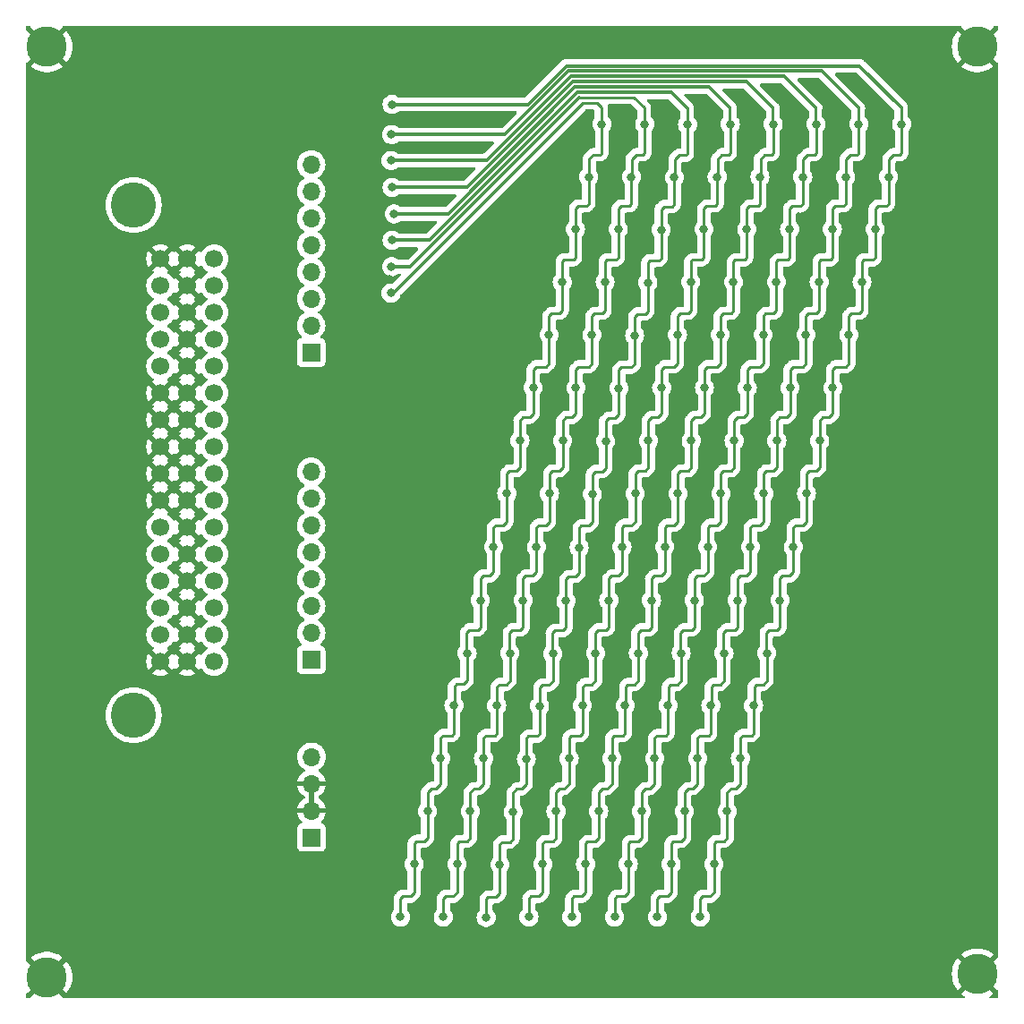
<source format=gbr>
%TF.GenerationSoftware,KiCad,Pcbnew,7.0.1*%
%TF.CreationDate,2023-03-19T16:13:32+09:00*%
%TF.ProjectId,keypad16,6b657970-6164-4313-962e-6b696361645f,rev?*%
%TF.SameCoordinates,Original*%
%TF.FileFunction,Copper,L2,Bot*%
%TF.FilePolarity,Positive*%
%FSLAX46Y46*%
G04 Gerber Fmt 4.6, Leading zero omitted, Abs format (unit mm)*
G04 Created by KiCad (PCBNEW 7.0.1) date 2023-03-19 16:13:32*
%MOMM*%
%LPD*%
G01*
G04 APERTURE LIST*
%TA.AperFunction,ComponentPad*%
%ADD10C,3.800000*%
%TD*%
%TA.AperFunction,ComponentPad*%
%ADD11R,1.700000X1.700000*%
%TD*%
%TA.AperFunction,ComponentPad*%
%ADD12O,1.700000X1.700000*%
%TD*%
%TA.AperFunction,ComponentPad*%
%ADD13C,1.700000*%
%TD*%
%TA.AperFunction,ComponentPad*%
%ADD14C,4.290000*%
%TD*%
%TA.AperFunction,ViaPad*%
%ADD15C,0.800000*%
%TD*%
%TA.AperFunction,Conductor*%
%ADD16C,0.250000*%
%TD*%
%TA.AperFunction,Conductor*%
%ADD17C,0.300000*%
%TD*%
G04 APERTURE END LIST*
D10*
%TO.P,H2,1,1*%
%TO.N,GND*%
X27000000Y-128000000D03*
%TD*%
D11*
%TO.P,J3,1,Pin_1*%
%TO.N,/FRX0*%
X52000000Y-68910000D03*
D12*
%TO.P,J3,2,Pin_2*%
%TO.N,/FRX1*%
X52000000Y-66370000D03*
%TO.P,J3,3,Pin_3*%
%TO.N,/FRX2*%
X52000000Y-63830000D03*
%TO.P,J3,4,Pin_4*%
%TO.N,/FRX3*%
X52000000Y-61290000D03*
%TO.P,J3,5,Pin_5*%
%TO.N,/FRX4*%
X52000000Y-58750000D03*
%TO.P,J3,6,Pin_6*%
%TO.N,/FRX5*%
X52000000Y-56210000D03*
%TO.P,J3,7,Pin_7*%
%TO.N,/FRX6*%
X52000000Y-53670000D03*
%TO.P,J3,8,Pin_8*%
%TO.N,/FRX7*%
X52000000Y-51130000D03*
%TD*%
D11*
%TO.P,J4,1,Pin_1*%
%TO.N,+3V3*%
X52050000Y-114780000D03*
D12*
%TO.P,J4,2,Pin_2*%
%TO.N,GND*%
X52050000Y-112240000D03*
%TO.P,J4,3,Pin_3*%
X52050000Y-109700000D03*
%TO.P,J4,4,Pin_4*%
%TO.N,/CAP_SW*%
X52050000Y-107160000D03*
%TD*%
D11*
%TO.P,J2,1,Pin_1*%
%TO.N,/CAP0*%
X52000000Y-97990000D03*
D12*
%TO.P,J2,2,Pin_2*%
%TO.N,/CAP1*%
X52000000Y-95450000D03*
%TO.P,J2,3,Pin_3*%
%TO.N,/CAP2*%
X52000000Y-92910000D03*
%TO.P,J2,4,Pin_4*%
%TO.N,/CAP3*%
X52000000Y-90370000D03*
%TO.P,J2,5,Pin_5*%
%TO.N,/CAP4*%
X52000000Y-87830000D03*
%TO.P,J2,6,Pin_6*%
%TO.N,/CAP5*%
X52000000Y-85290000D03*
%TO.P,J2,7,Pin_7*%
%TO.N,/CAP6*%
X52000000Y-82750000D03*
%TO.P,J2,8,Pin_8*%
%TO.N,/CAP7*%
X52000000Y-80210000D03*
%TD*%
D10*
%TO.P,H3,1,1*%
%TO.N,GND*%
X115000000Y-40000000D03*
%TD*%
D13*
%TO.P,J1,A1,A1*%
%TO.N,GND*%
X37750000Y-98150000D03*
%TO.P,J1,A2,A2*%
%TO.N,+3V3*%
X37750000Y-95610000D03*
%TO.P,J1,A3,A3*%
%TO.N,unconnected-(J1-PadA3)*%
X37750000Y-93070000D03*
%TO.P,J1,A4,A4*%
%TO.N,unconnected-(J1-PadA4)*%
X37750000Y-90530000D03*
%TO.P,J1,A5,A5*%
%TO.N,unconnected-(J1-PadA5)*%
X37750000Y-87990000D03*
%TO.P,J1,A6,A6*%
%TO.N,unconnected-(J1-PadA6)*%
X37750000Y-85450000D03*
%TO.P,J1,A7,A7*%
%TO.N,GND*%
X37750000Y-82910000D03*
%TO.P,J1,A8,A8*%
X37750000Y-80370000D03*
%TO.P,J1,A9,A9*%
X37750000Y-77830000D03*
%TO.P,J1,A10,A10*%
X37750000Y-75290000D03*
%TO.P,J1,A11,A11*%
X37750000Y-72750000D03*
%TO.P,J1,A12,A12*%
%TO.N,unconnected-(J1-PadA12)*%
X37750000Y-70210000D03*
%TO.P,J1,A13,A13*%
%TO.N,unconnected-(J1-PadA13)*%
X37750000Y-67670000D03*
%TO.P,J1,A14,A14*%
%TO.N,unconnected-(J1-PadA14)*%
X37750000Y-65130000D03*
%TO.P,J1,A15,A15*%
%TO.N,unconnected-(J1-PadA15)*%
X37750000Y-62590000D03*
%TO.P,J1,A16,A16*%
%TO.N,GND*%
X37750000Y-60050000D03*
%TO.P,J1,B1,B1*%
X40290000Y-98150000D03*
%TO.P,J1,B2,B2*%
X40290000Y-95610000D03*
%TO.P,J1,B3,B3*%
X40290000Y-93070000D03*
%TO.P,J1,B4,B4*%
X40290000Y-90530000D03*
%TO.P,J1,B5,B5*%
X40290000Y-87990000D03*
%TO.P,J1,B6,B6*%
X40290000Y-85450000D03*
%TO.P,J1,B7,B7*%
X40290000Y-82910000D03*
%TO.P,J1,B8,B8*%
X40290000Y-80370000D03*
%TO.P,J1,B9,B9*%
X40290000Y-77830000D03*
%TO.P,J1,B10,B10*%
X40290000Y-75290000D03*
%TO.P,J1,B11,B11*%
X40290000Y-72750000D03*
%TO.P,J1,B12,B12*%
X40290000Y-70210000D03*
%TO.P,J1,B13,B13*%
X40290000Y-67670000D03*
%TO.P,J1,B14,B14*%
X40290000Y-65130000D03*
%TO.P,J1,B15,B15*%
X40290000Y-62590000D03*
%TO.P,J1,B16,B16*%
X40290000Y-60050000D03*
%TO.P,J1,C1,C1*%
%TO.N,/CAP0*%
X42830000Y-98150000D03*
%TO.P,J1,C2,C2*%
%TO.N,/CAP1*%
X42830000Y-95610000D03*
%TO.P,J1,C3,C3*%
%TO.N,/CAP2*%
X42830000Y-93070000D03*
%TO.P,J1,C4,C4*%
%TO.N,/CAP3*%
X42830000Y-90530000D03*
%TO.P,J1,C5,C5*%
%TO.N,/CAP4*%
X42830000Y-87990000D03*
%TO.P,J1,C6,C6*%
%TO.N,/CAP5*%
X42830000Y-85450000D03*
%TO.P,J1,C7,C7*%
%TO.N,/CAP6*%
X42830000Y-82910000D03*
%TO.P,J1,C8,C8*%
%TO.N,/CAP7*%
X42830000Y-80370000D03*
%TO.P,J1,C9,C9*%
%TO.N,/FRX0*%
X42830000Y-77830000D03*
%TO.P,J1,C10,C10*%
%TO.N,/FRX1*%
X42830000Y-75290000D03*
%TO.P,J1,C11,C11*%
%TO.N,/FRX2*%
X42830000Y-72750000D03*
%TO.P,J1,C12,C12*%
%TO.N,/FRX3*%
X42830000Y-70210000D03*
%TO.P,J1,C13,C13*%
%TO.N,/FRX4*%
X42830000Y-67670000D03*
%TO.P,J1,C14,C14*%
%TO.N,/FRX5*%
X42830000Y-65130000D03*
%TO.P,J1,C15,C15*%
%TO.N,/FRX6*%
X42830000Y-62590000D03*
%TO.P,J1,C16,C16*%
%TO.N,/FRX7*%
X42830000Y-60050000D03*
D14*
%TO.P,J1,MH1*%
%TO.N,N/C*%
X35210000Y-54970000D03*
%TO.P,J1,MH2*%
X35210000Y-103230000D03*
%TD*%
D10*
%TO.P,H4,1,1*%
%TO.N,GND*%
X27000000Y-40000000D03*
%TD*%
%TO.P,H1,1,1*%
%TO.N,GND*%
X115000000Y-127700000D03*
%TD*%
D15*
%TO.N,GND*%
X61100000Y-49500000D03*
X60900000Y-57000000D03*
X55900000Y-84300000D03*
X59600000Y-64800000D03*
X61200000Y-52000000D03*
X56100000Y-85400000D03*
X60600000Y-59500000D03*
X54900000Y-109700000D03*
X54900000Y-112300000D03*
X61200000Y-46900000D03*
X61000000Y-54500000D03*
X58500000Y-91200000D03*
X59400000Y-62000000D03*
%TO.N,/FRX0*%
X79500000Y-47300000D03*
X61750000Y-117300000D03*
X69250000Y-87300000D03*
X75750000Y-62244000D03*
X66750000Y-97350000D03*
X59550000Y-63300000D03*
X71750000Y-77244000D03*
X63000000Y-112300000D03*
X65500000Y-102300000D03*
X74500000Y-67244000D03*
X70500000Y-82244000D03*
X64250000Y-107300000D03*
X60450000Y-122300000D03*
X77000000Y-57244000D03*
X68000000Y-92350000D03*
X73000000Y-72244000D03*
X78250000Y-52300000D03*
%TO.N,/FRX4*%
X59650000Y-53300000D03*
X81700000Y-102306000D03*
X90700000Y-67250000D03*
X89200000Y-72250000D03*
X85450000Y-87306000D03*
X87950000Y-77250000D03*
X86700000Y-82250000D03*
X82950000Y-97356000D03*
X77950000Y-117306000D03*
X84200000Y-92356000D03*
X79200000Y-112306000D03*
X76650000Y-122306000D03*
X91950000Y-62250000D03*
X95700000Y-47306000D03*
X94450000Y-52306000D03*
X93200000Y-57250000D03*
X80450000Y-107306000D03*
%TO.N,/FRX1*%
X65800000Y-117306000D03*
X82300000Y-52306000D03*
X72050000Y-92356000D03*
X70800000Y-97356000D03*
X59600000Y-60800000D03*
X77050000Y-72250000D03*
X74550000Y-82250000D03*
X79800000Y-62250000D03*
X81050000Y-57250000D03*
X83550000Y-47306000D03*
X75800000Y-77250000D03*
X69550000Y-102306000D03*
X67050000Y-112306000D03*
X73300000Y-87306000D03*
X78550000Y-67250000D03*
X68300000Y-107306000D03*
X64500000Y-122306000D03*
%TO.N,/FRX5*%
X94750000Y-67250000D03*
X87000000Y-97356000D03*
X85750000Y-102306000D03*
X93250000Y-72250000D03*
X98500000Y-52306000D03*
X90750000Y-82250000D03*
X80700000Y-122306000D03*
X88250000Y-92356000D03*
X83250000Y-112306000D03*
X92000000Y-77250000D03*
X97250000Y-57250000D03*
X59550000Y-50750000D03*
X99750000Y-47306000D03*
X84500000Y-107306000D03*
X96000000Y-62250000D03*
X89500000Y-87306000D03*
X82000000Y-117306000D03*
%TO.N,/FRX2*%
X71100000Y-112356000D03*
X72350000Y-107356000D03*
X76100000Y-92406000D03*
X74850000Y-97406000D03*
X85100000Y-57300000D03*
X77350000Y-87356000D03*
X68550000Y-122356000D03*
X81100000Y-72300000D03*
X83850000Y-62300000D03*
X87600000Y-47356000D03*
X82600000Y-67300000D03*
X73600000Y-102356000D03*
X79850000Y-77300000D03*
X59650000Y-58300000D03*
X69850000Y-117356000D03*
X78600000Y-82300000D03*
X86350000Y-52356000D03*
%TO.N,/FRX6*%
X102550000Y-52306000D03*
X59600000Y-48300000D03*
X93550000Y-87306000D03*
X89800000Y-102306000D03*
X96050000Y-77250000D03*
X91050000Y-97356000D03*
X101300000Y-57250000D03*
X103800000Y-47306000D03*
X92300000Y-92356000D03*
X87300000Y-112306000D03*
X88550000Y-107306000D03*
X84750000Y-122306000D03*
X97300000Y-72250000D03*
X98800000Y-67250000D03*
X94800000Y-82250000D03*
X86050000Y-117306000D03*
X100050000Y-62250000D03*
%TO.N,/FRX3*%
X75150000Y-112306000D03*
X77650000Y-102306000D03*
X72600000Y-122306000D03*
X85150000Y-72250000D03*
X83900000Y-77250000D03*
X86650000Y-67250000D03*
X73900000Y-117306000D03*
X82650000Y-82250000D03*
X81400000Y-87306000D03*
X76400000Y-107306000D03*
X87900000Y-62250000D03*
X78900000Y-97356000D03*
X90400000Y-52306000D03*
X91650000Y-47306000D03*
X80150000Y-92356000D03*
X59850000Y-55800000D03*
X89150000Y-57250000D03*
%TO.N,/FRX7*%
X59650000Y-45450000D03*
X107850000Y-47306000D03*
X100100000Y-77250000D03*
X93850000Y-102306000D03*
X92600000Y-107306000D03*
X96350000Y-92356000D03*
X98850000Y-82250000D03*
X91350000Y-112306000D03*
X105350000Y-57250000D03*
X90100000Y-117306000D03*
X97600000Y-87306000D03*
X95100000Y-97356000D03*
X102850000Y-67250000D03*
X101350000Y-72250000D03*
X106600000Y-52306000D03*
X88800000Y-122306000D03*
X104100000Y-62250000D03*
%TD*%
D16*
%TO.N,/FRX0*%
X75750000Y-64950000D02*
X75500000Y-65200000D01*
X65750000Y-100300000D02*
X65550000Y-100500000D01*
X66400000Y-100300000D02*
X65750000Y-100300000D01*
X70750000Y-80100000D02*
X70500000Y-80350000D01*
X77000000Y-55300000D02*
X77000000Y-57244000D01*
X73000000Y-70500000D02*
X73000000Y-72244000D01*
X71450000Y-80100000D02*
X70750000Y-80100000D01*
X78050000Y-55050000D02*
X77250000Y-55050000D01*
X69450000Y-85250000D02*
X69250000Y-85450000D01*
X74750000Y-65200000D02*
X74500000Y-65450000D01*
X68000000Y-94900000D02*
X67750000Y-95150000D01*
X79450000Y-47250000D02*
X79500000Y-47300000D01*
X64250000Y-105350000D02*
X64250000Y-107300000D01*
X61750000Y-117300000D02*
X61750000Y-120000000D01*
X60650000Y-120350000D02*
X60450000Y-120550000D01*
X66700000Y-95400000D02*
X66700000Y-97300000D01*
X75750000Y-62244000D02*
X75750000Y-64950000D01*
X71750000Y-75350000D02*
X71750000Y-77244000D01*
X65500000Y-102300000D02*
X65500000Y-104950000D01*
X68250000Y-90050000D02*
X68000000Y-90300000D01*
X64250000Y-107300000D02*
X64250000Y-109700000D01*
X73000000Y-74700000D02*
X72650000Y-75050000D01*
X75900000Y-60150000D02*
X75750000Y-60300000D01*
X77000000Y-57244000D02*
X77000000Y-59950000D01*
X64450000Y-105150000D02*
X64250000Y-105350000D01*
X63800000Y-110150000D02*
X63350000Y-110150000D01*
X68900000Y-90050000D02*
X68250000Y-90050000D01*
X73250000Y-70250000D02*
X73000000Y-70500000D01*
X65550000Y-100500000D02*
X65550000Y-102250000D01*
X61400000Y-120350000D02*
X60650000Y-120350000D01*
X73000000Y-72244000D02*
X73000000Y-74700000D01*
X79450000Y-45750000D02*
X79450000Y-47250000D01*
X63000000Y-112300000D02*
X63000000Y-114850000D01*
X63000000Y-110500000D02*
X63000000Y-112300000D01*
X70500000Y-84900000D02*
X70150000Y-85250000D01*
X63350000Y-110150000D02*
X63000000Y-110500000D01*
X78700000Y-50200000D02*
X78300000Y-50600000D01*
X79350000Y-50200000D02*
X78700000Y-50200000D01*
X66750000Y-99950000D02*
X66400000Y-100300000D01*
X75500000Y-65200000D02*
X74750000Y-65200000D01*
X77000000Y-59950000D02*
X76800000Y-60150000D01*
X69250000Y-85450000D02*
X69250000Y-87300000D01*
X63000000Y-114850000D02*
X62700000Y-115150000D01*
X66750000Y-97350000D02*
X66750000Y-99950000D01*
X66700000Y-97300000D02*
X66750000Y-97350000D01*
X76800000Y-60150000D02*
X75900000Y-60150000D01*
X64250000Y-109700000D02*
X63800000Y-110150000D01*
X59550000Y-63300000D02*
X59700000Y-63300000D01*
X78300000Y-50600000D02*
X78300000Y-52250000D01*
X70500000Y-80350000D02*
X70500000Y-82244000D01*
X74500000Y-65450000D02*
X74500000Y-67244000D01*
X75750000Y-60300000D02*
X75750000Y-62244000D01*
X62700000Y-115150000D02*
X61950000Y-115150000D01*
X74500000Y-69950000D02*
X74200000Y-70250000D01*
X79500000Y-47300000D02*
X79500000Y-50050000D01*
X71750000Y-77244000D02*
X71750000Y-79800000D01*
X77250000Y-55050000D02*
X77000000Y-55300000D01*
X67750000Y-95150000D02*
X66950000Y-95150000D01*
X61750000Y-120000000D02*
X61400000Y-120350000D01*
X77700000Y-45300000D02*
X79000000Y-45300000D01*
X78250000Y-52300000D02*
X78250000Y-54850000D01*
X70150000Y-85250000D02*
X69450000Y-85250000D01*
X72050000Y-75050000D02*
X71750000Y-75350000D01*
X70500000Y-82244000D02*
X70500000Y-84900000D01*
X65300000Y-105150000D02*
X64450000Y-105150000D01*
X74200000Y-70250000D02*
X73250000Y-70250000D01*
X72650000Y-75050000D02*
X72050000Y-75050000D01*
X69250000Y-89700000D02*
X68900000Y-90050000D01*
X60450000Y-120550000D02*
X60450000Y-122300000D01*
X59700000Y-63300000D02*
X77700000Y-45300000D01*
X71750000Y-79800000D02*
X71450000Y-80100000D01*
X68000000Y-90300000D02*
X68000000Y-92350000D01*
X65550000Y-102250000D02*
X65500000Y-102300000D01*
X66950000Y-95150000D02*
X66700000Y-95400000D01*
X78250000Y-54850000D02*
X78050000Y-55050000D01*
X74500000Y-67244000D02*
X74500000Y-69950000D01*
X78300000Y-52250000D02*
X78250000Y-52300000D01*
X79500000Y-50050000D02*
X79350000Y-50200000D01*
X79000000Y-45300000D02*
X79450000Y-45750000D01*
X65500000Y-104950000D02*
X65300000Y-105150000D01*
X61950000Y-115150000D02*
X61750000Y-115350000D01*
X69250000Y-87300000D02*
X69250000Y-89700000D01*
X68000000Y-92350000D02*
X68000000Y-94900000D01*
X61750000Y-115350000D02*
X61750000Y-117300000D01*
%TO.N,/FRX4*%
X82950000Y-99956000D02*
X82600000Y-100306000D01*
X93450000Y-55056000D02*
X93200000Y-55306000D01*
X85100000Y-90056000D02*
X84450000Y-90056000D01*
X84200000Y-94906000D02*
X83950000Y-95156000D01*
X83150000Y-95156000D02*
X82900000Y-95406000D01*
D17*
X93194000Y-43300000D02*
X95650000Y-45756000D01*
D16*
X80450000Y-109706000D02*
X80000000Y-110156000D01*
X78150000Y-115156000D02*
X77950000Y-115356000D01*
X80650000Y-105156000D02*
X80450000Y-105356000D01*
X85450000Y-87306000D02*
X85450000Y-89706000D01*
X80450000Y-107306000D02*
X80450000Y-109706000D01*
X95700000Y-47306000D02*
X95700000Y-50056000D01*
X79550000Y-110156000D02*
X79200000Y-110506000D01*
X91950000Y-64956000D02*
X91700000Y-65206000D01*
X86700000Y-84906000D02*
X86350000Y-85256000D01*
X77950000Y-117306000D02*
X77950000Y-120006000D01*
X94450000Y-52306000D02*
X94450000Y-54856000D01*
D17*
X59650000Y-53300000D02*
X66756930Y-53300000D01*
D16*
X78900000Y-115156000D02*
X78150000Y-115156000D01*
X89200000Y-74706000D02*
X88850000Y-75056000D01*
X90700000Y-65456000D02*
X90700000Y-67250000D01*
X77950000Y-120006000D02*
X77600000Y-120356000D01*
X90950000Y-65206000D02*
X90700000Y-65456000D01*
X86350000Y-85256000D02*
X85650000Y-85256000D01*
X86700000Y-80356000D02*
X86700000Y-82250000D01*
X93000000Y-60156000D02*
X92100000Y-60156000D01*
X83950000Y-95156000D02*
X83150000Y-95156000D01*
X80000000Y-110156000D02*
X79550000Y-110156000D01*
X87950000Y-77250000D02*
X87950000Y-79806000D01*
X90700000Y-67250000D02*
X90700000Y-69956000D01*
X79200000Y-114856000D02*
X78900000Y-115156000D01*
X93200000Y-55306000D02*
X93200000Y-57250000D01*
X95700000Y-50056000D02*
X95550000Y-50206000D01*
X93200000Y-57250000D02*
X93200000Y-59956000D01*
X79200000Y-110506000D02*
X79200000Y-112306000D01*
X81950000Y-100306000D02*
X81750000Y-100506000D01*
X89200000Y-70506000D02*
X89200000Y-72250000D01*
X94250000Y-55056000D02*
X93450000Y-55056000D01*
X91950000Y-62250000D02*
X91950000Y-64956000D01*
X85450000Y-89706000D02*
X85100000Y-90056000D01*
X79200000Y-112306000D02*
X79200000Y-114856000D01*
X95550000Y-50206000D02*
X94900000Y-50206000D01*
X82900000Y-97306000D02*
X82950000Y-97356000D01*
X81700000Y-102306000D02*
X81700000Y-104956000D01*
X85650000Y-85256000D02*
X85450000Y-85456000D01*
X82950000Y-97356000D02*
X82950000Y-99956000D01*
X86950000Y-80106000D02*
X86700000Y-80356000D01*
X84200000Y-90306000D02*
X84200000Y-92356000D01*
X81700000Y-104956000D02*
X81500000Y-105156000D01*
X77950000Y-115356000D02*
X77950000Y-117306000D01*
X91950000Y-60306000D02*
X91950000Y-62250000D01*
X77600000Y-120356000D02*
X76850000Y-120356000D01*
X92100000Y-60156000D02*
X91950000Y-60306000D01*
D17*
X76756930Y-43300000D02*
X93194000Y-43300000D01*
D16*
X95650000Y-47256000D02*
X95700000Y-47306000D01*
X87950000Y-79806000D02*
X87650000Y-80106000D01*
X90400000Y-70256000D02*
X89450000Y-70256000D01*
X93200000Y-59956000D02*
X93000000Y-60156000D01*
X82600000Y-100306000D02*
X81950000Y-100306000D01*
X80450000Y-105356000D02*
X80450000Y-107306000D01*
X84200000Y-92356000D02*
X84200000Y-94906000D01*
X95650000Y-45756000D02*
X95650000Y-47256000D01*
X94500000Y-50606000D02*
X94500000Y-52256000D01*
X86700000Y-82250000D02*
X86700000Y-84906000D01*
X81750000Y-100506000D02*
X81750000Y-102256000D01*
X87950000Y-75356000D02*
X87950000Y-77250000D01*
X85450000Y-85456000D02*
X85450000Y-87306000D01*
X94450000Y-54856000D02*
X94250000Y-55056000D01*
X89200000Y-72250000D02*
X89200000Y-74706000D01*
X94500000Y-52256000D02*
X94450000Y-52306000D01*
X82900000Y-95406000D02*
X82900000Y-97306000D01*
X76850000Y-120356000D02*
X76650000Y-120556000D01*
X94900000Y-50206000D02*
X94500000Y-50606000D01*
X76650000Y-120556000D02*
X76650000Y-122306000D01*
X88850000Y-75056000D02*
X88250000Y-75056000D01*
D17*
X66756930Y-53300000D02*
X76756930Y-43300000D01*
D16*
X81750000Y-102256000D02*
X81700000Y-102306000D01*
X84450000Y-90056000D02*
X84200000Y-90306000D01*
X89450000Y-70256000D02*
X89200000Y-70506000D01*
X87650000Y-80106000D02*
X86950000Y-80106000D01*
X91700000Y-65206000D02*
X90950000Y-65206000D01*
X90700000Y-69956000D02*
X90400000Y-70256000D01*
X88250000Y-75056000D02*
X87950000Y-75356000D01*
X81500000Y-105156000D02*
X80650000Y-105156000D01*
%TO.N,/FRX1*%
X67400000Y-110156000D02*
X67050000Y-110506000D01*
X66750000Y-115156000D02*
X66000000Y-115156000D01*
X67850000Y-110156000D02*
X67400000Y-110156000D01*
X69600000Y-100506000D02*
X69600000Y-102256000D01*
X79550000Y-65206000D02*
X78800000Y-65206000D01*
X72300000Y-90056000D02*
X72050000Y-90306000D01*
X78550000Y-69956000D02*
X78250000Y-70256000D01*
X69550000Y-102306000D02*
X69550000Y-104956000D01*
X78250000Y-70256000D02*
X77300000Y-70256000D01*
X73300000Y-85456000D02*
X73300000Y-87306000D01*
X71800000Y-95156000D02*
X71000000Y-95156000D01*
X83500000Y-45756000D02*
X82544000Y-44800000D01*
X78550000Y-65456000D02*
X78550000Y-67250000D01*
X64500000Y-120556000D02*
X64500000Y-122306000D01*
X73300000Y-89706000D02*
X72950000Y-90056000D01*
X78800000Y-65206000D02*
X78550000Y-65456000D01*
X76100000Y-75056000D02*
X75800000Y-75356000D01*
X67050000Y-112306000D02*
X67050000Y-114856000D01*
X69350000Y-105156000D02*
X68500000Y-105156000D01*
X82350000Y-52256000D02*
X82300000Y-52306000D01*
X79800000Y-64956000D02*
X79550000Y-65206000D01*
X79800000Y-62250000D02*
X79800000Y-64956000D01*
X74550000Y-80356000D02*
X74550000Y-82250000D01*
X83550000Y-50056000D02*
X83400000Y-50206000D01*
X73500000Y-85256000D02*
X73300000Y-85456000D01*
X65800000Y-117306000D02*
X65800000Y-120006000D01*
X68300000Y-105356000D02*
X68300000Y-107306000D01*
X69600000Y-102256000D02*
X69550000Y-102306000D01*
X77050000Y-72250000D02*
X77050000Y-74706000D01*
X81300000Y-55056000D02*
X81050000Y-55306000D01*
X80850000Y-60156000D02*
X79950000Y-60156000D01*
X73300000Y-87306000D02*
X73300000Y-89706000D01*
X77300000Y-70256000D02*
X77050000Y-70506000D01*
X79950000Y-60156000D02*
X79800000Y-60306000D01*
X81050000Y-55306000D02*
X81050000Y-57250000D01*
X77050000Y-70506000D02*
X77050000Y-72250000D01*
X70800000Y-99956000D02*
X70450000Y-100306000D01*
X78550000Y-67250000D02*
X78550000Y-69956000D01*
X68500000Y-105156000D02*
X68300000Y-105356000D01*
X82350000Y-50606000D02*
X82350000Y-52256000D01*
X71000000Y-95156000D02*
X70750000Y-95406000D01*
X75500000Y-80106000D02*
X74800000Y-80106000D01*
X82300000Y-52306000D02*
X82300000Y-54856000D01*
X67050000Y-114856000D02*
X66750000Y-115156000D01*
X72050000Y-90306000D02*
X72050000Y-92356000D01*
X66000000Y-115156000D02*
X65800000Y-115356000D01*
X69800000Y-100306000D02*
X69600000Y-100506000D01*
X83550000Y-47306000D02*
X83500000Y-47256000D01*
X68300000Y-107306000D02*
X68300000Y-109706000D01*
X72050000Y-92356000D02*
X72050000Y-94906000D01*
X75800000Y-77250000D02*
X75800000Y-79806000D01*
X72950000Y-90056000D02*
X72300000Y-90056000D01*
X70750000Y-95406000D02*
X70750000Y-97306000D01*
X75800000Y-79806000D02*
X75500000Y-80106000D01*
X81050000Y-59956000D02*
X80850000Y-60156000D01*
X82300000Y-54856000D02*
X82100000Y-55056000D01*
X65800000Y-120006000D02*
X65450000Y-120356000D01*
X74200000Y-85256000D02*
X73500000Y-85256000D01*
X70450000Y-100306000D02*
X69800000Y-100306000D01*
X68300000Y-109706000D02*
X67850000Y-110156000D01*
X65450000Y-120356000D02*
X64700000Y-120356000D01*
X65800000Y-115356000D02*
X65800000Y-117306000D01*
X70800000Y-97356000D02*
X70800000Y-99956000D01*
X79800000Y-60306000D02*
X79800000Y-62250000D01*
X83400000Y-50206000D02*
X82750000Y-50206000D01*
X69550000Y-104956000D02*
X69350000Y-105156000D01*
X74800000Y-80106000D02*
X74550000Y-80356000D01*
X74550000Y-84906000D02*
X74200000Y-85256000D01*
X70750000Y-97306000D02*
X70800000Y-97356000D01*
D17*
X61378248Y-60800000D02*
X77378248Y-44800000D01*
D16*
X67050000Y-110506000D02*
X67050000Y-112306000D01*
D17*
X59600000Y-60800000D02*
X61378248Y-60800000D01*
D16*
X81050000Y-57250000D02*
X81050000Y-59956000D01*
X76700000Y-75056000D02*
X76100000Y-75056000D01*
X72050000Y-94906000D02*
X71800000Y-95156000D01*
X82544000Y-44800000D02*
X77378248Y-44800000D01*
X77050000Y-74706000D02*
X76700000Y-75056000D01*
X83500000Y-47256000D02*
X83500000Y-45756000D01*
X82750000Y-50206000D02*
X82350000Y-50606000D01*
X74550000Y-82250000D02*
X74550000Y-84906000D01*
X82100000Y-55056000D02*
X81300000Y-55056000D01*
X75800000Y-75356000D02*
X75800000Y-77250000D01*
X64700000Y-120356000D02*
X64500000Y-120556000D01*
X83550000Y-47306000D02*
X83550000Y-50056000D01*
%TO.N,/FRX5*%
X87200000Y-95156000D02*
X86950000Y-95406000D01*
X94750000Y-69956000D02*
X94450000Y-70256000D01*
X94750000Y-65456000D02*
X94750000Y-67250000D01*
X97250000Y-59956000D02*
X97050000Y-60156000D01*
X90750000Y-80356000D02*
X90750000Y-82250000D01*
X91700000Y-80106000D02*
X91000000Y-80106000D01*
X84700000Y-105156000D02*
X84500000Y-105356000D01*
X93250000Y-74706000D02*
X92900000Y-75056000D01*
D17*
X76549824Y-42800000D02*
X96744000Y-42800000D01*
D16*
X88250000Y-94906000D02*
X88000000Y-95156000D01*
X84500000Y-107306000D02*
X84500000Y-109706000D01*
X86950000Y-97306000D02*
X87000000Y-97356000D01*
X98550000Y-50606000D02*
X98550000Y-52256000D01*
X89500000Y-85456000D02*
X89500000Y-87306000D01*
X86950000Y-95406000D02*
X86950000Y-97306000D01*
X98300000Y-55056000D02*
X97500000Y-55056000D01*
X83250000Y-110506000D02*
X83250000Y-112306000D01*
D17*
X96744000Y-42800000D02*
X99700000Y-45756000D01*
D16*
X96000000Y-64956000D02*
X95750000Y-65206000D01*
X97250000Y-57250000D02*
X97250000Y-59956000D01*
X82000000Y-120006000D02*
X81650000Y-120356000D01*
X93250000Y-70506000D02*
X93250000Y-72250000D01*
X89150000Y-90056000D02*
X88500000Y-90056000D01*
X96000000Y-60306000D02*
X96000000Y-62250000D01*
X98500000Y-54856000D02*
X98300000Y-55056000D01*
X92300000Y-75056000D02*
X92000000Y-75356000D01*
X80700000Y-120556000D02*
X80700000Y-122306000D01*
X90750000Y-82250000D02*
X90750000Y-84906000D01*
X97250000Y-55306000D02*
X97250000Y-57250000D01*
X98950000Y-50206000D02*
X98550000Y-50606000D01*
X88250000Y-92356000D02*
X88250000Y-94906000D01*
X82200000Y-115156000D02*
X82000000Y-115356000D01*
X91000000Y-80106000D02*
X90750000Y-80356000D01*
X80900000Y-120356000D02*
X80700000Y-120556000D01*
D17*
X59550000Y-50750000D02*
X68599824Y-50750000D01*
D16*
X93500000Y-70256000D02*
X93250000Y-70506000D01*
X98500000Y-52306000D02*
X98500000Y-54856000D01*
X83250000Y-114856000D02*
X82950000Y-115156000D01*
X89500000Y-87306000D02*
X89500000Y-89706000D01*
X84500000Y-109706000D02*
X84050000Y-110156000D01*
X96150000Y-60156000D02*
X96000000Y-60306000D01*
X92000000Y-77250000D02*
X92000000Y-79806000D01*
X89500000Y-89706000D02*
X89150000Y-90056000D01*
X88500000Y-90056000D02*
X88250000Y-90306000D01*
X83600000Y-110156000D02*
X83250000Y-110506000D01*
X95750000Y-65206000D02*
X95000000Y-65206000D01*
X86000000Y-100306000D02*
X85800000Y-100506000D01*
X83250000Y-112306000D02*
X83250000Y-114856000D01*
X94450000Y-70256000D02*
X93500000Y-70256000D01*
X92900000Y-75056000D02*
X92300000Y-75056000D01*
X99700000Y-47256000D02*
X99750000Y-47306000D01*
X85550000Y-105156000D02*
X84700000Y-105156000D01*
X87000000Y-97356000D02*
X87000000Y-99956000D01*
X86650000Y-100306000D02*
X86000000Y-100306000D01*
X85800000Y-102256000D02*
X85750000Y-102306000D01*
X99750000Y-50056000D02*
X99600000Y-50206000D01*
X94750000Y-67250000D02*
X94750000Y-69956000D01*
X81650000Y-120356000D02*
X80900000Y-120356000D01*
X85800000Y-100506000D02*
X85800000Y-102256000D01*
X99600000Y-50206000D02*
X98950000Y-50206000D01*
X89700000Y-85256000D02*
X89500000Y-85456000D01*
X88000000Y-95156000D02*
X87200000Y-95156000D01*
X97050000Y-60156000D02*
X96150000Y-60156000D01*
X99700000Y-45756000D02*
X99700000Y-47256000D01*
X90400000Y-85256000D02*
X89700000Y-85256000D01*
X92000000Y-79806000D02*
X91700000Y-80106000D01*
X92000000Y-75356000D02*
X92000000Y-77250000D01*
X90750000Y-84906000D02*
X90400000Y-85256000D01*
X82000000Y-117306000D02*
X82000000Y-120006000D01*
X96000000Y-62250000D02*
X96000000Y-64956000D01*
X97500000Y-55056000D02*
X97250000Y-55306000D01*
X84500000Y-105356000D02*
X84500000Y-107306000D01*
X98550000Y-52256000D02*
X98500000Y-52306000D01*
X95000000Y-65206000D02*
X94750000Y-65456000D01*
D17*
X68599824Y-50750000D02*
X76549824Y-42800000D01*
D16*
X87000000Y-99956000D02*
X86650000Y-100306000D01*
X85750000Y-104956000D02*
X85550000Y-105156000D01*
X82000000Y-115356000D02*
X82000000Y-117306000D01*
X85750000Y-102306000D02*
X85750000Y-104956000D01*
X93250000Y-72250000D02*
X93250000Y-74706000D01*
X88250000Y-90306000D02*
X88250000Y-92356000D01*
X82950000Y-115156000D02*
X82200000Y-115156000D01*
X84050000Y-110156000D02*
X83600000Y-110156000D01*
X99750000Y-47306000D02*
X99750000Y-50056000D01*
%TO.N,/FRX2*%
X82300000Y-70306000D02*
X81350000Y-70306000D01*
X78850000Y-80156000D02*
X78600000Y-80406000D01*
X80750000Y-75106000D02*
X80150000Y-75106000D01*
X85100000Y-55356000D02*
X85100000Y-57300000D01*
X74850000Y-100006000D02*
X74500000Y-100356000D01*
X77550000Y-85306000D02*
X77350000Y-85506000D01*
D17*
X77171142Y-44300000D02*
X86044000Y-44300000D01*
D16*
X71100000Y-114906000D02*
X70800000Y-115206000D01*
X82600000Y-65506000D02*
X82600000Y-67300000D01*
X76350000Y-90106000D02*
X76100000Y-90356000D01*
X77350000Y-85506000D02*
X77350000Y-87356000D01*
X69850000Y-115406000D02*
X69850000Y-117356000D01*
D17*
X63171142Y-58300000D02*
X77171142Y-44300000D01*
D16*
X78600000Y-84956000D02*
X78250000Y-85306000D01*
X75050000Y-95206000D02*
X74800000Y-95456000D01*
X82600000Y-70006000D02*
X82300000Y-70306000D01*
X77350000Y-87356000D02*
X77350000Y-89756000D01*
X71900000Y-110206000D02*
X71450000Y-110206000D01*
X84000000Y-60206000D02*
X83850000Y-60356000D01*
X78250000Y-85306000D02*
X77550000Y-85306000D01*
X71100000Y-110556000D02*
X71100000Y-112356000D01*
X73400000Y-105206000D02*
X72550000Y-105206000D01*
X85100000Y-60006000D02*
X84900000Y-60206000D01*
X85100000Y-57300000D02*
X85100000Y-60006000D01*
X77000000Y-90106000D02*
X76350000Y-90106000D01*
X73650000Y-100556000D02*
X73650000Y-102306000D01*
X81100000Y-70556000D02*
X81100000Y-72300000D01*
X80150000Y-75106000D02*
X79850000Y-75406000D01*
X71100000Y-112356000D02*
X71100000Y-114906000D01*
X74800000Y-95456000D02*
X74800000Y-97356000D01*
X83850000Y-65006000D02*
X83600000Y-65256000D01*
X79850000Y-77300000D02*
X79850000Y-79856000D01*
X83850000Y-60356000D02*
X83850000Y-62300000D01*
X87450000Y-50256000D02*
X86800000Y-50256000D01*
X81100000Y-72300000D02*
X81100000Y-74756000D01*
X69500000Y-120406000D02*
X68750000Y-120406000D01*
X74850000Y-97406000D02*
X74850000Y-100006000D01*
X70050000Y-115206000D02*
X69850000Y-115406000D01*
X87550000Y-47306000D02*
X87600000Y-47356000D01*
X71450000Y-110206000D02*
X71100000Y-110556000D01*
X86350000Y-52356000D02*
X86350000Y-54906000D01*
X78600000Y-82300000D02*
X78600000Y-84956000D01*
X75850000Y-95206000D02*
X75050000Y-95206000D01*
X79850000Y-75406000D02*
X79850000Y-77300000D01*
X86400000Y-52306000D02*
X86350000Y-52356000D01*
X86800000Y-50256000D02*
X86400000Y-50656000D01*
X76100000Y-94956000D02*
X75850000Y-95206000D01*
X68550000Y-120606000D02*
X68550000Y-122356000D01*
X74500000Y-100356000D02*
X73850000Y-100356000D01*
X76100000Y-92406000D02*
X76100000Y-94956000D01*
X69850000Y-117356000D02*
X69850000Y-120056000D01*
X68750000Y-120406000D02*
X68550000Y-120606000D01*
X79850000Y-79856000D02*
X79550000Y-80156000D01*
X83850000Y-62300000D02*
X83850000Y-65006000D01*
X87600000Y-47356000D02*
X87600000Y-50106000D01*
X77350000Y-89756000D02*
X77000000Y-90106000D01*
X72350000Y-107356000D02*
X72350000Y-109756000D01*
X73600000Y-105006000D02*
X73400000Y-105206000D01*
X85350000Y-55106000D02*
X85100000Y-55356000D01*
X82850000Y-65256000D02*
X82600000Y-65506000D01*
X87600000Y-50106000D02*
X87450000Y-50256000D01*
X84900000Y-60206000D02*
X84000000Y-60206000D01*
D17*
X86044000Y-44300000D02*
X87550000Y-45806000D01*
D16*
X72350000Y-105406000D02*
X72350000Y-107356000D01*
X73650000Y-102306000D02*
X73600000Y-102356000D01*
X81100000Y-74756000D02*
X80750000Y-75106000D01*
X69850000Y-120056000D02*
X69500000Y-120406000D01*
X87550000Y-45806000D02*
X87550000Y-47306000D01*
X81350000Y-70306000D02*
X81100000Y-70556000D01*
X72550000Y-105206000D02*
X72350000Y-105406000D01*
X72350000Y-109756000D02*
X71900000Y-110206000D01*
X73850000Y-100356000D02*
X73650000Y-100556000D01*
X86350000Y-54906000D02*
X86150000Y-55106000D01*
X79550000Y-80156000D02*
X78850000Y-80156000D01*
X86400000Y-50656000D02*
X86400000Y-52306000D01*
X74800000Y-97356000D02*
X74850000Y-97406000D01*
X73600000Y-102356000D02*
X73600000Y-105006000D01*
X86150000Y-55106000D02*
X85350000Y-55106000D01*
X82600000Y-67300000D02*
X82600000Y-70006000D01*
X78600000Y-80406000D02*
X78600000Y-82300000D01*
X83600000Y-65256000D02*
X82850000Y-65256000D01*
D17*
X59650000Y-58300000D02*
X63171142Y-58300000D01*
D16*
X76100000Y-90356000D02*
X76100000Y-92406000D01*
X70800000Y-115206000D02*
X70050000Y-115206000D01*
%TO.N,/FRX6*%
X89850000Y-100506000D02*
X89850000Y-102256000D01*
X102350000Y-55056000D02*
X101550000Y-55056000D01*
X89600000Y-105156000D02*
X88750000Y-105156000D01*
X103750000Y-47256000D02*
X103800000Y-47306000D01*
X95050000Y-80106000D02*
X94800000Y-80356000D01*
X89850000Y-102256000D02*
X89800000Y-102306000D01*
X88550000Y-107306000D02*
X88550000Y-109706000D01*
D17*
X70342718Y-48300000D02*
X76342718Y-42300000D01*
D16*
X87000000Y-115156000D02*
X86250000Y-115156000D01*
X103750000Y-45756000D02*
X103750000Y-47256000D01*
X87650000Y-110156000D02*
X87300000Y-110506000D01*
X103000000Y-50206000D02*
X102600000Y-50606000D01*
X92550000Y-90056000D02*
X92300000Y-90306000D01*
X93750000Y-85256000D02*
X93550000Y-85456000D01*
X85700000Y-120356000D02*
X84950000Y-120356000D01*
X102550000Y-52306000D02*
X102550000Y-54856000D01*
X97300000Y-70506000D02*
X97300000Y-72250000D01*
X92300000Y-90306000D02*
X92300000Y-92356000D01*
X103800000Y-47306000D02*
X103800000Y-50056000D01*
X95750000Y-80106000D02*
X95050000Y-80106000D01*
X101100000Y-60156000D02*
X100200000Y-60156000D01*
X84750000Y-120556000D02*
X84750000Y-122306000D01*
X96950000Y-75056000D02*
X96350000Y-75056000D01*
X89800000Y-102306000D02*
X89800000Y-104956000D01*
D17*
X59600000Y-48300000D02*
X70342718Y-48300000D01*
D16*
X102550000Y-54856000D02*
X102350000Y-55056000D01*
X99800000Y-65206000D02*
X99050000Y-65206000D01*
X93550000Y-85456000D02*
X93550000Y-87306000D01*
X103800000Y-50056000D02*
X103650000Y-50206000D01*
X91250000Y-95156000D02*
X91000000Y-95406000D01*
X91050000Y-97356000D02*
X91050000Y-99956000D01*
X99050000Y-65206000D02*
X98800000Y-65456000D01*
X98800000Y-67250000D02*
X98800000Y-69956000D01*
X102600000Y-50606000D02*
X102600000Y-52256000D01*
X102600000Y-52256000D02*
X102550000Y-52306000D01*
X92300000Y-94906000D02*
X92050000Y-95156000D01*
X88750000Y-105156000D02*
X88550000Y-105356000D01*
X90700000Y-100306000D02*
X90050000Y-100306000D01*
X94800000Y-84906000D02*
X94450000Y-85256000D01*
X100050000Y-62250000D02*
X100050000Y-64956000D01*
X101300000Y-59956000D02*
X101100000Y-60156000D01*
X84950000Y-120356000D02*
X84750000Y-120556000D01*
X101300000Y-57250000D02*
X101300000Y-59956000D01*
X97550000Y-70256000D02*
X97300000Y-70506000D01*
X93200000Y-90056000D02*
X92550000Y-90056000D01*
D17*
X100294000Y-42300000D02*
X103750000Y-45756000D01*
X76342718Y-42300000D02*
X100294000Y-42300000D01*
D16*
X98800000Y-69956000D02*
X98500000Y-70256000D01*
X93550000Y-89706000D02*
X93200000Y-90056000D01*
X97300000Y-74706000D02*
X96950000Y-75056000D01*
X91000000Y-95406000D02*
X91000000Y-97306000D01*
X86050000Y-120006000D02*
X85700000Y-120356000D01*
X97300000Y-72250000D02*
X97300000Y-74706000D01*
X91000000Y-97306000D02*
X91050000Y-97356000D01*
X98500000Y-70256000D02*
X97550000Y-70256000D01*
X93550000Y-87306000D02*
X93550000Y-89706000D01*
X100200000Y-60156000D02*
X100050000Y-60306000D01*
X90050000Y-100306000D02*
X89850000Y-100506000D01*
X101550000Y-55056000D02*
X101300000Y-55306000D01*
X86050000Y-117306000D02*
X86050000Y-120006000D01*
X91050000Y-99956000D02*
X90700000Y-100306000D01*
X89800000Y-104956000D02*
X89600000Y-105156000D01*
X94800000Y-82250000D02*
X94800000Y-84906000D01*
X86050000Y-115356000D02*
X86050000Y-117306000D01*
X94800000Y-80356000D02*
X94800000Y-82250000D01*
X88550000Y-105356000D02*
X88550000Y-107306000D01*
X103650000Y-50206000D02*
X103000000Y-50206000D01*
X100050000Y-64956000D02*
X99800000Y-65206000D01*
X96050000Y-79806000D02*
X95750000Y-80106000D01*
X86250000Y-115156000D02*
X86050000Y-115356000D01*
X88550000Y-109706000D02*
X88100000Y-110156000D01*
X94450000Y-85256000D02*
X93750000Y-85256000D01*
X96050000Y-75356000D02*
X96050000Y-77250000D01*
X96050000Y-77250000D02*
X96050000Y-79806000D01*
X101300000Y-55306000D02*
X101300000Y-57250000D01*
X92300000Y-92356000D02*
X92300000Y-94906000D01*
X92050000Y-95156000D02*
X91250000Y-95156000D01*
X87300000Y-112306000D02*
X87300000Y-114856000D01*
X87300000Y-114856000D02*
X87000000Y-115156000D01*
X87300000Y-110506000D02*
X87300000Y-112306000D01*
X88100000Y-110156000D02*
X87650000Y-110156000D01*
X100050000Y-60306000D02*
X100050000Y-62250000D01*
X98800000Y-65456000D02*
X98800000Y-67250000D01*
X96350000Y-75056000D02*
X96050000Y-75356000D01*
%TO.N,/FRX3*%
X90450000Y-50606000D02*
X90450000Y-52256000D01*
X83900000Y-79806000D02*
X83600000Y-80106000D01*
X80150000Y-92356000D02*
X80150000Y-94906000D01*
X85150000Y-72250000D02*
X85150000Y-74706000D01*
D17*
X64964036Y-55800000D02*
X76964036Y-43800000D01*
D16*
X85150000Y-70506000D02*
X85150000Y-72250000D01*
X79900000Y-95156000D02*
X79100000Y-95156000D01*
X79100000Y-95156000D02*
X78850000Y-95406000D01*
X83600000Y-80106000D02*
X82900000Y-80106000D01*
D17*
X76964036Y-43800000D02*
X89644000Y-43800000D01*
D16*
X76400000Y-107306000D02*
X76400000Y-109706000D01*
X81050000Y-90056000D02*
X80400000Y-90056000D01*
X82650000Y-80356000D02*
X82650000Y-82250000D01*
X75500000Y-110156000D02*
X75150000Y-110506000D01*
X86650000Y-67250000D02*
X86650000Y-69956000D01*
X75950000Y-110156000D02*
X75500000Y-110156000D01*
X76400000Y-105356000D02*
X76400000Y-107306000D01*
X90450000Y-52256000D02*
X90400000Y-52306000D01*
X81400000Y-89706000D02*
X81050000Y-90056000D01*
X75150000Y-114856000D02*
X74850000Y-115156000D01*
X89400000Y-55056000D02*
X89150000Y-55306000D01*
X77650000Y-102306000D02*
X77650000Y-104956000D01*
X91600000Y-45756000D02*
X91600000Y-47256000D01*
X72800000Y-120356000D02*
X72600000Y-120556000D01*
D17*
X89644000Y-43800000D02*
X91600000Y-45756000D01*
D16*
X87900000Y-64956000D02*
X87650000Y-65206000D01*
X82650000Y-84906000D02*
X82300000Y-85256000D01*
X85400000Y-70256000D02*
X85150000Y-70506000D01*
X90850000Y-50206000D02*
X90450000Y-50606000D01*
X73900000Y-117306000D02*
X73900000Y-120006000D01*
X88950000Y-60156000D02*
X88050000Y-60156000D01*
X73900000Y-115356000D02*
X73900000Y-117306000D01*
X82900000Y-80106000D02*
X82650000Y-80356000D01*
X90400000Y-54856000D02*
X90200000Y-55056000D01*
X76400000Y-109706000D02*
X75950000Y-110156000D01*
X85150000Y-74706000D02*
X84800000Y-75056000D01*
X84800000Y-75056000D02*
X84200000Y-75056000D01*
X82650000Y-82250000D02*
X82650000Y-84906000D01*
X78550000Y-100306000D02*
X77900000Y-100306000D01*
D17*
X59850000Y-55800000D02*
X64964036Y-55800000D01*
D16*
X90400000Y-52306000D02*
X90400000Y-54856000D01*
X81400000Y-87306000D02*
X81400000Y-89706000D01*
X91650000Y-50056000D02*
X91500000Y-50206000D01*
X87650000Y-65206000D02*
X86900000Y-65206000D01*
X82300000Y-85256000D02*
X81600000Y-85256000D01*
X81400000Y-85456000D02*
X81400000Y-87306000D01*
X76600000Y-105156000D02*
X76400000Y-105356000D01*
X86350000Y-70256000D02*
X85400000Y-70256000D01*
X72600000Y-120556000D02*
X72600000Y-122306000D01*
X91650000Y-47306000D02*
X91650000Y-50056000D01*
X73900000Y-120006000D02*
X73550000Y-120356000D01*
X89150000Y-55306000D02*
X89150000Y-57250000D01*
X84200000Y-75056000D02*
X83900000Y-75356000D01*
X89150000Y-59956000D02*
X88950000Y-60156000D01*
X74100000Y-115156000D02*
X73900000Y-115356000D01*
X87900000Y-60306000D02*
X87900000Y-62250000D01*
X81600000Y-85256000D02*
X81400000Y-85456000D01*
X75150000Y-112306000D02*
X75150000Y-114856000D01*
X77700000Y-102256000D02*
X77650000Y-102306000D01*
X86900000Y-65206000D02*
X86650000Y-65456000D01*
X89150000Y-57250000D02*
X89150000Y-59956000D01*
X90200000Y-55056000D02*
X89400000Y-55056000D01*
X77900000Y-100306000D02*
X77700000Y-100506000D01*
X83900000Y-77250000D02*
X83900000Y-79806000D01*
X91600000Y-47256000D02*
X91650000Y-47306000D01*
X80400000Y-90056000D02*
X80150000Y-90306000D01*
X78900000Y-99956000D02*
X78550000Y-100306000D01*
X83900000Y-75356000D02*
X83900000Y-77250000D01*
X86650000Y-65456000D02*
X86650000Y-67250000D01*
X87900000Y-62250000D02*
X87900000Y-64956000D01*
X74850000Y-115156000D02*
X74100000Y-115156000D01*
X78850000Y-95406000D02*
X78850000Y-97306000D01*
X78900000Y-97356000D02*
X78900000Y-99956000D01*
X77700000Y-100506000D02*
X77700000Y-102256000D01*
X77650000Y-104956000D02*
X77450000Y-105156000D01*
X73550000Y-120356000D02*
X72800000Y-120356000D01*
X88050000Y-60156000D02*
X87900000Y-60306000D01*
X80150000Y-90306000D02*
X80150000Y-92356000D01*
X77450000Y-105156000D02*
X76600000Y-105156000D01*
X75150000Y-110506000D02*
X75150000Y-112306000D01*
X80150000Y-94906000D02*
X79900000Y-95156000D01*
X91500000Y-50206000D02*
X90850000Y-50206000D01*
X78850000Y-97306000D02*
X78900000Y-97356000D01*
X86650000Y-69956000D02*
X86350000Y-70256000D01*
%TO.N,/FRX7*%
X99100000Y-80106000D02*
X98850000Y-80356000D01*
X96100000Y-95156000D02*
X95300000Y-95156000D01*
X101600000Y-70256000D02*
X101350000Y-70506000D01*
X94750000Y-100306000D02*
X94100000Y-100306000D01*
X95050000Y-95406000D02*
X95050000Y-97306000D01*
X106650000Y-52256000D02*
X106600000Y-52306000D01*
X101000000Y-75056000D02*
X100400000Y-75056000D01*
X92600000Y-109706000D02*
X92150000Y-110156000D01*
X93900000Y-102256000D02*
X93850000Y-102306000D01*
X104100000Y-62250000D02*
X104100000Y-64956000D01*
X91050000Y-115156000D02*
X90300000Y-115156000D01*
X96600000Y-90056000D02*
X96350000Y-90306000D01*
X93850000Y-104956000D02*
X93650000Y-105156000D01*
X107850000Y-47306000D02*
X107850000Y-50056000D01*
X92150000Y-110156000D02*
X91700000Y-110156000D01*
D17*
X59650000Y-45450000D02*
X72485612Y-45450000D01*
D16*
X90100000Y-120006000D02*
X89750000Y-120356000D01*
X102550000Y-70256000D02*
X101600000Y-70256000D01*
X97800000Y-85256000D02*
X97600000Y-85456000D01*
X107850000Y-50056000D02*
X107700000Y-50206000D01*
X91350000Y-110506000D02*
X91350000Y-112306000D01*
X93850000Y-102306000D02*
X93850000Y-104956000D01*
X101350000Y-74706000D02*
X101000000Y-75056000D01*
X100400000Y-75056000D02*
X100100000Y-75356000D01*
D17*
X103844000Y-41800000D02*
X107800000Y-45756000D01*
D16*
X107700000Y-50206000D02*
X107050000Y-50206000D01*
X98500000Y-85256000D02*
X97800000Y-85256000D01*
D17*
X72485612Y-45450000D02*
X76135612Y-41800000D01*
D16*
X96350000Y-94906000D02*
X96100000Y-95156000D01*
X107800000Y-47256000D02*
X107850000Y-47306000D01*
X106600000Y-52306000D02*
X106600000Y-54856000D01*
X98850000Y-82250000D02*
X98850000Y-84906000D01*
X88800000Y-120556000D02*
X88800000Y-122306000D01*
X105350000Y-59956000D02*
X105150000Y-60156000D01*
X96350000Y-92356000D02*
X96350000Y-94906000D01*
X107800000Y-45756000D02*
X107800000Y-47256000D01*
X103850000Y-65206000D02*
X103100000Y-65206000D01*
X92600000Y-105356000D02*
X92600000Y-107306000D01*
X106600000Y-54856000D02*
X106400000Y-55056000D01*
X95100000Y-97356000D02*
X95100000Y-99956000D01*
X104100000Y-64956000D02*
X103850000Y-65206000D01*
X97250000Y-90056000D02*
X96600000Y-90056000D01*
X92600000Y-107306000D02*
X92600000Y-109706000D01*
X90300000Y-115156000D02*
X90100000Y-115356000D01*
X106400000Y-55056000D02*
X105600000Y-55056000D01*
X95300000Y-95156000D02*
X95050000Y-95406000D01*
X107050000Y-50206000D02*
X106650000Y-50606000D01*
X93900000Y-100506000D02*
X93900000Y-102256000D01*
X105350000Y-55306000D02*
X105350000Y-57250000D01*
X101350000Y-72250000D02*
X101350000Y-74706000D01*
X104250000Y-60156000D02*
X104100000Y-60306000D01*
X90100000Y-115356000D02*
X90100000Y-117306000D01*
X95100000Y-99956000D02*
X94750000Y-100306000D01*
X97600000Y-87306000D02*
X97600000Y-89706000D01*
X91350000Y-112306000D02*
X91350000Y-114856000D01*
X102850000Y-65456000D02*
X102850000Y-67250000D01*
X100100000Y-75356000D02*
X100100000Y-77250000D01*
X105350000Y-57250000D02*
X105350000Y-59956000D01*
X97600000Y-85456000D02*
X97600000Y-87306000D01*
X105600000Y-55056000D02*
X105350000Y-55306000D01*
X101350000Y-70506000D02*
X101350000Y-72250000D01*
X94100000Y-100306000D02*
X93900000Y-100506000D01*
X92800000Y-105156000D02*
X92600000Y-105356000D01*
X100100000Y-77250000D02*
X100100000Y-79806000D01*
X89750000Y-120356000D02*
X89000000Y-120356000D01*
X91700000Y-110156000D02*
X91350000Y-110506000D01*
X89000000Y-120356000D02*
X88800000Y-120556000D01*
X98850000Y-80356000D02*
X98850000Y-82250000D01*
X105150000Y-60156000D02*
X104250000Y-60156000D01*
X90100000Y-117306000D02*
X90100000Y-120006000D01*
X93650000Y-105156000D02*
X92800000Y-105156000D01*
X95050000Y-97306000D02*
X95100000Y-97356000D01*
X99800000Y-80106000D02*
X99100000Y-80106000D01*
X97600000Y-89706000D02*
X97250000Y-90056000D01*
X103100000Y-65206000D02*
X102850000Y-65456000D01*
X106650000Y-50606000D02*
X106650000Y-52256000D01*
X96350000Y-90306000D02*
X96350000Y-92356000D01*
X102850000Y-69956000D02*
X102550000Y-70256000D01*
X98850000Y-84906000D02*
X98500000Y-85256000D01*
X100100000Y-79806000D02*
X99800000Y-80106000D01*
X91350000Y-114856000D02*
X91050000Y-115156000D01*
D17*
X76135612Y-41800000D02*
X103844000Y-41800000D01*
D16*
X102850000Y-67250000D02*
X102850000Y-69956000D01*
X104100000Y-60306000D02*
X104100000Y-62250000D01*
%TD*%
%TA.AperFunction,Conductor*%
%TO.N,GND*%
G36*
X25427681Y-38018273D02*
G01*
X25473376Y-38067706D01*
X25486317Y-38132765D01*
X27000000Y-39646447D01*
X27000001Y-39646447D01*
X28513681Y-38132765D01*
X28526623Y-38067706D01*
X28572318Y-38018273D01*
X28637108Y-38000000D01*
X113362891Y-38000000D01*
X113427681Y-38018273D01*
X113473376Y-38067706D01*
X113486317Y-38132765D01*
X115000000Y-39646447D01*
X115000001Y-39646447D01*
X116513681Y-38132765D01*
X116526623Y-38067706D01*
X116572318Y-38018273D01*
X116637108Y-38000000D01*
X116876000Y-38000000D01*
X116938000Y-38016613D01*
X116983387Y-38062000D01*
X117000000Y-38124000D01*
X117000000Y-38365261D01*
X116982400Y-38428940D01*
X116934596Y-38474543D01*
X116870158Y-38489123D01*
X116864686Y-38488864D01*
X115353553Y-40000000D01*
X115353553Y-40000001D01*
X116864687Y-41511134D01*
X116870160Y-41510876D01*
X116934597Y-41525457D01*
X116982400Y-41571059D01*
X117000000Y-41634738D01*
X117000000Y-126065261D01*
X116982400Y-126128940D01*
X116934596Y-126174543D01*
X116870158Y-126189123D01*
X116864686Y-126188864D01*
X115353553Y-127700000D01*
X115353553Y-127700001D01*
X116864687Y-129211134D01*
X116870160Y-129210876D01*
X116934597Y-129225457D01*
X116982400Y-129271059D01*
X117000000Y-129334738D01*
X117000000Y-129876000D01*
X116983387Y-129938000D01*
X116938000Y-129983387D01*
X116876000Y-130000000D01*
X116281062Y-130000000D01*
X116218613Y-129983126D01*
X116173159Y-129937098D01*
X116157072Y-129874442D01*
X116174729Y-129812209D01*
X116221325Y-129767338D01*
X116288523Y-129730395D01*
X116513433Y-129566986D01*
X116513434Y-129566986D01*
X115000000Y-128053553D01*
X113486564Y-129566986D01*
X113711476Y-129730395D01*
X113778675Y-129767338D01*
X113825271Y-129812209D01*
X113842928Y-129874442D01*
X113826841Y-129937098D01*
X113781387Y-129983126D01*
X113718938Y-130000000D01*
X28637108Y-130000000D01*
X28572318Y-129981727D01*
X28526623Y-129932295D01*
X28513681Y-129867233D01*
X27000000Y-128353553D01*
X25486317Y-129867233D01*
X25473376Y-129932295D01*
X25427681Y-129981727D01*
X25362891Y-130000000D01*
X25124000Y-130000000D01*
X25062000Y-129983387D01*
X25016613Y-129938000D01*
X25000000Y-129876000D01*
X25000000Y-129634738D01*
X25017600Y-129571059D01*
X25065404Y-129525456D01*
X25129842Y-129510876D01*
X25135312Y-129511134D01*
X26646447Y-128000001D01*
X27353553Y-128000001D01*
X28864686Y-129511133D01*
X28945481Y-129413471D01*
X29107291Y-129158498D01*
X29235875Y-128885243D01*
X29329195Y-128598036D01*
X29385783Y-128301389D01*
X29404745Y-128000000D01*
X29385870Y-127700000D01*
X112595254Y-127700000D01*
X112614216Y-128001389D01*
X112670804Y-128298036D01*
X112764124Y-128585243D01*
X112892708Y-128858498D01*
X113054521Y-129113475D01*
X113135312Y-129211134D01*
X114646447Y-127700001D01*
X114646447Y-127700000D01*
X113135312Y-126188864D01*
X113054517Y-126286530D01*
X112892708Y-126541501D01*
X112764124Y-126814756D01*
X112670804Y-127101963D01*
X112614216Y-127398610D01*
X112595254Y-127700000D01*
X29385870Y-127700000D01*
X29385783Y-127698610D01*
X29329195Y-127401963D01*
X29235875Y-127114756D01*
X29107291Y-126841501D01*
X28945478Y-126586524D01*
X28864686Y-126488864D01*
X27353553Y-128000000D01*
X27353553Y-128000001D01*
X26646447Y-128000001D01*
X26646447Y-128000000D01*
X25135312Y-126488864D01*
X25129842Y-126489123D01*
X25065404Y-126474543D01*
X25017600Y-126428940D01*
X25000000Y-126365261D01*
X25000000Y-126133012D01*
X25486564Y-126133012D01*
X27000000Y-127646447D01*
X27000001Y-127646447D01*
X28513434Y-126133012D01*
X28288523Y-125969604D01*
X28040062Y-125833012D01*
X113486564Y-125833012D01*
X115000000Y-127346447D01*
X115000001Y-127346447D01*
X116513434Y-125833012D01*
X116288523Y-125669604D01*
X116023889Y-125524121D01*
X115743107Y-125412951D01*
X115450606Y-125337850D01*
X115150996Y-125300000D01*
X114849004Y-125300000D01*
X114549393Y-125337850D01*
X114256892Y-125412951D01*
X113976110Y-125524121D01*
X113711472Y-125669606D01*
X113486565Y-125833010D01*
X113486564Y-125833012D01*
X28040062Y-125833012D01*
X28023889Y-125824121D01*
X27743107Y-125712951D01*
X27450606Y-125637850D01*
X27150996Y-125600000D01*
X26849004Y-125600000D01*
X26549393Y-125637850D01*
X26256892Y-125712951D01*
X25976110Y-125824121D01*
X25711472Y-125969606D01*
X25486565Y-126133010D01*
X25486564Y-126133012D01*
X25000000Y-126133012D01*
X25000000Y-115677869D01*
X50699500Y-115677869D01*
X50705909Y-115737484D01*
X50728642Y-115798433D01*
X50756204Y-115872331D01*
X50842454Y-115987546D01*
X50957669Y-116073796D01*
X51092517Y-116124091D01*
X51152127Y-116130500D01*
X52947872Y-116130499D01*
X53007483Y-116124091D01*
X53142331Y-116073796D01*
X53257546Y-115987546D01*
X53343796Y-115872331D01*
X53394091Y-115737483D01*
X53400500Y-115677873D01*
X53400499Y-113882128D01*
X53394091Y-113822517D01*
X53343796Y-113687669D01*
X53257546Y-113572454D01*
X53142331Y-113486204D01*
X53010399Y-113436996D01*
X52960021Y-113402018D01*
X52932568Y-113347173D01*
X52934757Y-113285880D01*
X52966053Y-113233133D01*
X53088109Y-113111077D01*
X53223600Y-112917576D01*
X53323430Y-112703492D01*
X53380636Y-112490000D01*
X50719364Y-112490000D01*
X50776569Y-112703492D01*
X50876399Y-112917576D01*
X51011893Y-113111081D01*
X51133946Y-113233134D01*
X51165242Y-113285880D01*
X51167431Y-113347173D01*
X51139978Y-113402018D01*
X51089599Y-113436997D01*
X50957669Y-113486204D01*
X50842454Y-113572454D01*
X50756204Y-113687668D01*
X50705909Y-113822516D01*
X50699500Y-113882130D01*
X50699500Y-115677869D01*
X25000000Y-115677869D01*
X25000000Y-109950000D01*
X50719364Y-109950000D01*
X50776569Y-110163492D01*
X50876399Y-110377576D01*
X51011893Y-110571081D01*
X51178918Y-110738106D01*
X51365031Y-110868425D01*
X51403896Y-110912743D01*
X51417907Y-110970000D01*
X51403896Y-111027257D01*
X51365031Y-111071575D01*
X51178918Y-111201893D01*
X51011890Y-111368921D01*
X50876400Y-111562421D01*
X50776569Y-111776507D01*
X50719364Y-111989999D01*
X50719364Y-111990000D01*
X51800000Y-111990000D01*
X51800000Y-109950000D01*
X52300000Y-109950000D01*
X52300000Y-111990000D01*
X53380636Y-111990000D01*
X53380635Y-111989999D01*
X53323430Y-111776507D01*
X53223599Y-111562421D01*
X53088109Y-111368921D01*
X52921081Y-111201893D01*
X52734968Y-111071575D01*
X52696103Y-111027257D01*
X52682092Y-110970000D01*
X52696103Y-110912743D01*
X52734968Y-110868425D01*
X52921081Y-110738106D01*
X53088106Y-110571081D01*
X53223600Y-110377576D01*
X53323430Y-110163492D01*
X53380636Y-109950000D01*
X52300000Y-109950000D01*
X51800000Y-109950000D01*
X50719364Y-109950000D01*
X25000000Y-109950000D01*
X25000000Y-107159999D01*
X50694340Y-107159999D01*
X50714936Y-107395407D01*
X50741423Y-107494256D01*
X50776097Y-107623663D01*
X50875965Y-107837830D01*
X51011505Y-108031401D01*
X51178599Y-108198495D01*
X51364597Y-108328732D01*
X51403460Y-108373048D01*
X51417471Y-108430305D01*
X51403461Y-108487561D01*
X51364595Y-108531880D01*
X51178919Y-108661892D01*
X51011890Y-108828921D01*
X50876400Y-109022421D01*
X50776569Y-109236507D01*
X50719364Y-109449999D01*
X50719364Y-109450000D01*
X53380636Y-109450000D01*
X53380635Y-109449999D01*
X53323430Y-109236507D01*
X53223599Y-109022421D01*
X53088109Y-108828921D01*
X52921081Y-108661893D01*
X52735404Y-108531880D01*
X52696539Y-108487562D01*
X52682528Y-108430305D01*
X52696539Y-108373048D01*
X52735402Y-108328732D01*
X52921401Y-108198495D01*
X53088495Y-108031401D01*
X53224035Y-107837830D01*
X53323903Y-107623663D01*
X53385063Y-107395408D01*
X53405659Y-107160000D01*
X53385063Y-106924592D01*
X53323903Y-106696337D01*
X53224035Y-106482171D01*
X53088495Y-106288599D01*
X52921401Y-106121505D01*
X52727830Y-105985965D01*
X52513663Y-105886097D01*
X52420036Y-105861010D01*
X52285407Y-105824936D01*
X52050000Y-105804340D01*
X51814592Y-105824936D01*
X51586336Y-105886097D01*
X51372170Y-105985965D01*
X51178598Y-106121505D01*
X51011505Y-106288598D01*
X50875965Y-106482170D01*
X50776097Y-106696336D01*
X50714936Y-106924592D01*
X50694340Y-107159999D01*
X25000000Y-107159999D01*
X25000000Y-103230000D01*
X32559664Y-103230000D01*
X32578989Y-103549463D01*
X32636680Y-103864272D01*
X32731891Y-104169815D01*
X32731893Y-104169820D01*
X32731894Y-104169822D01*
X32863245Y-104461672D01*
X32863246Y-104461673D01*
X33028816Y-104735562D01*
X33226198Y-104987500D01*
X33452499Y-105213801D01*
X33704437Y-105411183D01*
X33756699Y-105442776D01*
X33978328Y-105576755D01*
X34270178Y-105708106D01*
X34270183Y-105708107D01*
X34270184Y-105708108D01*
X34355258Y-105734618D01*
X34575733Y-105803321D01*
X34890537Y-105861011D01*
X35210000Y-105880335D01*
X35529463Y-105861011D01*
X35844267Y-105803321D01*
X36149822Y-105708106D01*
X36441672Y-105576755D01*
X36715562Y-105411183D01*
X36967497Y-105213804D01*
X37193804Y-104987497D01*
X37391183Y-104735562D01*
X37556755Y-104461672D01*
X37688106Y-104169822D01*
X37783321Y-103864267D01*
X37841011Y-103549463D01*
X37860335Y-103230000D01*
X37841011Y-102910537D01*
X37783321Y-102595733D01*
X37688106Y-102290178D01*
X37556755Y-101998328D01*
X37412949Y-101760443D01*
X37391183Y-101724437D01*
X37193801Y-101472499D01*
X36967500Y-101246198D01*
X36715562Y-101048816D01*
X36507637Y-100923122D01*
X36441672Y-100883245D01*
X36149822Y-100751894D01*
X36149820Y-100751893D01*
X36149815Y-100751891D01*
X35844272Y-100656680D01*
X35529463Y-100598989D01*
X35210000Y-100579664D01*
X34890536Y-100598989D01*
X34575727Y-100656680D01*
X34270184Y-100751891D01*
X34074388Y-100840012D01*
X33986923Y-100879377D01*
X33978326Y-100883246D01*
X33704437Y-101048816D01*
X33452499Y-101246198D01*
X33226198Y-101472499D01*
X33028816Y-101724437D01*
X32863246Y-101998326D01*
X32731891Y-102290184D01*
X32636680Y-102595727D01*
X32578989Y-102910536D01*
X32559664Y-103230000D01*
X25000000Y-103230000D01*
X25000000Y-99264925D01*
X36988625Y-99264925D01*
X37072420Y-99323599D01*
X37286507Y-99423430D01*
X37514681Y-99484569D01*
X37750000Y-99505157D01*
X37985318Y-99484569D01*
X38213492Y-99423430D01*
X38427576Y-99323600D01*
X38511373Y-99264925D01*
X39528625Y-99264925D01*
X39612420Y-99323599D01*
X39826507Y-99423430D01*
X40054681Y-99484569D01*
X40290000Y-99505157D01*
X40525318Y-99484569D01*
X40753492Y-99423430D01*
X40967576Y-99323600D01*
X41051373Y-99264925D01*
X40290000Y-98503553D01*
X39528625Y-99264925D01*
X38511373Y-99264925D01*
X37750000Y-98503553D01*
X36988625Y-99264925D01*
X25000000Y-99264925D01*
X25000000Y-98150000D01*
X36394842Y-98150000D01*
X36415430Y-98385318D01*
X36476569Y-98613492D01*
X36576400Y-98827580D01*
X36635073Y-98911373D01*
X37396447Y-98150001D01*
X37396447Y-98150000D01*
X38103553Y-98150000D01*
X38864925Y-98911373D01*
X38918424Y-98834969D01*
X38962742Y-98796103D01*
X39019999Y-98782092D01*
X39077256Y-98796103D01*
X39121574Y-98834969D01*
X39175072Y-98911373D01*
X39175073Y-98911373D01*
X39936447Y-98150001D01*
X40643553Y-98150001D01*
X41404925Y-98911373D01*
X41458119Y-98835405D01*
X41502437Y-98796539D01*
X41559694Y-98782528D01*
X41616951Y-98796539D01*
X41661267Y-98835402D01*
X41791505Y-99021401D01*
X41958599Y-99188495D01*
X42152170Y-99324035D01*
X42366337Y-99423903D01*
X42594592Y-99485063D01*
X42830000Y-99505659D01*
X43065408Y-99485063D01*
X43293663Y-99423903D01*
X43507830Y-99324035D01*
X43701401Y-99188495D01*
X43868495Y-99021401D01*
X44004035Y-98827830D01*
X44103903Y-98613663D01*
X44165063Y-98385408D01*
X44185659Y-98150000D01*
X44165063Y-97914592D01*
X44103903Y-97686337D01*
X44004035Y-97472171D01*
X43868495Y-97278599D01*
X43701401Y-97111505D01*
X43515839Y-96981573D01*
X43476976Y-96937257D01*
X43462965Y-96880000D01*
X43476976Y-96822743D01*
X43515839Y-96778426D01*
X43701401Y-96648495D01*
X43868495Y-96481401D01*
X44004035Y-96287830D01*
X44103903Y-96073663D01*
X44165063Y-95845408D01*
X44185659Y-95610000D01*
X44171660Y-95449999D01*
X50644340Y-95449999D01*
X50664936Y-95685407D01*
X50704082Y-95831500D01*
X50726097Y-95913663D01*
X50825965Y-96127830D01*
X50961505Y-96321401D01*
X50961508Y-96321404D01*
X51083430Y-96443326D01*
X51114726Y-96496072D01*
X51116915Y-96557365D01*
X51089462Y-96612209D01*
X51039083Y-96647189D01*
X50907669Y-96696204D01*
X50792454Y-96782454D01*
X50706204Y-96897668D01*
X50655909Y-97032516D01*
X50649500Y-97092130D01*
X50649500Y-98887869D01*
X50652027Y-98911373D01*
X50655909Y-98947483D01*
X50706204Y-99082331D01*
X50792454Y-99197546D01*
X50907669Y-99283796D01*
X51042517Y-99334091D01*
X51102127Y-99340500D01*
X52897872Y-99340499D01*
X52957483Y-99334091D01*
X53092331Y-99283796D01*
X53207546Y-99197546D01*
X53293796Y-99082331D01*
X53344091Y-98947483D01*
X53350500Y-98887873D01*
X53350499Y-97092128D01*
X53344091Y-97032517D01*
X53293796Y-96897669D01*
X53207546Y-96782454D01*
X53092331Y-96696204D01*
X53030898Y-96673291D01*
X52960916Y-96647189D01*
X52910537Y-96612209D01*
X52883084Y-96557365D01*
X52885273Y-96496072D01*
X52916566Y-96443329D01*
X53038495Y-96321401D01*
X53174035Y-96127830D01*
X53273903Y-95913663D01*
X53335063Y-95685408D01*
X53355659Y-95450000D01*
X53350652Y-95392776D01*
X53335063Y-95214592D01*
X53327630Y-95186852D01*
X53273903Y-94986337D01*
X53174035Y-94772171D01*
X53038495Y-94578599D01*
X52871401Y-94411505D01*
X52685839Y-94281573D01*
X52646975Y-94237257D01*
X52632964Y-94180000D01*
X52646975Y-94122743D01*
X52685839Y-94078426D01*
X52871401Y-93948495D01*
X53038495Y-93781401D01*
X53174035Y-93587830D01*
X53273903Y-93373663D01*
X53335063Y-93145408D01*
X53355659Y-92910000D01*
X53335063Y-92674592D01*
X53273903Y-92446337D01*
X53174035Y-92232171D01*
X53038495Y-92038599D01*
X52871401Y-91871505D01*
X52685839Y-91741573D01*
X52646975Y-91697257D01*
X52632964Y-91640000D01*
X52646975Y-91582743D01*
X52685839Y-91538426D01*
X52871401Y-91408495D01*
X53038495Y-91241401D01*
X53174035Y-91047830D01*
X53273903Y-90833663D01*
X53335063Y-90605408D01*
X53355659Y-90370000D01*
X53352701Y-90336196D01*
X53335063Y-90134592D01*
X53322394Y-90087309D01*
X53273903Y-89906337D01*
X53174035Y-89692171D01*
X53038495Y-89498599D01*
X52871401Y-89331505D01*
X52685839Y-89201573D01*
X52646976Y-89157257D01*
X52632965Y-89100000D01*
X52646976Y-89042743D01*
X52685839Y-88998426D01*
X52871401Y-88868495D01*
X53038495Y-88701401D01*
X53174035Y-88507830D01*
X53273903Y-88293663D01*
X53335063Y-88065408D01*
X53355659Y-87830000D01*
X53335063Y-87594592D01*
X53273903Y-87366337D01*
X53174035Y-87152171D01*
X53038495Y-86958599D01*
X52871401Y-86791505D01*
X52685839Y-86661573D01*
X52646975Y-86617257D01*
X52632964Y-86560000D01*
X52646975Y-86502743D01*
X52685839Y-86458426D01*
X52871401Y-86328495D01*
X53038495Y-86161401D01*
X53174035Y-85967830D01*
X53273903Y-85753663D01*
X53335063Y-85525408D01*
X53355659Y-85290000D01*
X53335063Y-85054592D01*
X53273903Y-84826337D01*
X53174035Y-84612171D01*
X53038495Y-84418599D01*
X52871401Y-84251505D01*
X52685839Y-84121573D01*
X52646975Y-84077257D01*
X52632964Y-84020000D01*
X52646975Y-83962743D01*
X52685839Y-83918426D01*
X52871401Y-83788495D01*
X53038495Y-83621401D01*
X53174035Y-83427830D01*
X53273903Y-83213663D01*
X53335063Y-82985408D01*
X53355659Y-82750000D01*
X53335063Y-82514592D01*
X53273903Y-82286337D01*
X53174035Y-82072171D01*
X53038495Y-81878599D01*
X52871401Y-81711505D01*
X52685839Y-81581573D01*
X52646975Y-81537257D01*
X52632964Y-81480000D01*
X52646975Y-81422743D01*
X52685839Y-81378426D01*
X52871401Y-81248495D01*
X53038495Y-81081401D01*
X53174035Y-80887830D01*
X53273903Y-80673663D01*
X53335063Y-80445408D01*
X53355659Y-80210000D01*
X53335063Y-79974592D01*
X53273903Y-79746337D01*
X53174035Y-79532171D01*
X53038495Y-79338599D01*
X52871401Y-79171505D01*
X52677830Y-79035965D01*
X52463663Y-78936097D01*
X52402501Y-78919709D01*
X52235407Y-78874936D01*
X51999999Y-78854340D01*
X51764592Y-78874936D01*
X51536336Y-78936097D01*
X51322170Y-79035965D01*
X51128598Y-79171505D01*
X50961505Y-79338598D01*
X50825965Y-79532170D01*
X50726097Y-79746336D01*
X50664936Y-79974592D01*
X50644340Y-80210000D01*
X50664936Y-80445407D01*
X50700314Y-80577438D01*
X50726097Y-80673663D01*
X50825965Y-80887830D01*
X50961505Y-81081401D01*
X51128599Y-81248495D01*
X51314160Y-81378426D01*
X51353024Y-81422743D01*
X51367035Y-81480000D01*
X51353024Y-81537257D01*
X51314159Y-81581575D01*
X51302482Y-81589751D01*
X51148948Y-81697257D01*
X51128595Y-81711508D01*
X50961505Y-81878598D01*
X50825965Y-82072170D01*
X50726097Y-82286336D01*
X50664936Y-82514592D01*
X50644340Y-82750000D01*
X50664936Y-82985407D01*
X50707784Y-83145318D01*
X50726097Y-83213663D01*
X50825965Y-83427830D01*
X50961505Y-83621401D01*
X51128599Y-83788495D01*
X51314160Y-83918426D01*
X51353024Y-83962743D01*
X51367035Y-84020000D01*
X51353024Y-84077257D01*
X51314159Y-84121575D01*
X51283738Y-84142875D01*
X51148948Y-84237257D01*
X51128595Y-84251508D01*
X50961505Y-84418598D01*
X50825965Y-84612170D01*
X50726097Y-84826336D01*
X50664936Y-85054592D01*
X50644340Y-85290000D01*
X50664936Y-85525407D01*
X50706880Y-85681942D01*
X50726097Y-85753663D01*
X50825965Y-85967830D01*
X50961505Y-86161401D01*
X51128599Y-86328495D01*
X51314160Y-86458426D01*
X51353024Y-86502743D01*
X51367035Y-86560000D01*
X51353024Y-86617257D01*
X51314159Y-86661575D01*
X51283738Y-86682875D01*
X51148948Y-86777257D01*
X51128595Y-86791508D01*
X50961505Y-86958598D01*
X50825965Y-87152170D01*
X50726097Y-87366336D01*
X50664936Y-87594592D01*
X50644340Y-87830000D01*
X50664936Y-88065407D01*
X50707808Y-88225407D01*
X50726097Y-88293663D01*
X50825965Y-88507830D01*
X50961505Y-88701401D01*
X51128599Y-88868495D01*
X51314160Y-88998426D01*
X51353024Y-89042743D01*
X51367035Y-89100000D01*
X51353024Y-89157257D01*
X51314159Y-89201575D01*
X51283738Y-89222875D01*
X51148948Y-89317257D01*
X51128595Y-89331508D01*
X50961505Y-89498598D01*
X50825965Y-89692170D01*
X50726097Y-89906336D01*
X50664936Y-90134592D01*
X50644340Y-90369999D01*
X50664936Y-90605407D01*
X50701938Y-90743500D01*
X50726097Y-90833663D01*
X50825965Y-91047830D01*
X50961505Y-91241401D01*
X51128599Y-91408495D01*
X51314160Y-91538426D01*
X51353024Y-91582743D01*
X51367035Y-91640000D01*
X51353024Y-91697257D01*
X51314159Y-91741575D01*
X51299626Y-91751751D01*
X51148948Y-91857257D01*
X51128595Y-91871508D01*
X50961505Y-92038598D01*
X50825965Y-92232170D01*
X50726097Y-92446336D01*
X50664936Y-92674592D01*
X50644340Y-92910000D01*
X50664936Y-93145407D01*
X50707808Y-93305407D01*
X50726097Y-93373663D01*
X50825965Y-93587830D01*
X50961505Y-93781401D01*
X51128599Y-93948495D01*
X51314160Y-94078426D01*
X51353024Y-94122743D01*
X51367035Y-94180000D01*
X51353024Y-94237257D01*
X51314159Y-94281575D01*
X51283738Y-94302875D01*
X51148948Y-94397257D01*
X51128595Y-94411508D01*
X50961505Y-94578598D01*
X50825965Y-94772170D01*
X50726097Y-94986336D01*
X50664936Y-95214592D01*
X50644340Y-95449999D01*
X44171660Y-95449999D01*
X44165063Y-95374592D01*
X44103903Y-95146337D01*
X44004035Y-94932171D01*
X43868495Y-94738599D01*
X43701401Y-94571505D01*
X43515839Y-94441573D01*
X43476975Y-94397257D01*
X43462964Y-94340000D01*
X43476975Y-94282743D01*
X43515839Y-94238426D01*
X43701401Y-94108495D01*
X43868495Y-93941401D01*
X44004035Y-93747830D01*
X44103903Y-93533663D01*
X44165063Y-93305408D01*
X44185659Y-93070000D01*
X44165063Y-92834592D01*
X44103903Y-92606337D01*
X44004035Y-92392171D01*
X43868495Y-92198599D01*
X43701401Y-92031505D01*
X43515839Y-91901573D01*
X43476975Y-91857257D01*
X43462964Y-91800000D01*
X43476975Y-91742743D01*
X43515839Y-91698426D01*
X43701401Y-91568495D01*
X43868495Y-91401401D01*
X44004035Y-91207830D01*
X44103903Y-90993663D01*
X44165063Y-90765408D01*
X44185659Y-90530000D01*
X44165063Y-90294592D01*
X44103903Y-90066337D01*
X44004035Y-89852171D01*
X43868495Y-89658599D01*
X43701401Y-89491505D01*
X43515839Y-89361573D01*
X43476975Y-89317257D01*
X43462964Y-89260000D01*
X43476975Y-89202743D01*
X43515839Y-89158426D01*
X43701401Y-89028495D01*
X43868495Y-88861401D01*
X44004035Y-88667830D01*
X44103903Y-88453663D01*
X44165063Y-88225408D01*
X44185659Y-87990000D01*
X44171660Y-87830000D01*
X44165063Y-87754592D01*
X44141937Y-87668284D01*
X44103903Y-87526337D01*
X44004035Y-87312171D01*
X43868495Y-87118599D01*
X43701401Y-86951505D01*
X43515839Y-86821573D01*
X43476974Y-86777255D01*
X43462964Y-86719999D01*
X43476975Y-86662742D01*
X43515837Y-86618428D01*
X43701401Y-86488495D01*
X43868495Y-86321401D01*
X44004035Y-86127830D01*
X44103903Y-85913663D01*
X44165063Y-85685408D01*
X44185659Y-85450000D01*
X44165063Y-85214592D01*
X44103903Y-84986337D01*
X44004035Y-84772171D01*
X43868495Y-84578599D01*
X43701401Y-84411505D01*
X43515839Y-84281573D01*
X43476974Y-84237255D01*
X43462964Y-84179999D01*
X43476975Y-84122742D01*
X43515837Y-84078428D01*
X43701401Y-83948495D01*
X43868495Y-83781401D01*
X44004035Y-83587830D01*
X44103903Y-83373663D01*
X44165063Y-83145408D01*
X44185659Y-82910000D01*
X44181259Y-82859714D01*
X44165063Y-82674592D01*
X44163373Y-82668284D01*
X44103903Y-82446337D01*
X44004035Y-82232171D01*
X43868495Y-82038599D01*
X43701401Y-81871505D01*
X43515839Y-81741573D01*
X43476975Y-81697257D01*
X43462964Y-81640000D01*
X43476975Y-81582743D01*
X43515839Y-81538426D01*
X43701401Y-81408495D01*
X43868495Y-81241401D01*
X44004035Y-81047830D01*
X44103903Y-80833663D01*
X44165063Y-80605408D01*
X44185659Y-80370000D01*
X44182701Y-80336196D01*
X44165063Y-80134592D01*
X44160592Y-80117907D01*
X44103903Y-79906337D01*
X44004035Y-79692171D01*
X43868495Y-79498599D01*
X43701401Y-79331505D01*
X43515839Y-79201573D01*
X43476976Y-79157257D01*
X43462965Y-79100000D01*
X43476976Y-79042743D01*
X43515839Y-78998426D01*
X43701401Y-78868495D01*
X43868495Y-78701401D01*
X44004035Y-78507830D01*
X44103903Y-78293663D01*
X44165063Y-78065408D01*
X44185659Y-77830000D01*
X44165063Y-77594592D01*
X44103903Y-77366337D01*
X44004035Y-77152171D01*
X43868495Y-76958599D01*
X43701401Y-76791505D01*
X43515839Y-76661573D01*
X43476975Y-76617257D01*
X43462964Y-76560000D01*
X43476975Y-76502743D01*
X43515839Y-76458426D01*
X43701401Y-76328495D01*
X43868495Y-76161401D01*
X44004035Y-75967830D01*
X44103903Y-75753663D01*
X44165063Y-75525408D01*
X44185659Y-75290000D01*
X44165063Y-75054592D01*
X44103903Y-74826337D01*
X44004035Y-74612171D01*
X43868495Y-74418599D01*
X43701401Y-74251505D01*
X43515839Y-74121573D01*
X43476975Y-74077257D01*
X43462964Y-74020000D01*
X43476975Y-73962743D01*
X43515839Y-73918426D01*
X43701401Y-73788495D01*
X43868495Y-73621401D01*
X44004035Y-73427830D01*
X44103903Y-73213663D01*
X44165063Y-72985408D01*
X44185659Y-72750000D01*
X44165063Y-72514592D01*
X44103903Y-72286337D01*
X44004035Y-72072171D01*
X43868495Y-71878599D01*
X43701401Y-71711505D01*
X43515839Y-71581573D01*
X43476976Y-71537257D01*
X43462965Y-71480000D01*
X43476976Y-71422743D01*
X43515839Y-71378426D01*
X43701401Y-71248495D01*
X43868495Y-71081401D01*
X44004035Y-70887830D01*
X44103903Y-70673663D01*
X44165063Y-70445408D01*
X44185659Y-70210000D01*
X44165063Y-69974592D01*
X44103903Y-69746337D01*
X44004035Y-69532171D01*
X43868495Y-69338599D01*
X43701401Y-69171505D01*
X43515839Y-69041573D01*
X43476975Y-68997257D01*
X43462964Y-68940000D01*
X43476975Y-68882743D01*
X43515839Y-68838426D01*
X43701401Y-68708495D01*
X43868495Y-68541401D01*
X44004035Y-68347830D01*
X44103903Y-68133663D01*
X44165063Y-67905408D01*
X44185659Y-67670000D01*
X44165063Y-67434592D01*
X44103903Y-67206337D01*
X44004035Y-66992171D01*
X43868495Y-66798599D01*
X43701401Y-66631505D01*
X43515839Y-66501573D01*
X43476975Y-66457257D01*
X43462964Y-66400000D01*
X43470305Y-66369999D01*
X50644340Y-66369999D01*
X50664936Y-66605407D01*
X50695048Y-66717786D01*
X50726097Y-66833663D01*
X50825965Y-67047830D01*
X50961505Y-67241401D01*
X50961508Y-67241404D01*
X51083430Y-67363326D01*
X51114726Y-67416072D01*
X51116915Y-67477365D01*
X51089462Y-67532209D01*
X51039083Y-67567189D01*
X50907669Y-67616204D01*
X50792454Y-67702454D01*
X50706204Y-67817668D01*
X50655909Y-67952516D01*
X50649500Y-68012130D01*
X50649500Y-69807869D01*
X50655909Y-69867484D01*
X50680093Y-69932325D01*
X50706204Y-70002331D01*
X50792454Y-70117546D01*
X50907669Y-70203796D01*
X51042517Y-70254091D01*
X51102127Y-70260500D01*
X52897872Y-70260499D01*
X52957483Y-70254091D01*
X53092331Y-70203796D01*
X53207546Y-70117546D01*
X53293796Y-70002331D01*
X53344091Y-69867483D01*
X53350500Y-69807873D01*
X53350499Y-68012128D01*
X53344091Y-67952517D01*
X53293796Y-67817669D01*
X53207546Y-67702454D01*
X53092331Y-67616204D01*
X53030898Y-67593291D01*
X52960916Y-67567189D01*
X52910537Y-67532209D01*
X52883084Y-67477365D01*
X52885273Y-67416072D01*
X52916566Y-67363329D01*
X53038495Y-67241401D01*
X53174035Y-67047830D01*
X53273903Y-66833663D01*
X53335063Y-66605408D01*
X53355659Y-66370000D01*
X53335063Y-66134592D01*
X53273903Y-65906337D01*
X53174035Y-65692171D01*
X53038495Y-65498599D01*
X52871401Y-65331505D01*
X52685839Y-65201573D01*
X52646975Y-65157257D01*
X52632964Y-65100000D01*
X52646975Y-65042743D01*
X52685839Y-64998426D01*
X52871401Y-64868495D01*
X53038495Y-64701401D01*
X53174035Y-64507830D01*
X53273903Y-64293663D01*
X53335063Y-64065408D01*
X53355659Y-63830000D01*
X53335063Y-63594592D01*
X53273903Y-63366337D01*
X53242969Y-63300000D01*
X58644540Y-63300000D01*
X58664326Y-63488257D01*
X58722820Y-63668284D01*
X58817466Y-63832216D01*
X58944129Y-63972889D01*
X59097269Y-64084151D01*
X59270197Y-64161144D01*
X59455352Y-64200500D01*
X59455354Y-64200500D01*
X59644646Y-64200500D01*
X59644648Y-64200500D01*
X59768084Y-64174262D01*
X59829803Y-64161144D01*
X60002730Y-64084151D01*
X60097808Y-64015073D01*
X60155870Y-63972889D01*
X60171109Y-63955965D01*
X60282533Y-63832216D01*
X60377179Y-63668284D01*
X60435674Y-63488256D01*
X60435704Y-63487968D01*
X60447102Y-63447546D01*
X60471341Y-63413247D01*
X77922771Y-45961819D01*
X77963000Y-45934939D01*
X78010453Y-45925500D01*
X78689547Y-45925500D01*
X78737002Y-45934940D01*
X78777232Y-45961823D01*
X78788185Y-45972777D01*
X78815062Y-46013004D01*
X78824500Y-46060454D01*
X78824500Y-46656843D01*
X78816264Y-46701281D01*
X78792650Y-46739815D01*
X78767466Y-46767783D01*
X78672820Y-46931715D01*
X78614326Y-47111742D01*
X78594540Y-47300000D01*
X78614326Y-47488257D01*
X78672820Y-47668284D01*
X78767464Y-47832213D01*
X78767467Y-47832216D01*
X78842652Y-47915717D01*
X78866264Y-47954249D01*
X78874500Y-47998687D01*
X78874500Y-49448544D01*
X78858530Y-49509416D01*
X78814735Y-49554609D01*
X78754394Y-49572483D01*
X78692144Y-49574439D01*
X78688250Y-49574500D01*
X78660648Y-49574500D01*
X78656653Y-49575004D01*
X78645029Y-49575918D01*
X78601368Y-49577290D01*
X78582129Y-49582880D01*
X78563080Y-49586825D01*
X78543208Y-49589335D01*
X78502593Y-49605415D01*
X78491549Y-49609196D01*
X78449611Y-49621382D01*
X78432364Y-49631581D01*
X78414900Y-49640136D01*
X78396267Y-49647514D01*
X78360926Y-49673189D01*
X78351168Y-49679599D01*
X78313579Y-49701829D01*
X78299410Y-49715998D01*
X78284622Y-49728628D01*
X78268413Y-49740405D01*
X78240572Y-49774058D01*
X78232711Y-49782696D01*
X77916208Y-50099199D01*
X77900110Y-50112096D01*
X77852096Y-50163225D01*
X77849391Y-50166017D01*
X77829874Y-50185534D01*
X77827415Y-50188705D01*
X77819842Y-50197572D01*
X77789935Y-50229420D01*
X77780285Y-50246974D01*
X77769609Y-50263228D01*
X77757326Y-50279063D01*
X77739975Y-50319158D01*
X77734838Y-50329644D01*
X77713802Y-50367907D01*
X77708821Y-50387309D01*
X77702520Y-50405711D01*
X77694561Y-50424102D01*
X77687728Y-50467242D01*
X77685360Y-50478674D01*
X77674500Y-50520978D01*
X77674500Y-50541016D01*
X77672973Y-50560415D01*
X77669840Y-50580194D01*
X77673950Y-50623675D01*
X77674500Y-50635344D01*
X77674500Y-51545783D01*
X77666264Y-51590221D01*
X77642652Y-51628751D01*
X77592226Y-51684756D01*
X77517464Y-51767786D01*
X77422820Y-51931715D01*
X77364326Y-52111742D01*
X77344540Y-52300000D01*
X77364326Y-52488257D01*
X77422820Y-52668284D01*
X77517464Y-52832213D01*
X77517467Y-52832216D01*
X77592652Y-52915717D01*
X77616264Y-52954249D01*
X77624500Y-52998687D01*
X77624500Y-54300500D01*
X77607887Y-54362500D01*
X77562500Y-54407887D01*
X77500500Y-54424500D01*
X77332740Y-54424500D01*
X77312236Y-54422236D01*
X77242144Y-54424439D01*
X77238250Y-54424500D01*
X77210648Y-54424500D01*
X77206653Y-54425004D01*
X77195029Y-54425918D01*
X77151368Y-54427290D01*
X77132129Y-54432880D01*
X77113080Y-54436825D01*
X77093208Y-54439335D01*
X77052593Y-54455415D01*
X77041549Y-54459196D01*
X76999611Y-54471382D01*
X76982364Y-54481581D01*
X76964900Y-54490136D01*
X76946267Y-54497514D01*
X76910926Y-54523189D01*
X76901168Y-54529599D01*
X76863579Y-54551829D01*
X76849410Y-54565998D01*
X76834622Y-54578628D01*
X76818413Y-54590405D01*
X76790572Y-54624058D01*
X76782711Y-54632696D01*
X76616208Y-54799199D01*
X76600110Y-54812096D01*
X76552096Y-54863225D01*
X76549391Y-54866017D01*
X76529874Y-54885534D01*
X76527415Y-54888705D01*
X76519842Y-54897572D01*
X76489935Y-54929420D01*
X76480285Y-54946974D01*
X76469609Y-54963228D01*
X76457326Y-54979063D01*
X76439975Y-55019158D01*
X76434838Y-55029644D01*
X76413802Y-55067907D01*
X76408821Y-55087309D01*
X76402520Y-55105711D01*
X76394561Y-55124102D01*
X76387728Y-55167242D01*
X76385360Y-55178674D01*
X76374500Y-55220978D01*
X76374500Y-55241016D01*
X76372973Y-55260415D01*
X76370350Y-55276978D01*
X76369840Y-55280196D01*
X76370894Y-55291348D01*
X76373950Y-55323675D01*
X76374500Y-55335344D01*
X76374500Y-56545313D01*
X76366264Y-56589751D01*
X76342652Y-56628282D01*
X76313064Y-56661144D01*
X76267464Y-56711786D01*
X76172820Y-56875715D01*
X76114326Y-57055742D01*
X76108440Y-57111744D01*
X76094540Y-57244000D01*
X76095171Y-57249999D01*
X76114326Y-57432257D01*
X76172820Y-57612284D01*
X76267464Y-57776213D01*
X76267467Y-57776216D01*
X76342652Y-57859717D01*
X76366264Y-57898249D01*
X76374500Y-57942687D01*
X76374500Y-59400500D01*
X76357887Y-59462500D01*
X76312500Y-59507887D01*
X76250500Y-59524500D01*
X75982744Y-59524500D01*
X75962237Y-59522235D01*
X75892127Y-59524439D01*
X75888232Y-59524500D01*
X75860650Y-59524500D01*
X75856665Y-59525003D01*
X75845033Y-59525918D01*
X75801369Y-59527290D01*
X75782129Y-59532880D01*
X75763081Y-59536825D01*
X75743209Y-59539335D01*
X75702599Y-59555413D01*
X75691554Y-59559194D01*
X75649610Y-59571381D01*
X75632365Y-59581579D01*
X75614904Y-59590133D01*
X75596267Y-59597512D01*
X75560931Y-59623185D01*
X75551174Y-59629595D01*
X75513580Y-59651829D01*
X75499413Y-59665996D01*
X75484624Y-59678626D01*
X75468415Y-59690402D01*
X75440579Y-59724051D01*
X75432717Y-59732691D01*
X75366204Y-59799203D01*
X75350108Y-59812099D01*
X75302096Y-59863225D01*
X75299391Y-59866017D01*
X75279874Y-59885534D01*
X75277415Y-59888705D01*
X75269842Y-59897572D01*
X75239935Y-59929420D01*
X75230285Y-59946974D01*
X75219609Y-59963228D01*
X75207326Y-59979063D01*
X75189975Y-60019158D01*
X75184838Y-60029644D01*
X75163802Y-60067907D01*
X75158821Y-60087309D01*
X75152520Y-60105711D01*
X75144561Y-60124102D01*
X75137728Y-60167242D01*
X75135360Y-60178674D01*
X75124500Y-60220978D01*
X75124500Y-60241016D01*
X75122973Y-60260415D01*
X75120350Y-60276978D01*
X75119840Y-60280196D01*
X75120324Y-60285316D01*
X75123950Y-60323675D01*
X75124500Y-60335344D01*
X75124500Y-61545313D01*
X75116264Y-61589751D01*
X75092652Y-61628282D01*
X75063064Y-61661144D01*
X75017464Y-61711786D01*
X74922820Y-61875715D01*
X74864326Y-62055742D01*
X74844540Y-62243999D01*
X74864326Y-62432257D01*
X74922820Y-62612284D01*
X75017464Y-62776213D01*
X75017467Y-62776216D01*
X75092652Y-62859717D01*
X75116264Y-62898249D01*
X75124500Y-62942687D01*
X75124500Y-64450500D01*
X75107887Y-64512500D01*
X75062500Y-64557887D01*
X75000500Y-64574500D01*
X74832740Y-64574500D01*
X74812236Y-64572236D01*
X74742144Y-64574439D01*
X74738250Y-64574500D01*
X74710648Y-64574500D01*
X74706653Y-64575004D01*
X74695029Y-64575918D01*
X74651368Y-64577290D01*
X74632129Y-64582880D01*
X74613080Y-64586825D01*
X74593208Y-64589335D01*
X74552593Y-64605415D01*
X74541549Y-64609196D01*
X74499611Y-64621382D01*
X74482364Y-64631581D01*
X74464900Y-64640136D01*
X74446267Y-64647514D01*
X74410926Y-64673189D01*
X74401168Y-64679599D01*
X74363579Y-64701829D01*
X74349410Y-64715998D01*
X74334622Y-64728628D01*
X74318413Y-64740405D01*
X74290572Y-64774058D01*
X74282711Y-64782696D01*
X74116208Y-64949199D01*
X74100110Y-64962096D01*
X74052096Y-65013225D01*
X74049391Y-65016017D01*
X74029874Y-65035534D01*
X74027415Y-65038705D01*
X74019842Y-65047572D01*
X73989935Y-65079420D01*
X73980285Y-65096974D01*
X73969609Y-65113228D01*
X73957326Y-65129063D01*
X73939975Y-65169158D01*
X73934838Y-65179644D01*
X73913802Y-65217907D01*
X73908821Y-65237309D01*
X73902520Y-65255711D01*
X73894561Y-65274102D01*
X73887728Y-65317242D01*
X73885360Y-65328674D01*
X73874500Y-65370978D01*
X73874500Y-65391016D01*
X73872973Y-65410415D01*
X73870350Y-65426978D01*
X73869840Y-65430196D01*
X73870407Y-65436194D01*
X73873950Y-65473675D01*
X73874500Y-65485344D01*
X73874500Y-66545313D01*
X73866264Y-66589751D01*
X73842652Y-66628282D01*
X73809545Y-66665051D01*
X73767464Y-66711786D01*
X73672820Y-66875715D01*
X73614326Y-67055742D01*
X73594540Y-67243999D01*
X73614326Y-67432257D01*
X73672820Y-67612284D01*
X73767464Y-67776213D01*
X73767467Y-67776216D01*
X73842652Y-67859717D01*
X73866264Y-67898249D01*
X73874500Y-67942687D01*
X73874500Y-69500500D01*
X73857887Y-69562500D01*
X73812500Y-69607887D01*
X73750500Y-69624500D01*
X73332740Y-69624500D01*
X73312236Y-69622236D01*
X73242144Y-69624439D01*
X73238250Y-69624500D01*
X73210648Y-69624500D01*
X73206653Y-69625004D01*
X73195029Y-69625918D01*
X73151368Y-69627290D01*
X73132129Y-69632880D01*
X73113080Y-69636825D01*
X73093208Y-69639335D01*
X73052593Y-69655415D01*
X73041549Y-69659196D01*
X72999611Y-69671382D01*
X72982364Y-69681581D01*
X72964900Y-69690136D01*
X72946267Y-69697514D01*
X72910926Y-69723189D01*
X72901168Y-69729599D01*
X72863579Y-69751829D01*
X72849410Y-69765998D01*
X72834622Y-69778628D01*
X72818413Y-69790405D01*
X72790572Y-69824058D01*
X72782711Y-69832696D01*
X72616208Y-69999199D01*
X72600110Y-70012096D01*
X72552096Y-70063225D01*
X72549391Y-70066017D01*
X72529874Y-70085534D01*
X72527415Y-70088705D01*
X72519842Y-70097572D01*
X72489935Y-70129420D01*
X72480285Y-70146974D01*
X72469609Y-70163228D01*
X72457326Y-70179063D01*
X72439975Y-70219158D01*
X72434838Y-70229644D01*
X72413802Y-70267907D01*
X72408821Y-70287309D01*
X72402520Y-70305711D01*
X72394561Y-70324102D01*
X72387728Y-70367242D01*
X72385360Y-70378674D01*
X72374500Y-70420978D01*
X72374500Y-70441016D01*
X72372973Y-70460415D01*
X72369840Y-70480194D01*
X72373950Y-70523675D01*
X72374500Y-70535344D01*
X72374500Y-71545313D01*
X72366264Y-71589751D01*
X72342652Y-71628282D01*
X72309545Y-71665051D01*
X72267464Y-71711786D01*
X72172820Y-71875715D01*
X72114326Y-72055742D01*
X72094540Y-72244000D01*
X72114326Y-72432257D01*
X72172820Y-72612284D01*
X72267464Y-72776213D01*
X72267467Y-72776216D01*
X72342652Y-72859717D01*
X72366264Y-72898249D01*
X72374500Y-72942687D01*
X72374500Y-74300500D01*
X72357887Y-74362500D01*
X72312500Y-74407887D01*
X72250500Y-74424500D01*
X72132741Y-74424500D01*
X72112237Y-74422236D01*
X72042145Y-74424439D01*
X72038251Y-74424500D01*
X72010648Y-74424500D01*
X72006653Y-74425004D01*
X71995029Y-74425918D01*
X71951368Y-74427290D01*
X71932128Y-74432880D01*
X71913081Y-74436825D01*
X71893209Y-74439335D01*
X71852599Y-74455413D01*
X71841554Y-74459194D01*
X71799610Y-74471381D01*
X71782365Y-74481579D01*
X71764904Y-74490133D01*
X71746267Y-74497512D01*
X71710931Y-74523185D01*
X71701174Y-74529595D01*
X71663580Y-74551829D01*
X71649413Y-74565996D01*
X71634624Y-74578626D01*
X71618415Y-74590402D01*
X71590574Y-74624057D01*
X71582712Y-74632696D01*
X71366206Y-74849201D01*
X71350109Y-74862098D01*
X71302096Y-74913225D01*
X71299391Y-74916017D01*
X71279874Y-74935534D01*
X71277415Y-74938705D01*
X71269842Y-74947572D01*
X71239935Y-74979420D01*
X71230285Y-74996974D01*
X71219609Y-75013228D01*
X71207326Y-75029063D01*
X71189975Y-75069158D01*
X71184838Y-75079644D01*
X71163802Y-75117907D01*
X71158821Y-75137309D01*
X71152520Y-75155711D01*
X71144561Y-75174102D01*
X71137728Y-75217242D01*
X71135360Y-75228674D01*
X71124500Y-75270978D01*
X71124500Y-75291016D01*
X71122973Y-75310415D01*
X71119840Y-75330194D01*
X71123950Y-75373675D01*
X71124500Y-75385344D01*
X71124500Y-76545313D01*
X71116264Y-76589751D01*
X71092652Y-76628282D01*
X71062675Y-76661576D01*
X71017464Y-76711786D01*
X70922820Y-76875715D01*
X70864326Y-77055742D01*
X70844540Y-77244000D01*
X70864326Y-77432257D01*
X70922820Y-77612284D01*
X71017464Y-77776213D01*
X71017467Y-77776216D01*
X71092652Y-77859717D01*
X71116264Y-77898249D01*
X71124500Y-77942687D01*
X71124500Y-79350500D01*
X71107887Y-79412500D01*
X71062500Y-79457887D01*
X71000500Y-79474500D01*
X70832740Y-79474500D01*
X70812236Y-79472236D01*
X70742144Y-79474439D01*
X70738250Y-79474500D01*
X70710648Y-79474500D01*
X70706653Y-79475004D01*
X70695029Y-79475918D01*
X70651368Y-79477290D01*
X70632129Y-79482880D01*
X70613080Y-79486825D01*
X70593208Y-79489335D01*
X70552593Y-79505415D01*
X70541549Y-79509196D01*
X70499611Y-79521382D01*
X70482364Y-79531581D01*
X70464900Y-79540136D01*
X70446267Y-79547514D01*
X70410926Y-79573189D01*
X70401168Y-79579599D01*
X70363579Y-79601829D01*
X70349410Y-79615998D01*
X70334622Y-79628628D01*
X70318413Y-79640405D01*
X70290572Y-79674058D01*
X70282711Y-79682696D01*
X70116208Y-79849199D01*
X70100110Y-79862096D01*
X70052096Y-79913225D01*
X70049391Y-79916017D01*
X70029874Y-79935534D01*
X70027415Y-79938705D01*
X70019842Y-79947572D01*
X69989935Y-79979420D01*
X69980285Y-79996974D01*
X69969609Y-80013228D01*
X69957326Y-80029063D01*
X69939975Y-80069158D01*
X69934838Y-80079644D01*
X69913802Y-80117907D01*
X69908821Y-80137309D01*
X69902520Y-80155711D01*
X69894561Y-80174102D01*
X69887728Y-80217242D01*
X69885360Y-80228674D01*
X69874500Y-80270978D01*
X69874500Y-80291016D01*
X69872973Y-80310415D01*
X69869840Y-80330194D01*
X69873950Y-80373675D01*
X69874500Y-80385344D01*
X69874500Y-81545313D01*
X69866264Y-81589751D01*
X69842652Y-81628282D01*
X69809545Y-81665051D01*
X69767464Y-81711786D01*
X69672820Y-81875715D01*
X69614326Y-82055742D01*
X69594540Y-82244000D01*
X69614326Y-82432257D01*
X69672820Y-82612284D01*
X69767464Y-82776213D01*
X69767467Y-82776216D01*
X69842652Y-82859717D01*
X69866264Y-82898249D01*
X69874500Y-82942687D01*
X69874500Y-84500500D01*
X69857887Y-84562500D01*
X69812500Y-84607887D01*
X69750500Y-84624500D01*
X69532744Y-84624500D01*
X69512236Y-84622235D01*
X69442113Y-84624439D01*
X69438219Y-84624500D01*
X69410650Y-84624500D01*
X69406671Y-84625002D01*
X69395041Y-84625917D01*
X69351372Y-84627289D01*
X69332128Y-84632880D01*
X69313084Y-84636824D01*
X69293208Y-84639335D01*
X69252600Y-84655413D01*
X69241554Y-84659194D01*
X69220901Y-84665196D01*
X69199607Y-84671383D01*
X69182365Y-84681579D01*
X69164904Y-84690133D01*
X69146267Y-84697512D01*
X69110931Y-84723185D01*
X69101174Y-84729595D01*
X69063580Y-84751829D01*
X69049413Y-84765996D01*
X69034624Y-84778626D01*
X69018415Y-84790402D01*
X68990579Y-84824051D01*
X68982717Y-84832691D01*
X68866204Y-84949203D01*
X68850108Y-84962099D01*
X68802096Y-85013225D01*
X68799391Y-85016017D01*
X68779874Y-85035534D01*
X68777415Y-85038705D01*
X68769842Y-85047572D01*
X68739935Y-85079420D01*
X68730285Y-85096974D01*
X68719609Y-85113228D01*
X68707326Y-85129063D01*
X68689975Y-85169158D01*
X68684838Y-85179644D01*
X68663802Y-85217907D01*
X68658821Y-85237309D01*
X68652520Y-85255711D01*
X68644561Y-85274102D01*
X68637728Y-85317242D01*
X68635360Y-85328674D01*
X68624500Y-85370978D01*
X68624500Y-85391016D01*
X68622973Y-85410415D01*
X68619840Y-85430194D01*
X68623950Y-85473675D01*
X68624500Y-85485344D01*
X68624500Y-86601313D01*
X68616264Y-86645751D01*
X68592652Y-86684282D01*
X68560493Y-86719999D01*
X68517464Y-86767786D01*
X68422820Y-86931715D01*
X68364326Y-87111742D01*
X68344540Y-87299999D01*
X68364326Y-87488257D01*
X68422820Y-87668284D01*
X68517464Y-87832213D01*
X68517467Y-87832216D01*
X68592652Y-87915717D01*
X68616264Y-87954249D01*
X68624500Y-87998687D01*
X68624500Y-89300500D01*
X68607887Y-89362500D01*
X68562500Y-89407887D01*
X68500500Y-89424500D01*
X68332740Y-89424500D01*
X68312236Y-89422236D01*
X68242144Y-89424439D01*
X68238250Y-89424500D01*
X68210648Y-89424500D01*
X68206653Y-89425004D01*
X68195029Y-89425918D01*
X68151368Y-89427290D01*
X68132129Y-89432880D01*
X68113080Y-89436825D01*
X68093208Y-89439335D01*
X68052593Y-89455415D01*
X68041549Y-89459196D01*
X67999611Y-89471382D01*
X67982364Y-89481581D01*
X67964900Y-89490136D01*
X67946267Y-89497514D01*
X67910926Y-89523189D01*
X67901168Y-89529599D01*
X67863579Y-89551829D01*
X67849410Y-89565998D01*
X67834622Y-89578628D01*
X67818413Y-89590405D01*
X67790572Y-89624058D01*
X67782711Y-89632696D01*
X67616208Y-89799199D01*
X67600110Y-89812096D01*
X67552096Y-89863225D01*
X67549391Y-89866017D01*
X67529874Y-89885534D01*
X67527415Y-89888705D01*
X67519842Y-89897572D01*
X67489935Y-89929420D01*
X67480285Y-89946974D01*
X67469609Y-89963228D01*
X67457326Y-89979063D01*
X67439975Y-90019158D01*
X67434838Y-90029644D01*
X67413802Y-90067907D01*
X67408821Y-90087309D01*
X67402520Y-90105711D01*
X67394561Y-90124102D01*
X67387728Y-90167242D01*
X67385360Y-90178674D01*
X67374500Y-90220978D01*
X67374500Y-90241016D01*
X67372973Y-90260415D01*
X67369840Y-90280194D01*
X67373950Y-90323675D01*
X67374500Y-90335344D01*
X67374500Y-91651313D01*
X67366264Y-91695751D01*
X67342652Y-91734282D01*
X67309545Y-91771051D01*
X67267464Y-91817786D01*
X67172820Y-91981715D01*
X67114326Y-92161742D01*
X67094540Y-92350000D01*
X67114326Y-92538257D01*
X67172820Y-92718284D01*
X67267464Y-92882213D01*
X67267467Y-92882216D01*
X67342652Y-92965717D01*
X67366264Y-93004249D01*
X67374500Y-93048687D01*
X67374500Y-94400500D01*
X67357887Y-94462500D01*
X67312500Y-94507887D01*
X67250500Y-94524500D01*
X67032740Y-94524500D01*
X67012236Y-94522236D01*
X66942144Y-94524439D01*
X66938250Y-94524500D01*
X66910648Y-94524500D01*
X66906653Y-94525004D01*
X66895029Y-94525918D01*
X66851368Y-94527290D01*
X66832129Y-94532880D01*
X66813080Y-94536825D01*
X66793208Y-94539335D01*
X66752593Y-94555415D01*
X66741549Y-94559196D01*
X66699611Y-94571382D01*
X66682364Y-94581581D01*
X66664900Y-94590136D01*
X66646267Y-94597514D01*
X66610926Y-94623189D01*
X66601168Y-94629599D01*
X66563579Y-94651829D01*
X66549410Y-94665998D01*
X66534622Y-94678628D01*
X66518413Y-94690405D01*
X66490572Y-94724058D01*
X66482711Y-94732696D01*
X66316208Y-94899199D01*
X66300110Y-94912096D01*
X66252096Y-94963225D01*
X66249391Y-94966017D01*
X66229874Y-94985534D01*
X66227415Y-94988705D01*
X66219842Y-94997572D01*
X66189935Y-95029420D01*
X66180285Y-95046974D01*
X66169609Y-95063228D01*
X66157326Y-95079063D01*
X66139975Y-95119158D01*
X66134838Y-95129644D01*
X66113802Y-95167907D01*
X66108821Y-95187309D01*
X66102520Y-95205711D01*
X66094561Y-95224102D01*
X66087728Y-95267242D01*
X66085360Y-95278674D01*
X66074500Y-95320978D01*
X66074500Y-95341016D01*
X66072973Y-95360415D01*
X66070350Y-95376978D01*
X66069840Y-95380196D01*
X66070407Y-95386194D01*
X66073950Y-95423675D01*
X66074500Y-95435344D01*
X66074500Y-96706843D01*
X66066264Y-96751281D01*
X66042650Y-96789815D01*
X66017466Y-96817783D01*
X65922820Y-96981715D01*
X65864326Y-97161742D01*
X65844540Y-97350000D01*
X65864326Y-97538257D01*
X65922820Y-97718284D01*
X66017464Y-97882213D01*
X66017467Y-97882216D01*
X66092652Y-97965717D01*
X66116264Y-98004249D01*
X66124500Y-98048687D01*
X66124500Y-99550500D01*
X66107887Y-99612500D01*
X66062500Y-99657887D01*
X66000500Y-99674500D01*
X65832744Y-99674500D01*
X65812236Y-99672235D01*
X65742113Y-99674439D01*
X65738219Y-99674500D01*
X65710650Y-99674500D01*
X65706671Y-99675002D01*
X65695041Y-99675917D01*
X65651372Y-99677289D01*
X65632128Y-99682880D01*
X65613084Y-99686824D01*
X65593208Y-99689335D01*
X65552600Y-99705413D01*
X65541554Y-99709194D01*
X65520901Y-99715196D01*
X65499607Y-99721383D01*
X65482365Y-99731579D01*
X65464904Y-99740133D01*
X65446267Y-99747512D01*
X65410931Y-99773185D01*
X65401174Y-99779595D01*
X65363580Y-99801829D01*
X65349413Y-99815996D01*
X65334624Y-99828626D01*
X65318415Y-99840402D01*
X65290579Y-99874051D01*
X65282717Y-99882691D01*
X65166204Y-99999203D01*
X65150108Y-100012099D01*
X65102096Y-100063225D01*
X65099391Y-100066017D01*
X65079874Y-100085534D01*
X65077415Y-100088705D01*
X65069842Y-100097572D01*
X65039935Y-100129420D01*
X65030285Y-100146974D01*
X65019609Y-100163228D01*
X65007326Y-100179063D01*
X64989975Y-100219158D01*
X64984838Y-100229644D01*
X64963802Y-100267907D01*
X64958821Y-100287309D01*
X64952520Y-100305711D01*
X64944561Y-100324102D01*
X64937728Y-100367242D01*
X64935360Y-100378674D01*
X64924500Y-100420978D01*
X64924500Y-100441016D01*
X64922973Y-100460415D01*
X64919840Y-100480194D01*
X64923950Y-100523675D01*
X64924500Y-100535344D01*
X64924500Y-101545783D01*
X64916264Y-101590221D01*
X64892652Y-101628751D01*
X64842226Y-101684756D01*
X64767464Y-101767786D01*
X64672820Y-101931715D01*
X64614326Y-102111742D01*
X64594540Y-102300000D01*
X64614326Y-102488257D01*
X64672820Y-102668284D01*
X64767464Y-102832213D01*
X64767467Y-102832216D01*
X64842652Y-102915717D01*
X64866264Y-102954249D01*
X64874500Y-102998687D01*
X64874500Y-104400500D01*
X64857887Y-104462500D01*
X64812500Y-104507887D01*
X64750500Y-104524500D01*
X64532744Y-104524500D01*
X64512236Y-104522235D01*
X64442113Y-104524439D01*
X64438219Y-104524500D01*
X64410650Y-104524500D01*
X64406671Y-104525002D01*
X64395041Y-104525917D01*
X64351372Y-104527289D01*
X64332128Y-104532880D01*
X64313084Y-104536824D01*
X64293208Y-104539335D01*
X64252600Y-104555413D01*
X64241554Y-104559194D01*
X64220901Y-104565196D01*
X64199607Y-104571383D01*
X64182365Y-104581579D01*
X64164904Y-104590133D01*
X64146267Y-104597512D01*
X64110931Y-104623185D01*
X64101174Y-104629595D01*
X64063580Y-104651829D01*
X64049413Y-104665996D01*
X64034624Y-104678626D01*
X64018415Y-104690402D01*
X63990579Y-104724051D01*
X63982717Y-104732691D01*
X63866204Y-104849203D01*
X63850108Y-104862099D01*
X63802096Y-104913225D01*
X63799391Y-104916017D01*
X63779874Y-104935534D01*
X63777415Y-104938705D01*
X63769842Y-104947572D01*
X63739935Y-104979420D01*
X63730285Y-104996974D01*
X63719609Y-105013228D01*
X63707326Y-105029063D01*
X63689975Y-105069158D01*
X63684838Y-105079644D01*
X63663802Y-105117907D01*
X63658821Y-105137309D01*
X63652520Y-105155711D01*
X63644561Y-105174102D01*
X63637728Y-105217242D01*
X63635360Y-105228674D01*
X63624500Y-105270978D01*
X63624500Y-105291016D01*
X63622973Y-105310415D01*
X63619840Y-105330194D01*
X63623950Y-105373675D01*
X63624500Y-105385344D01*
X63624500Y-106601313D01*
X63616264Y-106645751D01*
X63592652Y-106684282D01*
X63559545Y-106721051D01*
X63517464Y-106767786D01*
X63422820Y-106931715D01*
X63364326Y-107111742D01*
X63344540Y-107300000D01*
X63364326Y-107488257D01*
X63422820Y-107668284D01*
X63517464Y-107832213D01*
X63517467Y-107832216D01*
X63592652Y-107915717D01*
X63616264Y-107954249D01*
X63624500Y-107998687D01*
X63624500Y-109389547D01*
X63615060Y-109437002D01*
X63588177Y-109477232D01*
X63577223Y-109488185D01*
X63536996Y-109515062D01*
X63489546Y-109524500D01*
X63432744Y-109524500D01*
X63412236Y-109522235D01*
X63342113Y-109524439D01*
X63338219Y-109524500D01*
X63310650Y-109524500D01*
X63306671Y-109525002D01*
X63295041Y-109525917D01*
X63251372Y-109527289D01*
X63232128Y-109532880D01*
X63213084Y-109536824D01*
X63193208Y-109539335D01*
X63152600Y-109555413D01*
X63141554Y-109559194D01*
X63099610Y-109571382D01*
X63099607Y-109571383D01*
X63082365Y-109581579D01*
X63064904Y-109590133D01*
X63046267Y-109597512D01*
X63010931Y-109623185D01*
X63001174Y-109629595D01*
X62963581Y-109651828D01*
X62955110Y-109660299D01*
X62949410Y-109665998D01*
X62934628Y-109678624D01*
X62926365Y-109684628D01*
X62918411Y-109690407D01*
X62890567Y-109724063D01*
X62882708Y-109732699D01*
X62616212Y-109999196D01*
X62600112Y-110012094D01*
X62552098Y-110063224D01*
X62549388Y-110066020D01*
X62529876Y-110085531D01*
X62527411Y-110088709D01*
X62519841Y-110097572D01*
X62489936Y-110129420D01*
X62480285Y-110146974D01*
X62469609Y-110163228D01*
X62457326Y-110179063D01*
X62439975Y-110219158D01*
X62434838Y-110229644D01*
X62413802Y-110267907D01*
X62408821Y-110287309D01*
X62402520Y-110305711D01*
X62394561Y-110324102D01*
X62387728Y-110367242D01*
X62385360Y-110378674D01*
X62374500Y-110420978D01*
X62374500Y-110441016D01*
X62372973Y-110460415D01*
X62369840Y-110480194D01*
X62373950Y-110523675D01*
X62374500Y-110535344D01*
X62374500Y-111601313D01*
X62366264Y-111645751D01*
X62342652Y-111684282D01*
X62309545Y-111721051D01*
X62267464Y-111767786D01*
X62172820Y-111931715D01*
X62114326Y-112111742D01*
X62094540Y-112300000D01*
X62114326Y-112488257D01*
X62172820Y-112668284D01*
X62267464Y-112832213D01*
X62267467Y-112832216D01*
X62342652Y-112915717D01*
X62366264Y-112954249D01*
X62374500Y-112998687D01*
X62374500Y-114400500D01*
X62357887Y-114462500D01*
X62312500Y-114507887D01*
X62250500Y-114524500D01*
X62032744Y-114524500D01*
X62012236Y-114522235D01*
X61942113Y-114524439D01*
X61938219Y-114524500D01*
X61910650Y-114524500D01*
X61906671Y-114525002D01*
X61895041Y-114525917D01*
X61851372Y-114527289D01*
X61832128Y-114532880D01*
X61813084Y-114536824D01*
X61793208Y-114539335D01*
X61752600Y-114555413D01*
X61741554Y-114559194D01*
X61720901Y-114565196D01*
X61699607Y-114571383D01*
X61682365Y-114581579D01*
X61664904Y-114590133D01*
X61646267Y-114597512D01*
X61610931Y-114623185D01*
X61601174Y-114629595D01*
X61563580Y-114651829D01*
X61549413Y-114665996D01*
X61534624Y-114678626D01*
X61518415Y-114690402D01*
X61490579Y-114724051D01*
X61482717Y-114732691D01*
X61366204Y-114849203D01*
X61350108Y-114862099D01*
X61302096Y-114913225D01*
X61299391Y-114916017D01*
X61279874Y-114935534D01*
X61277415Y-114938705D01*
X61269842Y-114947572D01*
X61239935Y-114979420D01*
X61230285Y-114996974D01*
X61219609Y-115013228D01*
X61207326Y-115029063D01*
X61189975Y-115069158D01*
X61184838Y-115079644D01*
X61163802Y-115117907D01*
X61158821Y-115137309D01*
X61152520Y-115155711D01*
X61144561Y-115174102D01*
X61137728Y-115217242D01*
X61135360Y-115228674D01*
X61124500Y-115270978D01*
X61124500Y-115291016D01*
X61122973Y-115310415D01*
X61120350Y-115326978D01*
X61119840Y-115330196D01*
X61120407Y-115336194D01*
X61123950Y-115373675D01*
X61124500Y-115385344D01*
X61124500Y-116601313D01*
X61116264Y-116645751D01*
X61092652Y-116684282D01*
X61059545Y-116721051D01*
X61017464Y-116767786D01*
X60922820Y-116931715D01*
X60864326Y-117111742D01*
X60844540Y-117300000D01*
X60864326Y-117488257D01*
X60922820Y-117668284D01*
X61017464Y-117832213D01*
X61017467Y-117832216D01*
X61092652Y-117915717D01*
X61116264Y-117954249D01*
X61124500Y-117998687D01*
X61124500Y-119600500D01*
X61107887Y-119662500D01*
X61062500Y-119707887D01*
X61000500Y-119724500D01*
X60732744Y-119724500D01*
X60712236Y-119722235D01*
X60642113Y-119724439D01*
X60638219Y-119724500D01*
X60610650Y-119724500D01*
X60606671Y-119725002D01*
X60595041Y-119725917D01*
X60551372Y-119727289D01*
X60532128Y-119732880D01*
X60513084Y-119736824D01*
X60493208Y-119739335D01*
X60452600Y-119755413D01*
X60441554Y-119759194D01*
X60420901Y-119765196D01*
X60399607Y-119771383D01*
X60382365Y-119781579D01*
X60364904Y-119790133D01*
X60346267Y-119797512D01*
X60310931Y-119823185D01*
X60301174Y-119829595D01*
X60263580Y-119851829D01*
X60249413Y-119865996D01*
X60234624Y-119878626D01*
X60218415Y-119890402D01*
X60190579Y-119924051D01*
X60182717Y-119932691D01*
X60066204Y-120049203D01*
X60050108Y-120062099D01*
X60002096Y-120113225D01*
X59999391Y-120116017D01*
X59979874Y-120135534D01*
X59977415Y-120138705D01*
X59969842Y-120147572D01*
X59939935Y-120179420D01*
X59930285Y-120196974D01*
X59919609Y-120213228D01*
X59907326Y-120229063D01*
X59889975Y-120269158D01*
X59884838Y-120279644D01*
X59863802Y-120317907D01*
X59858821Y-120337309D01*
X59852520Y-120355711D01*
X59844561Y-120374102D01*
X59837728Y-120417242D01*
X59835360Y-120428674D01*
X59824500Y-120470978D01*
X59824500Y-120491016D01*
X59822973Y-120510415D01*
X59819840Y-120530194D01*
X59823950Y-120573675D01*
X59824500Y-120585344D01*
X59824500Y-121601313D01*
X59816264Y-121645751D01*
X59792652Y-121684282D01*
X59759545Y-121721051D01*
X59717464Y-121767786D01*
X59622820Y-121931715D01*
X59564326Y-122111742D01*
X59544540Y-122300000D01*
X59564326Y-122488257D01*
X59622820Y-122668284D01*
X59717466Y-122832216D01*
X59844129Y-122972889D01*
X59997269Y-123084151D01*
X60170197Y-123161144D01*
X60355352Y-123200500D01*
X60355354Y-123200500D01*
X60544646Y-123200500D01*
X60544648Y-123200500D01*
X60668083Y-123174262D01*
X60729803Y-123161144D01*
X60902730Y-123084151D01*
X60978793Y-123028888D01*
X61055870Y-122972889D01*
X61182533Y-122832216D01*
X61277179Y-122668284D01*
X61317478Y-122544256D01*
X61335674Y-122488256D01*
X61355460Y-122300000D01*
X61335674Y-122111744D01*
X61279129Y-121937716D01*
X61277179Y-121931715D01*
X61182535Y-121767786D01*
X61169427Y-121753229D01*
X61107347Y-121684282D01*
X61083736Y-121645751D01*
X61075500Y-121601313D01*
X61075500Y-121099500D01*
X61092113Y-121037500D01*
X61137500Y-120992113D01*
X61199500Y-120975500D01*
X61317256Y-120975500D01*
X61337762Y-120977764D01*
X61340665Y-120977672D01*
X61340667Y-120977673D01*
X61407872Y-120975561D01*
X61411768Y-120975500D01*
X61439349Y-120975500D01*
X61439350Y-120975500D01*
X61443319Y-120974998D01*
X61454965Y-120974080D01*
X61498627Y-120972709D01*
X61517859Y-120967120D01*
X61536918Y-120963174D01*
X61543196Y-120962381D01*
X61556792Y-120960664D01*
X61597407Y-120944582D01*
X61608444Y-120940803D01*
X61650390Y-120928618D01*
X61667629Y-120918422D01*
X61685102Y-120909862D01*
X61688577Y-120908486D01*
X61703732Y-120902486D01*
X61739064Y-120876814D01*
X61748830Y-120870400D01*
X61756958Y-120865593D01*
X61786420Y-120848170D01*
X61800585Y-120834004D01*
X61815373Y-120821373D01*
X61831587Y-120809594D01*
X61859438Y-120775926D01*
X61867279Y-120767309D01*
X62133786Y-120500802D01*
X62149887Y-120487904D01*
X62151874Y-120485787D01*
X62151877Y-120485786D01*
X62197932Y-120436741D01*
X62200613Y-120433976D01*
X62208008Y-120426581D01*
X62220120Y-120414470D01*
X62222581Y-120411295D01*
X62230152Y-120402431D01*
X62260062Y-120370582D01*
X62269713Y-120353026D01*
X62280393Y-120336767D01*
X62292674Y-120320936D01*
X62310018Y-120280851D01*
X62315160Y-120270356D01*
X62324716Y-120252974D01*
X62336197Y-120232092D01*
X62341178Y-120212688D01*
X62347480Y-120194283D01*
X62355438Y-120175895D01*
X62362270Y-120132748D01*
X62364639Y-120121316D01*
X62375500Y-120079020D01*
X62375500Y-120058984D01*
X62377027Y-120039585D01*
X62379098Y-120026507D01*
X62380160Y-120019804D01*
X62376050Y-119976325D01*
X62375500Y-119964656D01*
X62375500Y-117998687D01*
X62383736Y-117954249D01*
X62407347Y-117915717D01*
X62482533Y-117832216D01*
X62544848Y-117724284D01*
X62577179Y-117668284D01*
X62617478Y-117544256D01*
X62635674Y-117488256D01*
X62655460Y-117300000D01*
X62635674Y-117111744D01*
X62579129Y-116937716D01*
X62577179Y-116931715D01*
X62482535Y-116767786D01*
X62469427Y-116753229D01*
X62407347Y-116684282D01*
X62383736Y-116645751D01*
X62375500Y-116601313D01*
X62375500Y-115899500D01*
X62392113Y-115837500D01*
X62437500Y-115792113D01*
X62499500Y-115775500D01*
X62617256Y-115775500D01*
X62637762Y-115777764D01*
X62640665Y-115777672D01*
X62640667Y-115777673D01*
X62707872Y-115775561D01*
X62711768Y-115775500D01*
X62739349Y-115775500D01*
X62739350Y-115775500D01*
X62743319Y-115774998D01*
X62754965Y-115774080D01*
X62798627Y-115772709D01*
X62817859Y-115767120D01*
X62836918Y-115763174D01*
X62843196Y-115762381D01*
X62856792Y-115760664D01*
X62897407Y-115744582D01*
X62908444Y-115740803D01*
X62950390Y-115728618D01*
X62967629Y-115718422D01*
X62985102Y-115709862D01*
X62988577Y-115708486D01*
X63003732Y-115702486D01*
X63039064Y-115676814D01*
X63048830Y-115670400D01*
X63056958Y-115665593D01*
X63086420Y-115648170D01*
X63100585Y-115634004D01*
X63115373Y-115621373D01*
X63131587Y-115609594D01*
X63159437Y-115575927D01*
X63167278Y-115567310D01*
X63383788Y-115350801D01*
X63399887Y-115337904D01*
X63401874Y-115335787D01*
X63401877Y-115335786D01*
X63447934Y-115286739D01*
X63450582Y-115284007D01*
X63470120Y-115264471D01*
X63472581Y-115261298D01*
X63480156Y-115252427D01*
X63510062Y-115220582D01*
X63519712Y-115203027D01*
X63530400Y-115186757D01*
X63535561Y-115180104D01*
X63542673Y-115170936D01*
X63560026Y-115130832D01*
X63565157Y-115120362D01*
X63586197Y-115082092D01*
X63591175Y-115062699D01*
X63597481Y-115044282D01*
X63599018Y-115040728D01*
X63605438Y-115025896D01*
X63612272Y-114982745D01*
X63614635Y-114971331D01*
X63625500Y-114929019D01*
X63625500Y-114908984D01*
X63627027Y-114889585D01*
X63629098Y-114876507D01*
X63630160Y-114869804D01*
X63626050Y-114826325D01*
X63625500Y-114814656D01*
X63625500Y-112998687D01*
X63633736Y-112954249D01*
X63657347Y-112915717D01*
X63732533Y-112832216D01*
X63794848Y-112724284D01*
X63827179Y-112668284D01*
X63867478Y-112544256D01*
X63885674Y-112488256D01*
X63905460Y-112300000D01*
X63885674Y-112111744D01*
X63846117Y-111990000D01*
X63827179Y-111931715D01*
X63732535Y-111767786D01*
X63719427Y-111753229D01*
X63657347Y-111684282D01*
X63633736Y-111645751D01*
X63625500Y-111601313D01*
X63625500Y-110901457D01*
X63641469Y-110840585D01*
X63685264Y-110795392D01*
X63745605Y-110777518D01*
X63807873Y-110775561D01*
X63811768Y-110775500D01*
X63839349Y-110775500D01*
X63839350Y-110775500D01*
X63843319Y-110774998D01*
X63854965Y-110774080D01*
X63898627Y-110772709D01*
X63917859Y-110767120D01*
X63936918Y-110763174D01*
X63943196Y-110762381D01*
X63956792Y-110760664D01*
X63997407Y-110744582D01*
X64008444Y-110740803D01*
X64050390Y-110728618D01*
X64067629Y-110718422D01*
X64085102Y-110709862D01*
X64088577Y-110708486D01*
X64103732Y-110702486D01*
X64139064Y-110676814D01*
X64148830Y-110670400D01*
X64156958Y-110665593D01*
X64186420Y-110648170D01*
X64200585Y-110634004D01*
X64215373Y-110621373D01*
X64231587Y-110609594D01*
X64259438Y-110575926D01*
X64267279Y-110567309D01*
X64633786Y-110200802D01*
X64649881Y-110187910D01*
X64651873Y-110185788D01*
X64651877Y-110185786D01*
X64697948Y-110136723D01*
X64700566Y-110134023D01*
X64720120Y-110114471D01*
X64722581Y-110111298D01*
X64730156Y-110102427D01*
X64760062Y-110070582D01*
X64769717Y-110053018D01*
X64780394Y-110036764D01*
X64792673Y-110020936D01*
X64810018Y-109980852D01*
X64815160Y-109970356D01*
X64821274Y-109959235D01*
X64836197Y-109932092D01*
X64841179Y-109912684D01*
X64847481Y-109894280D01*
X64855437Y-109875896D01*
X64862269Y-109832752D01*
X64864633Y-109821338D01*
X64875500Y-109779019D01*
X64875500Y-109758984D01*
X64877027Y-109739585D01*
X64877823Y-109734561D01*
X64880160Y-109719804D01*
X64876050Y-109676325D01*
X64875500Y-109664656D01*
X64875500Y-107998687D01*
X64883736Y-107954249D01*
X64907347Y-107915717D01*
X64982533Y-107832216D01*
X65044848Y-107724284D01*
X65077179Y-107668284D01*
X65091677Y-107623663D01*
X65135674Y-107488256D01*
X65155460Y-107300000D01*
X65135674Y-107111744D01*
X65079129Y-106937716D01*
X65077179Y-106931715D01*
X64982535Y-106767786D01*
X64969427Y-106753229D01*
X64907347Y-106684282D01*
X64883736Y-106645751D01*
X64875500Y-106601313D01*
X64875500Y-105899500D01*
X64892113Y-105837500D01*
X64937500Y-105792113D01*
X64999500Y-105775500D01*
X65217256Y-105775500D01*
X65237762Y-105777764D01*
X65240665Y-105777672D01*
X65240667Y-105777673D01*
X65307872Y-105775561D01*
X65311768Y-105775500D01*
X65339349Y-105775500D01*
X65339350Y-105775500D01*
X65343319Y-105774998D01*
X65354965Y-105774080D01*
X65398627Y-105772709D01*
X65417859Y-105767120D01*
X65436918Y-105763174D01*
X65443196Y-105762381D01*
X65456792Y-105760664D01*
X65497407Y-105744582D01*
X65508444Y-105740803D01*
X65550390Y-105728618D01*
X65567629Y-105718422D01*
X65585102Y-105709862D01*
X65588577Y-105708486D01*
X65603732Y-105702486D01*
X65639064Y-105676814D01*
X65648830Y-105670400D01*
X65656958Y-105665593D01*
X65686420Y-105648170D01*
X65700585Y-105634004D01*
X65715373Y-105621373D01*
X65731587Y-105609594D01*
X65759438Y-105575926D01*
X65767279Y-105567309D01*
X65883786Y-105450802D01*
X65899887Y-105437904D01*
X65901874Y-105435787D01*
X65901877Y-105435786D01*
X65947932Y-105386741D01*
X65950613Y-105383976D01*
X65958008Y-105376581D01*
X65970120Y-105364470D01*
X65972581Y-105361295D01*
X65980152Y-105352431D01*
X66010062Y-105320582D01*
X66019713Y-105303026D01*
X66030393Y-105286767D01*
X66042674Y-105270936D01*
X66060018Y-105230851D01*
X66065160Y-105220356D01*
X66071272Y-105209239D01*
X66086197Y-105182092D01*
X66091178Y-105162688D01*
X66097480Y-105144283D01*
X66105438Y-105125895D01*
X66112270Y-105082748D01*
X66114639Y-105071316D01*
X66125500Y-105029020D01*
X66125500Y-105008984D01*
X66127027Y-104989585D01*
X66127358Y-104987497D01*
X66130160Y-104969804D01*
X66126050Y-104926325D01*
X66125500Y-104914656D01*
X66125500Y-102998687D01*
X66133736Y-102954249D01*
X66157347Y-102915717D01*
X66232533Y-102832216D01*
X66294848Y-102724284D01*
X66327179Y-102668284D01*
X66367478Y-102544256D01*
X66385674Y-102488256D01*
X66405460Y-102300000D01*
X66385674Y-102111744D01*
X66329129Y-101937716D01*
X66327179Y-101931715D01*
X66232533Y-101767783D01*
X66207350Y-101739815D01*
X66183736Y-101701281D01*
X66175500Y-101656843D01*
X66175500Y-101049500D01*
X66192113Y-100987500D01*
X66237500Y-100942113D01*
X66299500Y-100925500D01*
X66317256Y-100925500D01*
X66337762Y-100927764D01*
X66340665Y-100927672D01*
X66340667Y-100927673D01*
X66407872Y-100925561D01*
X66411768Y-100925500D01*
X66439349Y-100925500D01*
X66439350Y-100925500D01*
X66443319Y-100924998D01*
X66454965Y-100924080D01*
X66498627Y-100922709D01*
X66517859Y-100917120D01*
X66536918Y-100913174D01*
X66543196Y-100912381D01*
X66556792Y-100910664D01*
X66597407Y-100894582D01*
X66608444Y-100890803D01*
X66650390Y-100878618D01*
X66667629Y-100868422D01*
X66685102Y-100859862D01*
X66688577Y-100858486D01*
X66703732Y-100852486D01*
X66739064Y-100826814D01*
X66748830Y-100820400D01*
X66756958Y-100815593D01*
X66786420Y-100798170D01*
X66800585Y-100784004D01*
X66815373Y-100771373D01*
X66831587Y-100759594D01*
X66859438Y-100725926D01*
X66867279Y-100717309D01*
X67133786Y-100450802D01*
X67149887Y-100437904D01*
X67151874Y-100435787D01*
X67151877Y-100435786D01*
X67197932Y-100386741D01*
X67200613Y-100383976D01*
X67208008Y-100376581D01*
X67220120Y-100364470D01*
X67222581Y-100361295D01*
X67230152Y-100352431D01*
X67260062Y-100320582D01*
X67269713Y-100303026D01*
X67280393Y-100286767D01*
X67292674Y-100270936D01*
X67310018Y-100230851D01*
X67315160Y-100220356D01*
X67324716Y-100202974D01*
X67336197Y-100182092D01*
X67341178Y-100162688D01*
X67347480Y-100144283D01*
X67355438Y-100125895D01*
X67362270Y-100082748D01*
X67364639Y-100071316D01*
X67375500Y-100029020D01*
X67375500Y-100008984D01*
X67377027Y-99989585D01*
X67379098Y-99976507D01*
X67380160Y-99969804D01*
X67376050Y-99926325D01*
X67375500Y-99914656D01*
X67375500Y-98048687D01*
X67383736Y-98004249D01*
X67407347Y-97965717D01*
X67482533Y-97882216D01*
X67544848Y-97774284D01*
X67577179Y-97718284D01*
X67587559Y-97686337D01*
X67635674Y-97538256D01*
X67655460Y-97350000D01*
X67635674Y-97161744D01*
X67579129Y-96987716D01*
X67577179Y-96981715D01*
X67482535Y-96817786D01*
X67462752Y-96795815D01*
X67357347Y-96678751D01*
X67333736Y-96640221D01*
X67325500Y-96595783D01*
X67325500Y-95899500D01*
X67342113Y-95837500D01*
X67387500Y-95792113D01*
X67449500Y-95775500D01*
X67667256Y-95775500D01*
X67687762Y-95777764D01*
X67690665Y-95777672D01*
X67690667Y-95777673D01*
X67757872Y-95775561D01*
X67761768Y-95775500D01*
X67789349Y-95775500D01*
X67789350Y-95775500D01*
X67793319Y-95774998D01*
X67804965Y-95774080D01*
X67848627Y-95772709D01*
X67867859Y-95767120D01*
X67886918Y-95763174D01*
X67893196Y-95762381D01*
X67906792Y-95760664D01*
X67947407Y-95744582D01*
X67958444Y-95740803D01*
X68000390Y-95728618D01*
X68017629Y-95718422D01*
X68035102Y-95709862D01*
X68038577Y-95708486D01*
X68053732Y-95702486D01*
X68089064Y-95676814D01*
X68098830Y-95670400D01*
X68106958Y-95665593D01*
X68136420Y-95648170D01*
X68150585Y-95634004D01*
X68165373Y-95621373D01*
X68181587Y-95609594D01*
X68209437Y-95575927D01*
X68217268Y-95567320D01*
X68383793Y-95400796D01*
X68399888Y-95387903D01*
X68401874Y-95385787D01*
X68401877Y-95385786D01*
X68447934Y-95336739D01*
X68450582Y-95334007D01*
X68470120Y-95314471D01*
X68472581Y-95311298D01*
X68480156Y-95302427D01*
X68510062Y-95270582D01*
X68519717Y-95253018D01*
X68530394Y-95236764D01*
X68542673Y-95220936D01*
X68560018Y-95180852D01*
X68565160Y-95170356D01*
X68566506Y-95167908D01*
X68586197Y-95132092D01*
X68591179Y-95112684D01*
X68597481Y-95094280D01*
X68605437Y-95075896D01*
X68612269Y-95032752D01*
X68614633Y-95021338D01*
X68625500Y-94979019D01*
X68625500Y-94958984D01*
X68627027Y-94939585D01*
X68629098Y-94926507D01*
X68630160Y-94919804D01*
X68626050Y-94876325D01*
X68625500Y-94864656D01*
X68625500Y-93048687D01*
X68633736Y-93004249D01*
X68657347Y-92965717D01*
X68732533Y-92882216D01*
X68794848Y-92774284D01*
X68827179Y-92718284D01*
X68867478Y-92594256D01*
X68885674Y-92538256D01*
X68905460Y-92350000D01*
X68885674Y-92161744D01*
X68829129Y-91987716D01*
X68827179Y-91981715D01*
X68732535Y-91817786D01*
X68716519Y-91799999D01*
X68657347Y-91734282D01*
X68633736Y-91695751D01*
X68625500Y-91651313D01*
X68625500Y-90799500D01*
X68642113Y-90737500D01*
X68687500Y-90692113D01*
X68749500Y-90675500D01*
X68817256Y-90675500D01*
X68837762Y-90677764D01*
X68840665Y-90677672D01*
X68840667Y-90677673D01*
X68907872Y-90675561D01*
X68911768Y-90675500D01*
X68939349Y-90675500D01*
X68939350Y-90675500D01*
X68943319Y-90674998D01*
X68954965Y-90674080D01*
X68998627Y-90672709D01*
X69017859Y-90667120D01*
X69036918Y-90663174D01*
X69043196Y-90662381D01*
X69056792Y-90660664D01*
X69097407Y-90644582D01*
X69108444Y-90640803D01*
X69150390Y-90628618D01*
X69167629Y-90618422D01*
X69185102Y-90609862D01*
X69188577Y-90608486D01*
X69203732Y-90602486D01*
X69239064Y-90576814D01*
X69248830Y-90570400D01*
X69256958Y-90565593D01*
X69286420Y-90548170D01*
X69300585Y-90534004D01*
X69315373Y-90521373D01*
X69331587Y-90509594D01*
X69359438Y-90475926D01*
X69367279Y-90467309D01*
X69633786Y-90200802D01*
X69649887Y-90187904D01*
X69651874Y-90185787D01*
X69651877Y-90185786D01*
X69697932Y-90136741D01*
X69700613Y-90133976D01*
X69708008Y-90126581D01*
X69720120Y-90114470D01*
X69722581Y-90111295D01*
X69730152Y-90102431D01*
X69760062Y-90070582D01*
X69769713Y-90053026D01*
X69780393Y-90036767D01*
X69792674Y-90020936D01*
X69810018Y-89980851D01*
X69815160Y-89970356D01*
X69821272Y-89959239D01*
X69836197Y-89932092D01*
X69841178Y-89912688D01*
X69847480Y-89894283D01*
X69855438Y-89875895D01*
X69862270Y-89832748D01*
X69864639Y-89821316D01*
X69875500Y-89779020D01*
X69875500Y-89758984D01*
X69877027Y-89739585D01*
X69879098Y-89726507D01*
X69880160Y-89719804D01*
X69876050Y-89676325D01*
X69875500Y-89664656D01*
X69875500Y-87998687D01*
X69883736Y-87954249D01*
X69907347Y-87915717D01*
X69982533Y-87832216D01*
X69983813Y-87830000D01*
X70077179Y-87668284D01*
X70077179Y-87668283D01*
X70135674Y-87488256D01*
X70155460Y-87300000D01*
X70135674Y-87111744D01*
X70079129Y-86937716D01*
X70077179Y-86931715D01*
X69982535Y-86767786D01*
X69969427Y-86753229D01*
X69907347Y-86684282D01*
X69883736Y-86645751D01*
X69875500Y-86601313D01*
X69875500Y-85999500D01*
X69892113Y-85937500D01*
X69937500Y-85892113D01*
X69999500Y-85875500D01*
X70067256Y-85875500D01*
X70087762Y-85877764D01*
X70090665Y-85877672D01*
X70090667Y-85877673D01*
X70157872Y-85875561D01*
X70161768Y-85875500D01*
X70189349Y-85875500D01*
X70189350Y-85875500D01*
X70193319Y-85874998D01*
X70204965Y-85874080D01*
X70248627Y-85872709D01*
X70267859Y-85867120D01*
X70286918Y-85863174D01*
X70293196Y-85862381D01*
X70306792Y-85860664D01*
X70347407Y-85844582D01*
X70358444Y-85840803D01*
X70400390Y-85828618D01*
X70417629Y-85818422D01*
X70435102Y-85809862D01*
X70438577Y-85808486D01*
X70453732Y-85802486D01*
X70489064Y-85776814D01*
X70498830Y-85770400D01*
X70506958Y-85765593D01*
X70536420Y-85748170D01*
X70550585Y-85734004D01*
X70565373Y-85721373D01*
X70581587Y-85709594D01*
X70609438Y-85675926D01*
X70617279Y-85667309D01*
X70883786Y-85400802D01*
X70899887Y-85387904D01*
X70901874Y-85385787D01*
X70901877Y-85385786D01*
X70947932Y-85336741D01*
X70950613Y-85333976D01*
X70958008Y-85326581D01*
X70970120Y-85314470D01*
X70972581Y-85311295D01*
X70980152Y-85302431D01*
X71010062Y-85270582D01*
X71019713Y-85253026D01*
X71030393Y-85236767D01*
X71042674Y-85220936D01*
X71060018Y-85180851D01*
X71065160Y-85170356D01*
X71074716Y-85152974D01*
X71086197Y-85132092D01*
X71091178Y-85112688D01*
X71097480Y-85094283D01*
X71105438Y-85075895D01*
X71112270Y-85032748D01*
X71114639Y-85021316D01*
X71125500Y-84979020D01*
X71125500Y-84958984D01*
X71127027Y-84939585D01*
X71129098Y-84926507D01*
X71130160Y-84919804D01*
X71126050Y-84876325D01*
X71125500Y-84864656D01*
X71125500Y-82942687D01*
X71133736Y-82898249D01*
X71157347Y-82859717D01*
X71232533Y-82776216D01*
X71294848Y-82668284D01*
X71327179Y-82612284D01*
X71327179Y-82612283D01*
X71385674Y-82432256D01*
X71405460Y-82244000D01*
X71385674Y-82055744D01*
X71329129Y-81881716D01*
X71327179Y-81875715D01*
X71232535Y-81711786D01*
X71219427Y-81697229D01*
X71157347Y-81628282D01*
X71133736Y-81589751D01*
X71125500Y-81545313D01*
X71125500Y-80849500D01*
X71142113Y-80787500D01*
X71187500Y-80742113D01*
X71249500Y-80725500D01*
X71367256Y-80725500D01*
X71387762Y-80727764D01*
X71390665Y-80727672D01*
X71390667Y-80727673D01*
X71457872Y-80725561D01*
X71461768Y-80725500D01*
X71489349Y-80725500D01*
X71489350Y-80725500D01*
X71493319Y-80724998D01*
X71504965Y-80724080D01*
X71548627Y-80722709D01*
X71567859Y-80717120D01*
X71586918Y-80713174D01*
X71593196Y-80712381D01*
X71606792Y-80710664D01*
X71647407Y-80694582D01*
X71658444Y-80690803D01*
X71700390Y-80678618D01*
X71717629Y-80668422D01*
X71735102Y-80659862D01*
X71738577Y-80658486D01*
X71753732Y-80652486D01*
X71789064Y-80626814D01*
X71798830Y-80620400D01*
X71824181Y-80605408D01*
X71836420Y-80598170D01*
X71850585Y-80584004D01*
X71865373Y-80571373D01*
X71881587Y-80559594D01*
X71909437Y-80525927D01*
X71917278Y-80517310D01*
X72133788Y-80300801D01*
X72149887Y-80287904D01*
X72151874Y-80285787D01*
X72151877Y-80285786D01*
X72197934Y-80236739D01*
X72200582Y-80234007D01*
X72220120Y-80214471D01*
X72222581Y-80211298D01*
X72230156Y-80202427D01*
X72260062Y-80170582D01*
X72269712Y-80153027D01*
X72280400Y-80136757D01*
X72292673Y-80120936D01*
X72310026Y-80080832D01*
X72315157Y-80070362D01*
X72336197Y-80032092D01*
X72341175Y-80012699D01*
X72347481Y-79994282D01*
X72349018Y-79990728D01*
X72355438Y-79975896D01*
X72362272Y-79932745D01*
X72364635Y-79921331D01*
X72375500Y-79879019D01*
X72375500Y-79858984D01*
X72377027Y-79839585D01*
X72379098Y-79826507D01*
X72380160Y-79819804D01*
X72376050Y-79776325D01*
X72375500Y-79764656D01*
X72375500Y-77942687D01*
X72383736Y-77898249D01*
X72407347Y-77859717D01*
X72482533Y-77776216D01*
X72544848Y-77668284D01*
X72577179Y-77612284D01*
X72582899Y-77594681D01*
X72635674Y-77432256D01*
X72655460Y-77244000D01*
X72635674Y-77055744D01*
X72579129Y-76881716D01*
X72577179Y-76875715D01*
X72482535Y-76711786D01*
X72469427Y-76697229D01*
X72407347Y-76628282D01*
X72383736Y-76589751D01*
X72375500Y-76545313D01*
X72375500Y-75799500D01*
X72392113Y-75737500D01*
X72437500Y-75692113D01*
X72499500Y-75675500D01*
X72567256Y-75675500D01*
X72587762Y-75677764D01*
X72590665Y-75677672D01*
X72590667Y-75677673D01*
X72657872Y-75675561D01*
X72661768Y-75675500D01*
X72689349Y-75675500D01*
X72689350Y-75675500D01*
X72693319Y-75674998D01*
X72704965Y-75674080D01*
X72748627Y-75672709D01*
X72767859Y-75667120D01*
X72786918Y-75663174D01*
X72793196Y-75662381D01*
X72806792Y-75660664D01*
X72847407Y-75644582D01*
X72858444Y-75640803D01*
X72900390Y-75628618D01*
X72917629Y-75618422D01*
X72935102Y-75609862D01*
X72938577Y-75608486D01*
X72953732Y-75602486D01*
X72989064Y-75576814D01*
X72998830Y-75570400D01*
X73006958Y-75565593D01*
X73036420Y-75548170D01*
X73050585Y-75534004D01*
X73065373Y-75521373D01*
X73081587Y-75509594D01*
X73109438Y-75475926D01*
X73117279Y-75467309D01*
X73383786Y-75200802D01*
X73399887Y-75187904D01*
X73401874Y-75185787D01*
X73401877Y-75185786D01*
X73447932Y-75136741D01*
X73450613Y-75133976D01*
X73459431Y-75125158D01*
X73470120Y-75114470D01*
X73472581Y-75111295D01*
X73480152Y-75102431D01*
X73510062Y-75070582D01*
X73519713Y-75053026D01*
X73530393Y-75036767D01*
X73542674Y-75020936D01*
X73560018Y-74980851D01*
X73565160Y-74970356D01*
X73571272Y-74959239D01*
X73586197Y-74932092D01*
X73591178Y-74912688D01*
X73597480Y-74894283D01*
X73605438Y-74875895D01*
X73612270Y-74832748D01*
X73614639Y-74821316D01*
X73625500Y-74779020D01*
X73625500Y-74758984D01*
X73627027Y-74739585D01*
X73629098Y-74726507D01*
X73630160Y-74719804D01*
X73626050Y-74676325D01*
X73625500Y-74664656D01*
X73625500Y-72942687D01*
X73633736Y-72898249D01*
X73657347Y-72859717D01*
X73732533Y-72776216D01*
X73747670Y-72749999D01*
X73827179Y-72612284D01*
X73867478Y-72488256D01*
X73885674Y-72432256D01*
X73905460Y-72244000D01*
X73885674Y-72055744D01*
X73829129Y-71881716D01*
X73827179Y-71875715D01*
X73732535Y-71711786D01*
X73719427Y-71697229D01*
X73657347Y-71628282D01*
X73633736Y-71589751D01*
X73625500Y-71545313D01*
X73625500Y-70999500D01*
X73642113Y-70937500D01*
X73687500Y-70892113D01*
X73749500Y-70875500D01*
X74117256Y-70875500D01*
X74137762Y-70877764D01*
X74140665Y-70877672D01*
X74140667Y-70877673D01*
X74207872Y-70875561D01*
X74211768Y-70875500D01*
X74239349Y-70875500D01*
X74239350Y-70875500D01*
X74243319Y-70874998D01*
X74254965Y-70874080D01*
X74298627Y-70872709D01*
X74317859Y-70867120D01*
X74336918Y-70863174D01*
X74343196Y-70862381D01*
X74356792Y-70860664D01*
X74397407Y-70844582D01*
X74408444Y-70840803D01*
X74450390Y-70828618D01*
X74467629Y-70818422D01*
X74485102Y-70809862D01*
X74488577Y-70808486D01*
X74503732Y-70802486D01*
X74539064Y-70776814D01*
X74548830Y-70770400D01*
X74556958Y-70765593D01*
X74586420Y-70748170D01*
X74600585Y-70734004D01*
X74615373Y-70721373D01*
X74631587Y-70709594D01*
X74659437Y-70675927D01*
X74667278Y-70667310D01*
X74883788Y-70450801D01*
X74899887Y-70437904D01*
X74901874Y-70435787D01*
X74901877Y-70435786D01*
X74947934Y-70386739D01*
X74950582Y-70384007D01*
X74970120Y-70364471D01*
X74972581Y-70361298D01*
X74980156Y-70352427D01*
X75010062Y-70320582D01*
X75019712Y-70303027D01*
X75030400Y-70286757D01*
X75042673Y-70270936D01*
X75060026Y-70230832D01*
X75065157Y-70220362D01*
X75086197Y-70182092D01*
X75091175Y-70162699D01*
X75097481Y-70144282D01*
X75099018Y-70140728D01*
X75105438Y-70125896D01*
X75112272Y-70082745D01*
X75114635Y-70071331D01*
X75125500Y-70029019D01*
X75125500Y-70008984D01*
X75127027Y-69989585D01*
X75129098Y-69976507D01*
X75130160Y-69969804D01*
X75126050Y-69926325D01*
X75125500Y-69914656D01*
X75125500Y-67942687D01*
X75133736Y-67898249D01*
X75157347Y-67859717D01*
X75232533Y-67776216D01*
X75275120Y-67702454D01*
X75327179Y-67612284D01*
X75344329Y-67559501D01*
X75385674Y-67432256D01*
X75405460Y-67244000D01*
X75385674Y-67055744D01*
X75329129Y-66881716D01*
X75327179Y-66875715D01*
X75232535Y-66711786D01*
X75219427Y-66697229D01*
X75157347Y-66628282D01*
X75133736Y-66589751D01*
X75125500Y-66545313D01*
X75125500Y-65949500D01*
X75142113Y-65887500D01*
X75187500Y-65842113D01*
X75249500Y-65825500D01*
X75417256Y-65825500D01*
X75437762Y-65827764D01*
X75440665Y-65827672D01*
X75440667Y-65827673D01*
X75507872Y-65825561D01*
X75511768Y-65825500D01*
X75539349Y-65825500D01*
X75539350Y-65825500D01*
X75543319Y-65824998D01*
X75554965Y-65824080D01*
X75598627Y-65822709D01*
X75617859Y-65817120D01*
X75636918Y-65813174D01*
X75643196Y-65812381D01*
X75656792Y-65810664D01*
X75697407Y-65794582D01*
X75708444Y-65790803D01*
X75750390Y-65778618D01*
X75767629Y-65768422D01*
X75785102Y-65759862D01*
X75788577Y-65758486D01*
X75803732Y-65752486D01*
X75839064Y-65726814D01*
X75848830Y-65720400D01*
X75856958Y-65715593D01*
X75886420Y-65698170D01*
X75900585Y-65684004D01*
X75915373Y-65671373D01*
X75931587Y-65659594D01*
X75959437Y-65625927D01*
X75967268Y-65617320D01*
X76133793Y-65450796D01*
X76149888Y-65437903D01*
X76151874Y-65435787D01*
X76151877Y-65435786D01*
X76197934Y-65386739D01*
X76200582Y-65384007D01*
X76220120Y-65364471D01*
X76222581Y-65361298D01*
X76230156Y-65352427D01*
X76260062Y-65320582D01*
X76269717Y-65303018D01*
X76280394Y-65286764D01*
X76292673Y-65270936D01*
X76310018Y-65230852D01*
X76315160Y-65220356D01*
X76316506Y-65217908D01*
X76336197Y-65182092D01*
X76341179Y-65162684D01*
X76347481Y-65144280D01*
X76355437Y-65125896D01*
X76362269Y-65082752D01*
X76364633Y-65071338D01*
X76375500Y-65029019D01*
X76375500Y-65008984D01*
X76377027Y-64989585D01*
X76379098Y-64976507D01*
X76380160Y-64969804D01*
X76376050Y-64926325D01*
X76375500Y-64914656D01*
X76375500Y-62942687D01*
X76383736Y-62898249D01*
X76407347Y-62859717D01*
X76482533Y-62776216D01*
X76544848Y-62668284D01*
X76577179Y-62612284D01*
X76584419Y-62590001D01*
X76635674Y-62432256D01*
X76655460Y-62244000D01*
X76635674Y-62055744D01*
X76603743Y-61957471D01*
X76577179Y-61875715D01*
X76482535Y-61711786D01*
X76469427Y-61697229D01*
X76407347Y-61628282D01*
X76383736Y-61589751D01*
X76375500Y-61545313D01*
X76375500Y-60899500D01*
X76392113Y-60837500D01*
X76437500Y-60792113D01*
X76499500Y-60775500D01*
X76717256Y-60775500D01*
X76737762Y-60777764D01*
X76740665Y-60777672D01*
X76740667Y-60777673D01*
X76807872Y-60775561D01*
X76811768Y-60775500D01*
X76839349Y-60775500D01*
X76839350Y-60775500D01*
X76843319Y-60774998D01*
X76854965Y-60774080D01*
X76898627Y-60772709D01*
X76917859Y-60767120D01*
X76936918Y-60763174D01*
X76943196Y-60762381D01*
X76956792Y-60760664D01*
X76997407Y-60744582D01*
X77008444Y-60740803D01*
X77050390Y-60728618D01*
X77067629Y-60718422D01*
X77085102Y-60709862D01*
X77088577Y-60708486D01*
X77103732Y-60702486D01*
X77139064Y-60676814D01*
X77148830Y-60670400D01*
X77156958Y-60665593D01*
X77186420Y-60648170D01*
X77200585Y-60634004D01*
X77215373Y-60621373D01*
X77231587Y-60609594D01*
X77259438Y-60575926D01*
X77267279Y-60567309D01*
X77383786Y-60450802D01*
X77399887Y-60437904D01*
X77401874Y-60435787D01*
X77401877Y-60435786D01*
X77447932Y-60386741D01*
X77450613Y-60383976D01*
X77458008Y-60376581D01*
X77470120Y-60364470D01*
X77472581Y-60361295D01*
X77480152Y-60352431D01*
X77510062Y-60320582D01*
X77519713Y-60303026D01*
X77530393Y-60286767D01*
X77542674Y-60270936D01*
X77560018Y-60230851D01*
X77565160Y-60220356D01*
X77571272Y-60209239D01*
X77586197Y-60182092D01*
X77591178Y-60162688D01*
X77597480Y-60144283D01*
X77605438Y-60125895D01*
X77612270Y-60082748D01*
X77614639Y-60071316D01*
X77625500Y-60029020D01*
X77625500Y-60008984D01*
X77627027Y-59989585D01*
X77630160Y-59969804D01*
X77626050Y-59926325D01*
X77625500Y-59914656D01*
X77625500Y-57942687D01*
X77633736Y-57898249D01*
X77657347Y-57859717D01*
X77732533Y-57776216D01*
X77794848Y-57668284D01*
X77827179Y-57612284D01*
X77838980Y-57575965D01*
X77885674Y-57432256D01*
X77905460Y-57244000D01*
X77885674Y-57055744D01*
X77855332Y-56962363D01*
X77827179Y-56875715D01*
X77732535Y-56711786D01*
X77719427Y-56697229D01*
X77657347Y-56628282D01*
X77633736Y-56589751D01*
X77625500Y-56545313D01*
X77625500Y-55799500D01*
X77642113Y-55737500D01*
X77687500Y-55692113D01*
X77749500Y-55675500D01*
X77967256Y-55675500D01*
X77987762Y-55677764D01*
X77990665Y-55677672D01*
X77990667Y-55677673D01*
X78057872Y-55675561D01*
X78061768Y-55675500D01*
X78089349Y-55675500D01*
X78089350Y-55675500D01*
X78093319Y-55674998D01*
X78104965Y-55674080D01*
X78148627Y-55672709D01*
X78167859Y-55667120D01*
X78186918Y-55663174D01*
X78193196Y-55662381D01*
X78206792Y-55660664D01*
X78247407Y-55644582D01*
X78258444Y-55640803D01*
X78300390Y-55628618D01*
X78317629Y-55618422D01*
X78335102Y-55609862D01*
X78338577Y-55608486D01*
X78353732Y-55602486D01*
X78389064Y-55576814D01*
X78398830Y-55570400D01*
X78406958Y-55565593D01*
X78436420Y-55548170D01*
X78450585Y-55534004D01*
X78465373Y-55521373D01*
X78481587Y-55509594D01*
X78509438Y-55475926D01*
X78517279Y-55467309D01*
X78633786Y-55350802D01*
X78649887Y-55337904D01*
X78651874Y-55335787D01*
X78651877Y-55335786D01*
X78697932Y-55286741D01*
X78700613Y-55283976D01*
X78708008Y-55276581D01*
X78720120Y-55264470D01*
X78722581Y-55261295D01*
X78730152Y-55252431D01*
X78760062Y-55220582D01*
X78769713Y-55203026D01*
X78780393Y-55186767D01*
X78792674Y-55170936D01*
X78810018Y-55130851D01*
X78815160Y-55120356D01*
X78821272Y-55109239D01*
X78836197Y-55082092D01*
X78841178Y-55062688D01*
X78847480Y-55044283D01*
X78855438Y-55025895D01*
X78862270Y-54982748D01*
X78864639Y-54971316D01*
X78875500Y-54929020D01*
X78875500Y-54908984D01*
X78877027Y-54889585D01*
X78877166Y-54888705D01*
X78880160Y-54869804D01*
X78876050Y-54826325D01*
X78875500Y-54814656D01*
X78875500Y-52998687D01*
X78883736Y-52954249D01*
X78907347Y-52915717D01*
X78982533Y-52832216D01*
X79001943Y-52798598D01*
X79077179Y-52668284D01*
X79126708Y-52515849D01*
X79135674Y-52488256D01*
X79155460Y-52300000D01*
X79135674Y-52111744D01*
X79079129Y-51937716D01*
X79077179Y-51931715D01*
X78982533Y-51767783D01*
X78957350Y-51739815D01*
X78933736Y-51701281D01*
X78925500Y-51656843D01*
X78925500Y-50949500D01*
X78942113Y-50887500D01*
X78987500Y-50842113D01*
X79049500Y-50825500D01*
X79267256Y-50825500D01*
X79287762Y-50827764D01*
X79290665Y-50827672D01*
X79290667Y-50827673D01*
X79357872Y-50825561D01*
X79361768Y-50825500D01*
X79389349Y-50825500D01*
X79389350Y-50825500D01*
X79393319Y-50824998D01*
X79404965Y-50824080D01*
X79448627Y-50822709D01*
X79467859Y-50817120D01*
X79486918Y-50813174D01*
X79493196Y-50812381D01*
X79506792Y-50810664D01*
X79547407Y-50794582D01*
X79558444Y-50790803D01*
X79600390Y-50778618D01*
X79617629Y-50768422D01*
X79635102Y-50759862D01*
X79638577Y-50758486D01*
X79653732Y-50752486D01*
X79689064Y-50726814D01*
X79698830Y-50720400D01*
X79706958Y-50715593D01*
X79736420Y-50698170D01*
X79750585Y-50684004D01*
X79765373Y-50671373D01*
X79781587Y-50659594D01*
X79809432Y-50625932D01*
X79817273Y-50617315D01*
X79883790Y-50550799D01*
X79899887Y-50537903D01*
X79901872Y-50535789D01*
X79901877Y-50535786D01*
X79947934Y-50486739D01*
X79950582Y-50484007D01*
X79970120Y-50464471D01*
X79972581Y-50461298D01*
X79980156Y-50452427D01*
X80010062Y-50420582D01*
X80019712Y-50403027D01*
X80030400Y-50386757D01*
X80042673Y-50370936D01*
X80060026Y-50330832D01*
X80065157Y-50320362D01*
X80086197Y-50282092D01*
X80091175Y-50262699D01*
X80097481Y-50244282D01*
X80099018Y-50240728D01*
X80105438Y-50225896D01*
X80112272Y-50182745D01*
X80114635Y-50171331D01*
X80125500Y-50129019D01*
X80125500Y-50108984D01*
X80127027Y-50089585D01*
X80128177Y-50082325D01*
X80130160Y-50069804D01*
X80126050Y-50026325D01*
X80125500Y-50014656D01*
X80125500Y-47998687D01*
X80133736Y-47954249D01*
X80157347Y-47915717D01*
X80232533Y-47832216D01*
X80269734Y-47767783D01*
X80327179Y-47668284D01*
X80376708Y-47515849D01*
X80385674Y-47488256D01*
X80405460Y-47300000D01*
X80385674Y-47111744D01*
X80329129Y-46937716D01*
X80327179Y-46931715D01*
X80232535Y-46767786D01*
X80212752Y-46745815D01*
X80107347Y-46628751D01*
X80083736Y-46590221D01*
X80075500Y-46545783D01*
X80075500Y-45832741D01*
X80077763Y-45812237D01*
X80075749Y-45748145D01*
X80075561Y-45742145D01*
X80075500Y-45738251D01*
X80075500Y-45710657D01*
X80075500Y-45710650D01*
X80074995Y-45706653D01*
X80074080Y-45695023D01*
X80072709Y-45651373D01*
X80067120Y-45632140D01*
X80063174Y-45613082D01*
X80058701Y-45577663D01*
X80059077Y-45577615D01*
X80053472Y-45535897D01*
X80074165Y-45479804D01*
X80118700Y-45439914D01*
X80176724Y-45425500D01*
X82233548Y-45425500D01*
X82281001Y-45434939D01*
X82321229Y-45461819D01*
X82838181Y-45978772D01*
X82865061Y-46019000D01*
X82874500Y-46066453D01*
X82874500Y-46662843D01*
X82866264Y-46707281D01*
X82842650Y-46745815D01*
X82817466Y-46773783D01*
X82722820Y-46937715D01*
X82664326Y-47117742D01*
X82644540Y-47306000D01*
X82664326Y-47494257D01*
X82722820Y-47674284D01*
X82817464Y-47838213D01*
X82817467Y-47838216D01*
X82892652Y-47921717D01*
X82916264Y-47960249D01*
X82924500Y-48004687D01*
X82924500Y-49454544D01*
X82908530Y-49515416D01*
X82864735Y-49560609D01*
X82804394Y-49578483D01*
X82742144Y-49580439D01*
X82738250Y-49580500D01*
X82710648Y-49580500D01*
X82706653Y-49581004D01*
X82695029Y-49581918D01*
X82651368Y-49583290D01*
X82632129Y-49588880D01*
X82613080Y-49592825D01*
X82593208Y-49595335D01*
X82552593Y-49611415D01*
X82541549Y-49615196D01*
X82499611Y-49627382D01*
X82482364Y-49637581D01*
X82464900Y-49646136D01*
X82446267Y-49653514D01*
X82410926Y-49679189D01*
X82401168Y-49685599D01*
X82363579Y-49707829D01*
X82349410Y-49721998D01*
X82334622Y-49734628D01*
X82318413Y-49746405D01*
X82290572Y-49780058D01*
X82282711Y-49788696D01*
X81966208Y-50105199D01*
X81950110Y-50118096D01*
X81902096Y-50169225D01*
X81899391Y-50172017D01*
X81879874Y-50191534D01*
X81877415Y-50194705D01*
X81869842Y-50203572D01*
X81839935Y-50235420D01*
X81830285Y-50252974D01*
X81819609Y-50269228D01*
X81807326Y-50285063D01*
X81789975Y-50325158D01*
X81784838Y-50335644D01*
X81763802Y-50373907D01*
X81758821Y-50393309D01*
X81752520Y-50411711D01*
X81744561Y-50430102D01*
X81737728Y-50473242D01*
X81735360Y-50484674D01*
X81724500Y-50526978D01*
X81724500Y-50547016D01*
X81722973Y-50566415D01*
X81720791Y-50580194D01*
X81719840Y-50586196D01*
X81720569Y-50593903D01*
X81723950Y-50629675D01*
X81724500Y-50641344D01*
X81724500Y-51551783D01*
X81716264Y-51596221D01*
X81692652Y-51634751D01*
X81632749Y-51701281D01*
X81567464Y-51773786D01*
X81472820Y-51937715D01*
X81414326Y-52117742D01*
X81394540Y-52306000D01*
X81414326Y-52494257D01*
X81472820Y-52674284D01*
X81567464Y-52838213D01*
X81567467Y-52838216D01*
X81642652Y-52921717D01*
X81666264Y-52960249D01*
X81674500Y-53004687D01*
X81674500Y-54306500D01*
X81657887Y-54368500D01*
X81612500Y-54413887D01*
X81550500Y-54430500D01*
X81382740Y-54430500D01*
X81362236Y-54428236D01*
X81292144Y-54430439D01*
X81288250Y-54430500D01*
X81260648Y-54430500D01*
X81256653Y-54431004D01*
X81245029Y-54431918D01*
X81201368Y-54433290D01*
X81182129Y-54438880D01*
X81163080Y-54442825D01*
X81143208Y-54445335D01*
X81102593Y-54461415D01*
X81091549Y-54465196D01*
X81049611Y-54477382D01*
X81032364Y-54487581D01*
X81014900Y-54496136D01*
X80996267Y-54503514D01*
X80960926Y-54529189D01*
X80951168Y-54535599D01*
X80913579Y-54557829D01*
X80899410Y-54571998D01*
X80884622Y-54584628D01*
X80868413Y-54596405D01*
X80840572Y-54630058D01*
X80832711Y-54638696D01*
X80666208Y-54805199D01*
X80650110Y-54818096D01*
X80602096Y-54869225D01*
X80599391Y-54872017D01*
X80579874Y-54891534D01*
X80577415Y-54894705D01*
X80569842Y-54903572D01*
X80539935Y-54935420D01*
X80530285Y-54952974D01*
X80519609Y-54969228D01*
X80507326Y-54985063D01*
X80489975Y-55025158D01*
X80484838Y-55035642D01*
X80483363Y-55038326D01*
X80463802Y-55073907D01*
X80458821Y-55093309D01*
X80452520Y-55111711D01*
X80444561Y-55130102D01*
X80437728Y-55173242D01*
X80435360Y-55184674D01*
X80424500Y-55226978D01*
X80424500Y-55247016D01*
X80422973Y-55266415D01*
X80419840Y-55286194D01*
X80423950Y-55329675D01*
X80424500Y-55341344D01*
X80424500Y-56551313D01*
X80416264Y-56595751D01*
X80392652Y-56634282D01*
X80379480Y-56648912D01*
X80317464Y-56717786D01*
X80222820Y-56881715D01*
X80164326Y-57061742D01*
X80144540Y-57249999D01*
X80164326Y-57438257D01*
X80222820Y-57618284D01*
X80317464Y-57782213D01*
X80317467Y-57782216D01*
X80392652Y-57865717D01*
X80416264Y-57904249D01*
X80424500Y-57948687D01*
X80424500Y-59406500D01*
X80407887Y-59468500D01*
X80362500Y-59513887D01*
X80300500Y-59530500D01*
X80032744Y-59530500D01*
X80012237Y-59528235D01*
X79942127Y-59530439D01*
X79938232Y-59530500D01*
X79910650Y-59530500D01*
X79906665Y-59531003D01*
X79895033Y-59531918D01*
X79851369Y-59533290D01*
X79832129Y-59538880D01*
X79813081Y-59542825D01*
X79793209Y-59545335D01*
X79752599Y-59561413D01*
X79741554Y-59565194D01*
X79699610Y-59577381D01*
X79682365Y-59587579D01*
X79664904Y-59596133D01*
X79646267Y-59603512D01*
X79610931Y-59629185D01*
X79601174Y-59635595D01*
X79563580Y-59657829D01*
X79549413Y-59671996D01*
X79534624Y-59684626D01*
X79518415Y-59696402D01*
X79490579Y-59730051D01*
X79482717Y-59738691D01*
X79416204Y-59805203D01*
X79400108Y-59818099D01*
X79352096Y-59869225D01*
X79349391Y-59872017D01*
X79329874Y-59891534D01*
X79327415Y-59894705D01*
X79319842Y-59903572D01*
X79289935Y-59935420D01*
X79280285Y-59952974D01*
X79269609Y-59969228D01*
X79257326Y-59985063D01*
X79239975Y-60025158D01*
X79234838Y-60035644D01*
X79213802Y-60073907D01*
X79208821Y-60093309D01*
X79202520Y-60111711D01*
X79194561Y-60130102D01*
X79187728Y-60173242D01*
X79185360Y-60184674D01*
X79174500Y-60226978D01*
X79174500Y-60247016D01*
X79172973Y-60266415D01*
X79170791Y-60280194D01*
X79169840Y-60286196D01*
X79171785Y-60306773D01*
X79173950Y-60329675D01*
X79174500Y-60341344D01*
X79174500Y-61551313D01*
X79166264Y-61595751D01*
X79142652Y-61634282D01*
X79129480Y-61648912D01*
X79067464Y-61717786D01*
X78972820Y-61881715D01*
X78914326Y-62061742D01*
X78894540Y-62249999D01*
X78914326Y-62438257D01*
X78972820Y-62618284D01*
X79067464Y-62782213D01*
X79085548Y-62802297D01*
X79142652Y-62865717D01*
X79166264Y-62904249D01*
X79174500Y-62948687D01*
X79174500Y-64456500D01*
X79157887Y-64518500D01*
X79112500Y-64563887D01*
X79050500Y-64580500D01*
X78882740Y-64580500D01*
X78862236Y-64578236D01*
X78792144Y-64580439D01*
X78788250Y-64580500D01*
X78760648Y-64580500D01*
X78756653Y-64581004D01*
X78745029Y-64581918D01*
X78701368Y-64583290D01*
X78682129Y-64588880D01*
X78663080Y-64592825D01*
X78643208Y-64595335D01*
X78602593Y-64611415D01*
X78591549Y-64615196D01*
X78549611Y-64627382D01*
X78532364Y-64637581D01*
X78514900Y-64646136D01*
X78496267Y-64653514D01*
X78460926Y-64679189D01*
X78451168Y-64685599D01*
X78413579Y-64707829D01*
X78399410Y-64721998D01*
X78384622Y-64734628D01*
X78368413Y-64746405D01*
X78340572Y-64780058D01*
X78332711Y-64788696D01*
X78166208Y-64955199D01*
X78150110Y-64968096D01*
X78102096Y-65019225D01*
X78099391Y-65022017D01*
X78079874Y-65041534D01*
X78077415Y-65044705D01*
X78069842Y-65053572D01*
X78039935Y-65085420D01*
X78030285Y-65102974D01*
X78019609Y-65119228D01*
X78007326Y-65135063D01*
X77989975Y-65175158D01*
X77984838Y-65185644D01*
X77963802Y-65223907D01*
X77958821Y-65243309D01*
X77952520Y-65261711D01*
X77944561Y-65280102D01*
X77937728Y-65323242D01*
X77935360Y-65334674D01*
X77924500Y-65376978D01*
X77924500Y-65397016D01*
X77922973Y-65416415D01*
X77920791Y-65430194D01*
X77919840Y-65436196D01*
X77920462Y-65442776D01*
X77923950Y-65479675D01*
X77924500Y-65491344D01*
X77924500Y-66551313D01*
X77916264Y-66595751D01*
X77892652Y-66634282D01*
X77879480Y-66648912D01*
X77817464Y-66717786D01*
X77722820Y-66881715D01*
X77664326Y-67061742D01*
X77644540Y-67249999D01*
X77664326Y-67438257D01*
X77722820Y-67618284D01*
X77817464Y-67782213D01*
X77817467Y-67782216D01*
X77892652Y-67865717D01*
X77916264Y-67904249D01*
X77924500Y-67948687D01*
X77924500Y-69506500D01*
X77907887Y-69568500D01*
X77862500Y-69613887D01*
X77800500Y-69630500D01*
X77382740Y-69630500D01*
X77362236Y-69628236D01*
X77292144Y-69630439D01*
X77288250Y-69630500D01*
X77260648Y-69630500D01*
X77256653Y-69631004D01*
X77245029Y-69631918D01*
X77201368Y-69633290D01*
X77182129Y-69638880D01*
X77163080Y-69642825D01*
X77143208Y-69645335D01*
X77102593Y-69661415D01*
X77091549Y-69665196D01*
X77049611Y-69677382D01*
X77032364Y-69687581D01*
X77014900Y-69696136D01*
X76996267Y-69703514D01*
X76960926Y-69729189D01*
X76951168Y-69735599D01*
X76913579Y-69757829D01*
X76899410Y-69771998D01*
X76884622Y-69784628D01*
X76868413Y-69796405D01*
X76840572Y-69830058D01*
X76832711Y-69838696D01*
X76666208Y-70005199D01*
X76650110Y-70018096D01*
X76602096Y-70069225D01*
X76599391Y-70072017D01*
X76579874Y-70091534D01*
X76577415Y-70094705D01*
X76569842Y-70103572D01*
X76539935Y-70135420D01*
X76530285Y-70152974D01*
X76519609Y-70169228D01*
X76507326Y-70185063D01*
X76489975Y-70225158D01*
X76484838Y-70235644D01*
X76463802Y-70273907D01*
X76458821Y-70293309D01*
X76452520Y-70311711D01*
X76444561Y-70330102D01*
X76437728Y-70373242D01*
X76435360Y-70384674D01*
X76424500Y-70426978D01*
X76424500Y-70447016D01*
X76422973Y-70466415D01*
X76420791Y-70480194D01*
X76419840Y-70486196D01*
X76420569Y-70493904D01*
X76423950Y-70529675D01*
X76424500Y-70541344D01*
X76424500Y-71551313D01*
X76416264Y-71595751D01*
X76392652Y-71634282D01*
X76379480Y-71648912D01*
X76317464Y-71717786D01*
X76222820Y-71881715D01*
X76164326Y-72061742D01*
X76144540Y-72249999D01*
X76164326Y-72438257D01*
X76222820Y-72618284D01*
X76317464Y-72782213D01*
X76317467Y-72782216D01*
X76392652Y-72865717D01*
X76416264Y-72904249D01*
X76424500Y-72948687D01*
X76424500Y-74306500D01*
X76407887Y-74368500D01*
X76362500Y-74413887D01*
X76300500Y-74430500D01*
X76182741Y-74430500D01*
X76162237Y-74428236D01*
X76092145Y-74430439D01*
X76088251Y-74430500D01*
X76060648Y-74430500D01*
X76056653Y-74431004D01*
X76045029Y-74431918D01*
X76001368Y-74433290D01*
X75982128Y-74438880D01*
X75963081Y-74442825D01*
X75943209Y-74445335D01*
X75902599Y-74461413D01*
X75891554Y-74465194D01*
X75849610Y-74477381D01*
X75832365Y-74487579D01*
X75814904Y-74496133D01*
X75796267Y-74503512D01*
X75760931Y-74529185D01*
X75751174Y-74535595D01*
X75713580Y-74557829D01*
X75699413Y-74571996D01*
X75684624Y-74584626D01*
X75668415Y-74596402D01*
X75640574Y-74630057D01*
X75632712Y-74638696D01*
X75416206Y-74855201D01*
X75400109Y-74868098D01*
X75352096Y-74919225D01*
X75349391Y-74922017D01*
X75329874Y-74941534D01*
X75327415Y-74944705D01*
X75319842Y-74953572D01*
X75289935Y-74985420D01*
X75280285Y-75002974D01*
X75269609Y-75019228D01*
X75257326Y-75035063D01*
X75239975Y-75075158D01*
X75234838Y-75085644D01*
X75213802Y-75123907D01*
X75208821Y-75143309D01*
X75202520Y-75161711D01*
X75194561Y-75180102D01*
X75187728Y-75223242D01*
X75185360Y-75234674D01*
X75174500Y-75276978D01*
X75174500Y-75297016D01*
X75172973Y-75316415D01*
X75169840Y-75336194D01*
X75173950Y-75379675D01*
X75174500Y-75391344D01*
X75174500Y-76551313D01*
X75166264Y-76595751D01*
X75142652Y-76634282D01*
X75118079Y-76661574D01*
X75067464Y-76717786D01*
X74972820Y-76881715D01*
X74914326Y-77061742D01*
X74894540Y-77249999D01*
X74914326Y-77438257D01*
X74972820Y-77618284D01*
X75067464Y-77782213D01*
X75067467Y-77782216D01*
X75142652Y-77865717D01*
X75166264Y-77904249D01*
X75174500Y-77948687D01*
X75174500Y-79356500D01*
X75157887Y-79418500D01*
X75112500Y-79463887D01*
X75050500Y-79480500D01*
X74882740Y-79480500D01*
X74862236Y-79478236D01*
X74792144Y-79480439D01*
X74788250Y-79480500D01*
X74760648Y-79480500D01*
X74756653Y-79481004D01*
X74745029Y-79481918D01*
X74701368Y-79483290D01*
X74682129Y-79488880D01*
X74663080Y-79492825D01*
X74643208Y-79495335D01*
X74602593Y-79511415D01*
X74591549Y-79515196D01*
X74549611Y-79527382D01*
X74532364Y-79537581D01*
X74514900Y-79546136D01*
X74496267Y-79553514D01*
X74460926Y-79579189D01*
X74451168Y-79585599D01*
X74413579Y-79607829D01*
X74399410Y-79621998D01*
X74384622Y-79634628D01*
X74368413Y-79646405D01*
X74340572Y-79680058D01*
X74332711Y-79688696D01*
X74166208Y-79855199D01*
X74150110Y-79868096D01*
X74102096Y-79919225D01*
X74099391Y-79922017D01*
X74079874Y-79941534D01*
X74077415Y-79944705D01*
X74069842Y-79953572D01*
X74039935Y-79985420D01*
X74030285Y-80002974D01*
X74019609Y-80019228D01*
X74007326Y-80035063D01*
X73989975Y-80075158D01*
X73984838Y-80085644D01*
X73963802Y-80123907D01*
X73958821Y-80143309D01*
X73952520Y-80161711D01*
X73944561Y-80180102D01*
X73937728Y-80223242D01*
X73935360Y-80234674D01*
X73924500Y-80276978D01*
X73924500Y-80297016D01*
X73922973Y-80316415D01*
X73920791Y-80330194D01*
X73919840Y-80336196D01*
X73920569Y-80343904D01*
X73923950Y-80379675D01*
X73924500Y-80391344D01*
X73924500Y-81551313D01*
X73916264Y-81595751D01*
X73892652Y-81634282D01*
X73879480Y-81648912D01*
X73817464Y-81717786D01*
X73722820Y-81881715D01*
X73664326Y-82061742D01*
X73644540Y-82249999D01*
X73664326Y-82438257D01*
X73722820Y-82618284D01*
X73817464Y-82782213D01*
X73817467Y-82782216D01*
X73892652Y-82865717D01*
X73916264Y-82904249D01*
X73924500Y-82948687D01*
X73924500Y-84506500D01*
X73907887Y-84568500D01*
X73862500Y-84613887D01*
X73800500Y-84630500D01*
X73582744Y-84630500D01*
X73562236Y-84628235D01*
X73492113Y-84630439D01*
X73488219Y-84630500D01*
X73460650Y-84630500D01*
X73456671Y-84631002D01*
X73445041Y-84631917D01*
X73401372Y-84633289D01*
X73382128Y-84638880D01*
X73363084Y-84642824D01*
X73343208Y-84645335D01*
X73302600Y-84661413D01*
X73291554Y-84665194D01*
X73249610Y-84677382D01*
X73249607Y-84677383D01*
X73232365Y-84687579D01*
X73214904Y-84696133D01*
X73196267Y-84703512D01*
X73160931Y-84729185D01*
X73151174Y-84735595D01*
X73113580Y-84757829D01*
X73099413Y-84771996D01*
X73084624Y-84784626D01*
X73068415Y-84796402D01*
X73040579Y-84830051D01*
X73032717Y-84838691D01*
X72916204Y-84955203D01*
X72900108Y-84968099D01*
X72852096Y-85019225D01*
X72849391Y-85022017D01*
X72829874Y-85041534D01*
X72827415Y-85044705D01*
X72819842Y-85053572D01*
X72789935Y-85085420D01*
X72780285Y-85102974D01*
X72769609Y-85119228D01*
X72757326Y-85135063D01*
X72739975Y-85175158D01*
X72734838Y-85185644D01*
X72713802Y-85223907D01*
X72708821Y-85243309D01*
X72702520Y-85261711D01*
X72694561Y-85280102D01*
X72687728Y-85323242D01*
X72685360Y-85334674D01*
X72674500Y-85376978D01*
X72674500Y-85397016D01*
X72672973Y-85416415D01*
X72670791Y-85430194D01*
X72669840Y-85436196D01*
X72670569Y-85443904D01*
X72673950Y-85479675D01*
X72674500Y-85491344D01*
X72674500Y-86607313D01*
X72666264Y-86651751D01*
X72642652Y-86690282D01*
X72615894Y-86720001D01*
X72567464Y-86773786D01*
X72472820Y-86937715D01*
X72414326Y-87117742D01*
X72394540Y-87306000D01*
X72414326Y-87494257D01*
X72472820Y-87674284D01*
X72567464Y-87838213D01*
X72567467Y-87838216D01*
X72642652Y-87921717D01*
X72666264Y-87960249D01*
X72674500Y-88004687D01*
X72674500Y-89306500D01*
X72657887Y-89368500D01*
X72612500Y-89413887D01*
X72550500Y-89430500D01*
X72382740Y-89430500D01*
X72362236Y-89428236D01*
X72292144Y-89430439D01*
X72288250Y-89430500D01*
X72260648Y-89430500D01*
X72256653Y-89431004D01*
X72245029Y-89431918D01*
X72201368Y-89433290D01*
X72182129Y-89438880D01*
X72163080Y-89442825D01*
X72143208Y-89445335D01*
X72102593Y-89461415D01*
X72091549Y-89465196D01*
X72049611Y-89477382D01*
X72032364Y-89487581D01*
X72014900Y-89496136D01*
X71996267Y-89503514D01*
X71960926Y-89529189D01*
X71951168Y-89535599D01*
X71913579Y-89557829D01*
X71899410Y-89571998D01*
X71884622Y-89584628D01*
X71868413Y-89596405D01*
X71840572Y-89630058D01*
X71832711Y-89638696D01*
X71666208Y-89805199D01*
X71650110Y-89818096D01*
X71602096Y-89869225D01*
X71599391Y-89872017D01*
X71579874Y-89891534D01*
X71577415Y-89894705D01*
X71569842Y-89903572D01*
X71539935Y-89935420D01*
X71530285Y-89952974D01*
X71519609Y-89969228D01*
X71507326Y-89985063D01*
X71489975Y-90025158D01*
X71484838Y-90035644D01*
X71463802Y-90073907D01*
X71458821Y-90093309D01*
X71452520Y-90111711D01*
X71444561Y-90130102D01*
X71437728Y-90173242D01*
X71435360Y-90184674D01*
X71424500Y-90226978D01*
X71424500Y-90247016D01*
X71422973Y-90266415D01*
X71419840Y-90286194D01*
X71423950Y-90329675D01*
X71424500Y-90341344D01*
X71424500Y-91657313D01*
X71416264Y-91701751D01*
X71392652Y-91740282D01*
X71379480Y-91754912D01*
X71317464Y-91823786D01*
X71222820Y-91987715D01*
X71164326Y-92167742D01*
X71144540Y-92355999D01*
X71164326Y-92544257D01*
X71222820Y-92724284D01*
X71317464Y-92888213D01*
X71317467Y-92888216D01*
X71392652Y-92971717D01*
X71416264Y-93010249D01*
X71424500Y-93054687D01*
X71424500Y-94406500D01*
X71407887Y-94468500D01*
X71362500Y-94513887D01*
X71300500Y-94530500D01*
X71082740Y-94530500D01*
X71062236Y-94528236D01*
X70992144Y-94530439D01*
X70988250Y-94530500D01*
X70960648Y-94530500D01*
X70956653Y-94531004D01*
X70945029Y-94531918D01*
X70901368Y-94533290D01*
X70882129Y-94538880D01*
X70863080Y-94542825D01*
X70843208Y-94545335D01*
X70802593Y-94561415D01*
X70791549Y-94565196D01*
X70749611Y-94577382D01*
X70732364Y-94587581D01*
X70714900Y-94596136D01*
X70696267Y-94603514D01*
X70660926Y-94629189D01*
X70651168Y-94635599D01*
X70613579Y-94657829D01*
X70599410Y-94671998D01*
X70584622Y-94684628D01*
X70568413Y-94696405D01*
X70540572Y-94730058D01*
X70532711Y-94738696D01*
X70366208Y-94905199D01*
X70350110Y-94918096D01*
X70302096Y-94969225D01*
X70299391Y-94972017D01*
X70279874Y-94991534D01*
X70277415Y-94994705D01*
X70269842Y-95003572D01*
X70239935Y-95035420D01*
X70230285Y-95052974D01*
X70219609Y-95069228D01*
X70207326Y-95085063D01*
X70189975Y-95125158D01*
X70184838Y-95135644D01*
X70163802Y-95173907D01*
X70158821Y-95193309D01*
X70152520Y-95211711D01*
X70144561Y-95230102D01*
X70137728Y-95273242D01*
X70135360Y-95284674D01*
X70124500Y-95326978D01*
X70124500Y-95347016D01*
X70122973Y-95366415D01*
X70120791Y-95380194D01*
X70119840Y-95386196D01*
X70120462Y-95392776D01*
X70123950Y-95429675D01*
X70124500Y-95441344D01*
X70124500Y-96712843D01*
X70116264Y-96757281D01*
X70092650Y-96795815D01*
X70067466Y-96823783D01*
X69972820Y-96987715D01*
X69914326Y-97167742D01*
X69894540Y-97355999D01*
X69914326Y-97544257D01*
X69972820Y-97724284D01*
X70067464Y-97888213D01*
X70067467Y-97888216D01*
X70142652Y-97971717D01*
X70166264Y-98010249D01*
X70174500Y-98054687D01*
X70174500Y-99556500D01*
X70157887Y-99618500D01*
X70112500Y-99663887D01*
X70050500Y-99680500D01*
X69882744Y-99680500D01*
X69862236Y-99678235D01*
X69792113Y-99680439D01*
X69788219Y-99680500D01*
X69760650Y-99680500D01*
X69756671Y-99681002D01*
X69745041Y-99681917D01*
X69701372Y-99683289D01*
X69682128Y-99688880D01*
X69663084Y-99692824D01*
X69643208Y-99695335D01*
X69602600Y-99711413D01*
X69591554Y-99715194D01*
X69549610Y-99727382D01*
X69549607Y-99727383D01*
X69532365Y-99737579D01*
X69514904Y-99746133D01*
X69496267Y-99753512D01*
X69460931Y-99779185D01*
X69451174Y-99785595D01*
X69413580Y-99807829D01*
X69399413Y-99821996D01*
X69384624Y-99834626D01*
X69368415Y-99846402D01*
X69340579Y-99880051D01*
X69332717Y-99888691D01*
X69216204Y-100005203D01*
X69200108Y-100018099D01*
X69152096Y-100069225D01*
X69149391Y-100072017D01*
X69129874Y-100091534D01*
X69127415Y-100094705D01*
X69119842Y-100103572D01*
X69089935Y-100135420D01*
X69080285Y-100152974D01*
X69069609Y-100169228D01*
X69057326Y-100185063D01*
X69039975Y-100225158D01*
X69034838Y-100235644D01*
X69013802Y-100273907D01*
X69008821Y-100293309D01*
X69002520Y-100311711D01*
X68994561Y-100330102D01*
X68987728Y-100373242D01*
X68985360Y-100384674D01*
X68974500Y-100426978D01*
X68974500Y-100447016D01*
X68972973Y-100466415D01*
X68970791Y-100480194D01*
X68969840Y-100486196D01*
X68970569Y-100493904D01*
X68973950Y-100529675D01*
X68974500Y-100541344D01*
X68974500Y-101551783D01*
X68966264Y-101596221D01*
X68942652Y-101634751D01*
X68882749Y-101701281D01*
X68817464Y-101773786D01*
X68722820Y-101937715D01*
X68664326Y-102117742D01*
X68644540Y-102305999D01*
X68664326Y-102494257D01*
X68722820Y-102674284D01*
X68817464Y-102838213D01*
X68817467Y-102838216D01*
X68892652Y-102921717D01*
X68916264Y-102960249D01*
X68924500Y-103004687D01*
X68924500Y-104406500D01*
X68907887Y-104468500D01*
X68862500Y-104513887D01*
X68800500Y-104530500D01*
X68582744Y-104530500D01*
X68562236Y-104528235D01*
X68492113Y-104530439D01*
X68488219Y-104530500D01*
X68460650Y-104530500D01*
X68456671Y-104531002D01*
X68445041Y-104531917D01*
X68401372Y-104533289D01*
X68382128Y-104538880D01*
X68363084Y-104542824D01*
X68343208Y-104545335D01*
X68302600Y-104561413D01*
X68291554Y-104565194D01*
X68249610Y-104577382D01*
X68249607Y-104577383D01*
X68232365Y-104587579D01*
X68214904Y-104596133D01*
X68196267Y-104603512D01*
X68160931Y-104629185D01*
X68151174Y-104635595D01*
X68113580Y-104657829D01*
X68099413Y-104671996D01*
X68084624Y-104684626D01*
X68068415Y-104696402D01*
X68040579Y-104730051D01*
X68032717Y-104738691D01*
X67916204Y-104855203D01*
X67900108Y-104868099D01*
X67852096Y-104919225D01*
X67849391Y-104922017D01*
X67829874Y-104941534D01*
X67827415Y-104944705D01*
X67819842Y-104953572D01*
X67789935Y-104985420D01*
X67780285Y-105002974D01*
X67769609Y-105019228D01*
X67757326Y-105035063D01*
X67739975Y-105075158D01*
X67734838Y-105085644D01*
X67713802Y-105123907D01*
X67708821Y-105143309D01*
X67702520Y-105161711D01*
X67694561Y-105180102D01*
X67687728Y-105223242D01*
X67685360Y-105234674D01*
X67674500Y-105276978D01*
X67674500Y-105297016D01*
X67672973Y-105316415D01*
X67670791Y-105330194D01*
X67669840Y-105336196D01*
X67671777Y-105356684D01*
X67673950Y-105379675D01*
X67674500Y-105391344D01*
X67674500Y-106607313D01*
X67666264Y-106651751D01*
X67642652Y-106690282D01*
X67629480Y-106704912D01*
X67567464Y-106773786D01*
X67472820Y-106937715D01*
X67414326Y-107117742D01*
X67394540Y-107306000D01*
X67414326Y-107494257D01*
X67472820Y-107674284D01*
X67567464Y-107838213D01*
X67567467Y-107838216D01*
X67642652Y-107921717D01*
X67666264Y-107960249D01*
X67674500Y-108004687D01*
X67674500Y-109395547D01*
X67665060Y-109443002D01*
X67638177Y-109483232D01*
X67627223Y-109494185D01*
X67586996Y-109521062D01*
X67539546Y-109530500D01*
X67482744Y-109530500D01*
X67462236Y-109528235D01*
X67392113Y-109530439D01*
X67388219Y-109530500D01*
X67360650Y-109530500D01*
X67356671Y-109531002D01*
X67345041Y-109531917D01*
X67301372Y-109533289D01*
X67282128Y-109538880D01*
X67263084Y-109542824D01*
X67243208Y-109545335D01*
X67202600Y-109561413D01*
X67191554Y-109565194D01*
X67149610Y-109577382D01*
X67149607Y-109577383D01*
X67132365Y-109587579D01*
X67114904Y-109596133D01*
X67096267Y-109603512D01*
X67060931Y-109629185D01*
X67051174Y-109635595D01*
X67013581Y-109657828D01*
X67005415Y-109665995D01*
X66999410Y-109671998D01*
X66984628Y-109684624D01*
X66976671Y-109690406D01*
X66968411Y-109696407D01*
X66940567Y-109730063D01*
X66932708Y-109738699D01*
X66666212Y-110005196D01*
X66650112Y-110018094D01*
X66602098Y-110069224D01*
X66599388Y-110072020D01*
X66579876Y-110091531D01*
X66577411Y-110094709D01*
X66569841Y-110103572D01*
X66539936Y-110135420D01*
X66530285Y-110152974D01*
X66519609Y-110169228D01*
X66507326Y-110185063D01*
X66489975Y-110225158D01*
X66484838Y-110235644D01*
X66463802Y-110273907D01*
X66458821Y-110293309D01*
X66452520Y-110311711D01*
X66444561Y-110330102D01*
X66437728Y-110373242D01*
X66435360Y-110384674D01*
X66424500Y-110426978D01*
X66424500Y-110447016D01*
X66422973Y-110466415D01*
X66419840Y-110486194D01*
X66423950Y-110529675D01*
X66424500Y-110541344D01*
X66424500Y-111607313D01*
X66416264Y-111651751D01*
X66392652Y-111690282D01*
X66379480Y-111704912D01*
X66317464Y-111773786D01*
X66222820Y-111937715D01*
X66164326Y-112117742D01*
X66144540Y-112306000D01*
X66164326Y-112494257D01*
X66222820Y-112674284D01*
X66317464Y-112838213D01*
X66317467Y-112838216D01*
X66392652Y-112921717D01*
X66416264Y-112960249D01*
X66424500Y-113004687D01*
X66424500Y-114406500D01*
X66407887Y-114468500D01*
X66362500Y-114513887D01*
X66300500Y-114530500D01*
X66082744Y-114530500D01*
X66062236Y-114528235D01*
X65992113Y-114530439D01*
X65988219Y-114530500D01*
X65960650Y-114530500D01*
X65956671Y-114531002D01*
X65945041Y-114531917D01*
X65901372Y-114533289D01*
X65882128Y-114538880D01*
X65863084Y-114542824D01*
X65843208Y-114545335D01*
X65802600Y-114561413D01*
X65791554Y-114565194D01*
X65749610Y-114577382D01*
X65749607Y-114577383D01*
X65732365Y-114587579D01*
X65714904Y-114596133D01*
X65696267Y-114603512D01*
X65660931Y-114629185D01*
X65651174Y-114635595D01*
X65613580Y-114657829D01*
X65599413Y-114671996D01*
X65584624Y-114684626D01*
X65568415Y-114696402D01*
X65540579Y-114730051D01*
X65532717Y-114738691D01*
X65416204Y-114855203D01*
X65400108Y-114868099D01*
X65352096Y-114919225D01*
X65349391Y-114922017D01*
X65329874Y-114941534D01*
X65327415Y-114944705D01*
X65319842Y-114953572D01*
X65289935Y-114985420D01*
X65280285Y-115002974D01*
X65269609Y-115019228D01*
X65257326Y-115035063D01*
X65239975Y-115075158D01*
X65234838Y-115085644D01*
X65213802Y-115123907D01*
X65208821Y-115143309D01*
X65202520Y-115161711D01*
X65194561Y-115180102D01*
X65187728Y-115223242D01*
X65185360Y-115234674D01*
X65174500Y-115276978D01*
X65174500Y-115297016D01*
X65172973Y-115316415D01*
X65170791Y-115330194D01*
X65169840Y-115336196D01*
X65170462Y-115342776D01*
X65173950Y-115379675D01*
X65174500Y-115391344D01*
X65174500Y-116607313D01*
X65166264Y-116651751D01*
X65142652Y-116690282D01*
X65129480Y-116704912D01*
X65067464Y-116773786D01*
X64972820Y-116937715D01*
X64914326Y-117117742D01*
X64894540Y-117306000D01*
X64914326Y-117494257D01*
X64972820Y-117674284D01*
X65067464Y-117838213D01*
X65067467Y-117838216D01*
X65142652Y-117921717D01*
X65166264Y-117960249D01*
X65174500Y-118004687D01*
X65174500Y-119606500D01*
X65157887Y-119668500D01*
X65112500Y-119713887D01*
X65050500Y-119730500D01*
X64782744Y-119730500D01*
X64762236Y-119728235D01*
X64692113Y-119730439D01*
X64688219Y-119730500D01*
X64660650Y-119730500D01*
X64656671Y-119731002D01*
X64645041Y-119731917D01*
X64601372Y-119733289D01*
X64582128Y-119738880D01*
X64563084Y-119742824D01*
X64543208Y-119745335D01*
X64502600Y-119761413D01*
X64491554Y-119765194D01*
X64449610Y-119777382D01*
X64449607Y-119777383D01*
X64432365Y-119787579D01*
X64414904Y-119796133D01*
X64396267Y-119803512D01*
X64360931Y-119829185D01*
X64351174Y-119835595D01*
X64313580Y-119857829D01*
X64299413Y-119871996D01*
X64284624Y-119884626D01*
X64268415Y-119896402D01*
X64240579Y-119930051D01*
X64232717Y-119938691D01*
X64116204Y-120055203D01*
X64100108Y-120068099D01*
X64052096Y-120119225D01*
X64049391Y-120122017D01*
X64029874Y-120141534D01*
X64027415Y-120144705D01*
X64019842Y-120153572D01*
X63989935Y-120185420D01*
X63980285Y-120202974D01*
X63969609Y-120219228D01*
X63957326Y-120235063D01*
X63939975Y-120275158D01*
X63934838Y-120285644D01*
X63913802Y-120323907D01*
X63908821Y-120343309D01*
X63902520Y-120361711D01*
X63894561Y-120380102D01*
X63887728Y-120423242D01*
X63885360Y-120434674D01*
X63874500Y-120476978D01*
X63874500Y-120497016D01*
X63872973Y-120516415D01*
X63870791Y-120530194D01*
X63869840Y-120536196D01*
X63870569Y-120543904D01*
X63873950Y-120579675D01*
X63874500Y-120591344D01*
X63874500Y-121607313D01*
X63866264Y-121651751D01*
X63842652Y-121690282D01*
X63829480Y-121704912D01*
X63767464Y-121773786D01*
X63672820Y-121937715D01*
X63614326Y-122117742D01*
X63594540Y-122306000D01*
X63614326Y-122494257D01*
X63672820Y-122674284D01*
X63767466Y-122838216D01*
X63894129Y-122978889D01*
X64047269Y-123090151D01*
X64220197Y-123167144D01*
X64405352Y-123206500D01*
X64405354Y-123206500D01*
X64594646Y-123206500D01*
X64594648Y-123206500D01*
X64718083Y-123180262D01*
X64779803Y-123167144D01*
X64952730Y-123090151D01*
X65105871Y-122978888D01*
X65232533Y-122838216D01*
X65327179Y-122674284D01*
X65385674Y-122494256D01*
X65405460Y-122306000D01*
X65385674Y-122117744D01*
X65327179Y-121937716D01*
X65327179Y-121937715D01*
X65232535Y-121773786D01*
X65170520Y-121704912D01*
X65157347Y-121690282D01*
X65133736Y-121651751D01*
X65125500Y-121607313D01*
X65125500Y-121105500D01*
X65142113Y-121043500D01*
X65187500Y-120998113D01*
X65249500Y-120981500D01*
X65367256Y-120981500D01*
X65387762Y-120983764D01*
X65390665Y-120983672D01*
X65390667Y-120983673D01*
X65457872Y-120981561D01*
X65461768Y-120981500D01*
X65489349Y-120981500D01*
X65489350Y-120981500D01*
X65493319Y-120980998D01*
X65504965Y-120980080D01*
X65548627Y-120978709D01*
X65567859Y-120973120D01*
X65586918Y-120969174D01*
X65593196Y-120968381D01*
X65606792Y-120966664D01*
X65647407Y-120950582D01*
X65658444Y-120946803D01*
X65700390Y-120934618D01*
X65717629Y-120924422D01*
X65735102Y-120915862D01*
X65753732Y-120908486D01*
X65789064Y-120882814D01*
X65798830Y-120876400D01*
X65836418Y-120854171D01*
X65836417Y-120854171D01*
X65836420Y-120854170D01*
X65850585Y-120840004D01*
X65865373Y-120827373D01*
X65881587Y-120815594D01*
X65909438Y-120781926D01*
X65917279Y-120773309D01*
X66183786Y-120506802D01*
X66199887Y-120493904D01*
X66201874Y-120491787D01*
X66201877Y-120491786D01*
X66247932Y-120442741D01*
X66250613Y-120439976D01*
X66256613Y-120433976D01*
X66270120Y-120420470D01*
X66272581Y-120417295D01*
X66280152Y-120408431D01*
X66310062Y-120376582D01*
X66319713Y-120359026D01*
X66330393Y-120342767D01*
X66342674Y-120326936D01*
X66360018Y-120286851D01*
X66365160Y-120276356D01*
X66369376Y-120268688D01*
X66386197Y-120238092D01*
X66391178Y-120218688D01*
X66397480Y-120200283D01*
X66405438Y-120181895D01*
X66412270Y-120138748D01*
X66414639Y-120127316D01*
X66425500Y-120085020D01*
X66425500Y-120064984D01*
X66427027Y-120045585D01*
X66429127Y-120032325D01*
X66430160Y-120025804D01*
X66426050Y-119982325D01*
X66425500Y-119970656D01*
X66425500Y-118004687D01*
X66433736Y-117960249D01*
X66457347Y-117921717D01*
X66532533Y-117838216D01*
X66627179Y-117674284D01*
X66685674Y-117494256D01*
X66705460Y-117306000D01*
X66685674Y-117117744D01*
X66627179Y-116937716D01*
X66627179Y-116937715D01*
X66532535Y-116773786D01*
X66470520Y-116704912D01*
X66457347Y-116690282D01*
X66433736Y-116651751D01*
X66425500Y-116607313D01*
X66425500Y-115905500D01*
X66442113Y-115843500D01*
X66487500Y-115798113D01*
X66549500Y-115781500D01*
X66667256Y-115781500D01*
X66687762Y-115783764D01*
X66690665Y-115783672D01*
X66690667Y-115783673D01*
X66757872Y-115781561D01*
X66761768Y-115781500D01*
X66789349Y-115781500D01*
X66789350Y-115781500D01*
X66793319Y-115780998D01*
X66804965Y-115780080D01*
X66848627Y-115778709D01*
X66867859Y-115773120D01*
X66886918Y-115769174D01*
X66893196Y-115768381D01*
X66906792Y-115766664D01*
X66947407Y-115750582D01*
X66958444Y-115746803D01*
X67000390Y-115734618D01*
X67017629Y-115724422D01*
X67035102Y-115715862D01*
X67053732Y-115708486D01*
X67089064Y-115682814D01*
X67098830Y-115676400D01*
X67136418Y-115654171D01*
X67136417Y-115654171D01*
X67136420Y-115654170D01*
X67150585Y-115640004D01*
X67165373Y-115627373D01*
X67181587Y-115615594D01*
X67209437Y-115581927D01*
X67217278Y-115573310D01*
X67433788Y-115356801D01*
X67449887Y-115343904D01*
X67451874Y-115341787D01*
X67451877Y-115341786D01*
X67497934Y-115292739D01*
X67500582Y-115290007D01*
X67520120Y-115270471D01*
X67522581Y-115267298D01*
X67530156Y-115258427D01*
X67560062Y-115226582D01*
X67569712Y-115209027D01*
X67580400Y-115192757D01*
X67584977Y-115186857D01*
X67592673Y-115176936D01*
X67610026Y-115136832D01*
X67615157Y-115126362D01*
X67636197Y-115088092D01*
X67641175Y-115068699D01*
X67647481Y-115050282D01*
X67649018Y-115046728D01*
X67655438Y-115031896D01*
X67662272Y-114988745D01*
X67664635Y-114977331D01*
X67675500Y-114935019D01*
X67675500Y-114914984D01*
X67677027Y-114895585D01*
X67679127Y-114882325D01*
X67680160Y-114875804D01*
X67676050Y-114832325D01*
X67675500Y-114820656D01*
X67675500Y-113004687D01*
X67683736Y-112960249D01*
X67707347Y-112921717D01*
X67782533Y-112838216D01*
X67877179Y-112674284D01*
X67935674Y-112494256D01*
X67955460Y-112306000D01*
X67935674Y-112117744D01*
X67877179Y-111937716D01*
X67877179Y-111937715D01*
X67782535Y-111773786D01*
X67720520Y-111704912D01*
X67707347Y-111690282D01*
X67683736Y-111651751D01*
X67675500Y-111607313D01*
X67675500Y-110907457D01*
X67691469Y-110846585D01*
X67735264Y-110801392D01*
X67795605Y-110783518D01*
X67857873Y-110781561D01*
X67861768Y-110781500D01*
X67889349Y-110781500D01*
X67889350Y-110781500D01*
X67893319Y-110780998D01*
X67904965Y-110780080D01*
X67948627Y-110778709D01*
X67967859Y-110773120D01*
X67986918Y-110769174D01*
X67993196Y-110768381D01*
X68006792Y-110766664D01*
X68047407Y-110750582D01*
X68058444Y-110746803D01*
X68100390Y-110734618D01*
X68117629Y-110724422D01*
X68135102Y-110715862D01*
X68153732Y-110708486D01*
X68189064Y-110682814D01*
X68198830Y-110676400D01*
X68236418Y-110654171D01*
X68236417Y-110654171D01*
X68236420Y-110654170D01*
X68250585Y-110640004D01*
X68265373Y-110627373D01*
X68281587Y-110615594D01*
X68309438Y-110581926D01*
X68317279Y-110573309D01*
X68683786Y-110206802D01*
X68699881Y-110193910D01*
X68701873Y-110191788D01*
X68701877Y-110191786D01*
X68747948Y-110142723D01*
X68750566Y-110140023D01*
X68770120Y-110120471D01*
X68772581Y-110117298D01*
X68780156Y-110108427D01*
X68810062Y-110076582D01*
X68819717Y-110059018D01*
X68830394Y-110042764D01*
X68842673Y-110026936D01*
X68860018Y-109986852D01*
X68865160Y-109976356D01*
X68886197Y-109938092D01*
X68891179Y-109918684D01*
X68897481Y-109900280D01*
X68905437Y-109881896D01*
X68912269Y-109838752D01*
X68914633Y-109827338D01*
X68925500Y-109785019D01*
X68925500Y-109764984D01*
X68927027Y-109745585D01*
X68927977Y-109739585D01*
X68930160Y-109725804D01*
X68926050Y-109682325D01*
X68925500Y-109670656D01*
X68925500Y-108004687D01*
X68933736Y-107960249D01*
X68957347Y-107921717D01*
X69032533Y-107838216D01*
X69127179Y-107674284D01*
X69185674Y-107494256D01*
X69205460Y-107306000D01*
X69185674Y-107117744D01*
X69127179Y-106937716D01*
X69127179Y-106937715D01*
X69032535Y-106773786D01*
X68970520Y-106704912D01*
X68957347Y-106690282D01*
X68933736Y-106651751D01*
X68925500Y-106607313D01*
X68925500Y-105905500D01*
X68942113Y-105843500D01*
X68987500Y-105798113D01*
X69049500Y-105781500D01*
X69267256Y-105781500D01*
X69287762Y-105783764D01*
X69290665Y-105783672D01*
X69290667Y-105783673D01*
X69357872Y-105781561D01*
X69361768Y-105781500D01*
X69389349Y-105781500D01*
X69389350Y-105781500D01*
X69393319Y-105780998D01*
X69404965Y-105780080D01*
X69448627Y-105778709D01*
X69467859Y-105773120D01*
X69486918Y-105769174D01*
X69493196Y-105768381D01*
X69506792Y-105766664D01*
X69547407Y-105750582D01*
X69558444Y-105746803D01*
X69600390Y-105734618D01*
X69617629Y-105724422D01*
X69635102Y-105715862D01*
X69653732Y-105708486D01*
X69689064Y-105682814D01*
X69698830Y-105676400D01*
X69736418Y-105654171D01*
X69736417Y-105654171D01*
X69736420Y-105654170D01*
X69750585Y-105640004D01*
X69765373Y-105627373D01*
X69781587Y-105615594D01*
X69809438Y-105581926D01*
X69817279Y-105573309D01*
X69933786Y-105456802D01*
X69949887Y-105443904D01*
X69951874Y-105441787D01*
X69951877Y-105441786D01*
X69997932Y-105392741D01*
X70000613Y-105389976D01*
X70006613Y-105383976D01*
X70020120Y-105370470D01*
X70022581Y-105367295D01*
X70030152Y-105358431D01*
X70060062Y-105326582D01*
X70069713Y-105309026D01*
X70080393Y-105292767D01*
X70092674Y-105276936D01*
X70110018Y-105236851D01*
X70115160Y-105226356D01*
X70119376Y-105218688D01*
X70136197Y-105188092D01*
X70141178Y-105168688D01*
X70147480Y-105150283D01*
X70155438Y-105131895D01*
X70162270Y-105088748D01*
X70164639Y-105077316D01*
X70175500Y-105035020D01*
X70175500Y-105014984D01*
X70177027Y-104995585D01*
X70177166Y-104994705D01*
X70180160Y-104975804D01*
X70176050Y-104932325D01*
X70175500Y-104920656D01*
X70175500Y-103004687D01*
X70183736Y-102960249D01*
X70207347Y-102921717D01*
X70282533Y-102838216D01*
X70377179Y-102674284D01*
X70435674Y-102494256D01*
X70455460Y-102306000D01*
X70435674Y-102117744D01*
X70377179Y-101937716D01*
X70377179Y-101937715D01*
X70282533Y-101773783D01*
X70257350Y-101745815D01*
X70233736Y-101707281D01*
X70225500Y-101662843D01*
X70225500Y-101055500D01*
X70242113Y-100993500D01*
X70287500Y-100948113D01*
X70349500Y-100931500D01*
X70367256Y-100931500D01*
X70387762Y-100933764D01*
X70390665Y-100933672D01*
X70390667Y-100933673D01*
X70457872Y-100931561D01*
X70461768Y-100931500D01*
X70489349Y-100931500D01*
X70489350Y-100931500D01*
X70493319Y-100930998D01*
X70504965Y-100930080D01*
X70548627Y-100928709D01*
X70567859Y-100923120D01*
X70586918Y-100919174D01*
X70593196Y-100918381D01*
X70606792Y-100916664D01*
X70647407Y-100900582D01*
X70658444Y-100896803D01*
X70700390Y-100884618D01*
X70717629Y-100874422D01*
X70735102Y-100865862D01*
X70753732Y-100858486D01*
X70789064Y-100832814D01*
X70798830Y-100826400D01*
X70836418Y-100804171D01*
X70836417Y-100804171D01*
X70836420Y-100804170D01*
X70850585Y-100790004D01*
X70865373Y-100777373D01*
X70881587Y-100765594D01*
X70909438Y-100731926D01*
X70917279Y-100723309D01*
X71183786Y-100456802D01*
X71199887Y-100443904D01*
X71201874Y-100441787D01*
X71201877Y-100441786D01*
X71247932Y-100392741D01*
X71250613Y-100389976D01*
X71256613Y-100383976D01*
X71270120Y-100370470D01*
X71272581Y-100367295D01*
X71280152Y-100358431D01*
X71310062Y-100326582D01*
X71319713Y-100309026D01*
X71330393Y-100292767D01*
X71342674Y-100276936D01*
X71360018Y-100236851D01*
X71365160Y-100226356D01*
X71369376Y-100218688D01*
X71386197Y-100188092D01*
X71391178Y-100168688D01*
X71397480Y-100150283D01*
X71405438Y-100131895D01*
X71412270Y-100088748D01*
X71414639Y-100077316D01*
X71425500Y-100035020D01*
X71425500Y-100014984D01*
X71427027Y-99995585D01*
X71429127Y-99982325D01*
X71430160Y-99975804D01*
X71426050Y-99932325D01*
X71425500Y-99920656D01*
X71425500Y-98054687D01*
X71433736Y-98010249D01*
X71457347Y-97971717D01*
X71532533Y-97888216D01*
X71627179Y-97724284D01*
X71685674Y-97544256D01*
X71705460Y-97356000D01*
X71685674Y-97167744D01*
X71641736Y-97032517D01*
X71627179Y-96987715D01*
X71532535Y-96823786D01*
X71515545Y-96804917D01*
X71407347Y-96684751D01*
X71383736Y-96646221D01*
X71375500Y-96601783D01*
X71375500Y-95905500D01*
X71392113Y-95843500D01*
X71437500Y-95798113D01*
X71499500Y-95781500D01*
X71717256Y-95781500D01*
X71737762Y-95783764D01*
X71740665Y-95783672D01*
X71740667Y-95783673D01*
X71807872Y-95781561D01*
X71811768Y-95781500D01*
X71839349Y-95781500D01*
X71839350Y-95781500D01*
X71843319Y-95780998D01*
X71854965Y-95780080D01*
X71898627Y-95778709D01*
X71917859Y-95773120D01*
X71936918Y-95769174D01*
X71943196Y-95768381D01*
X71956792Y-95766664D01*
X71997407Y-95750582D01*
X72008444Y-95746803D01*
X72050390Y-95734618D01*
X72067629Y-95724422D01*
X72085102Y-95715862D01*
X72103732Y-95708486D01*
X72139064Y-95682814D01*
X72148830Y-95676400D01*
X72186418Y-95654171D01*
X72186417Y-95654171D01*
X72186420Y-95654170D01*
X72200585Y-95640004D01*
X72215373Y-95627373D01*
X72231587Y-95615594D01*
X72259437Y-95581927D01*
X72267268Y-95573320D01*
X72433793Y-95406796D01*
X72449888Y-95393903D01*
X72451874Y-95391787D01*
X72451877Y-95391786D01*
X72497934Y-95342739D01*
X72500582Y-95340007D01*
X72520120Y-95320471D01*
X72522581Y-95317298D01*
X72530156Y-95308427D01*
X72560062Y-95276582D01*
X72569717Y-95259018D01*
X72580394Y-95242764D01*
X72592673Y-95226936D01*
X72610018Y-95186852D01*
X72615160Y-95176356D01*
X72636197Y-95138092D01*
X72641179Y-95118684D01*
X72647481Y-95100280D01*
X72655437Y-95081896D01*
X72662269Y-95038752D01*
X72664633Y-95027338D01*
X72675500Y-94985019D01*
X72675500Y-94964984D01*
X72677027Y-94945585D01*
X72679127Y-94932325D01*
X72680160Y-94925804D01*
X72676050Y-94882325D01*
X72675500Y-94870656D01*
X72675500Y-93054687D01*
X72683736Y-93010249D01*
X72707347Y-92971717D01*
X72782533Y-92888216D01*
X72877179Y-92724284D01*
X72935674Y-92544256D01*
X72955460Y-92356000D01*
X72935674Y-92167744D01*
X72877179Y-91987716D01*
X72877179Y-91987715D01*
X72782535Y-91823786D01*
X72720520Y-91754912D01*
X72707347Y-91740282D01*
X72683736Y-91701751D01*
X72675500Y-91657313D01*
X72675500Y-90805500D01*
X72692113Y-90743500D01*
X72737500Y-90698113D01*
X72799500Y-90681500D01*
X72867256Y-90681500D01*
X72887762Y-90683764D01*
X72890665Y-90683672D01*
X72890667Y-90683673D01*
X72957872Y-90681561D01*
X72961768Y-90681500D01*
X72989349Y-90681500D01*
X72989350Y-90681500D01*
X72993319Y-90680998D01*
X73004965Y-90680080D01*
X73048627Y-90678709D01*
X73067859Y-90673120D01*
X73086918Y-90669174D01*
X73093196Y-90668381D01*
X73106792Y-90666664D01*
X73147407Y-90650582D01*
X73158444Y-90646803D01*
X73200390Y-90634618D01*
X73217629Y-90624422D01*
X73235102Y-90615862D01*
X73253732Y-90608486D01*
X73289064Y-90582814D01*
X73298830Y-90576400D01*
X73336418Y-90554171D01*
X73336417Y-90554171D01*
X73336420Y-90554170D01*
X73350585Y-90540004D01*
X73365373Y-90527373D01*
X73381587Y-90515594D01*
X73409438Y-90481926D01*
X73417279Y-90473309D01*
X73683786Y-90206802D01*
X73699887Y-90193904D01*
X73701874Y-90191787D01*
X73701877Y-90191786D01*
X73747932Y-90142741D01*
X73750613Y-90139976D01*
X73756613Y-90133976D01*
X73770120Y-90120470D01*
X73772581Y-90117295D01*
X73780152Y-90108431D01*
X73810062Y-90076582D01*
X73819713Y-90059026D01*
X73830393Y-90042767D01*
X73842674Y-90026936D01*
X73860018Y-89986851D01*
X73865160Y-89976356D01*
X73869376Y-89968688D01*
X73886197Y-89938092D01*
X73891178Y-89918688D01*
X73897480Y-89900283D01*
X73905438Y-89881895D01*
X73912270Y-89838748D01*
X73914639Y-89827316D01*
X73925500Y-89785020D01*
X73925500Y-89764984D01*
X73927027Y-89745585D01*
X73929127Y-89732325D01*
X73930160Y-89725804D01*
X73926050Y-89682325D01*
X73925500Y-89670656D01*
X73925500Y-88004687D01*
X73933736Y-87960249D01*
X73957347Y-87921717D01*
X74032533Y-87838216D01*
X74127179Y-87674284D01*
X74185674Y-87494256D01*
X74205460Y-87306000D01*
X74185674Y-87117744D01*
X74143425Y-86987715D01*
X74127179Y-86937715D01*
X74032535Y-86773786D01*
X73984106Y-86720001D01*
X73957347Y-86690282D01*
X73933736Y-86651751D01*
X73925500Y-86607313D01*
X73925500Y-86005500D01*
X73942113Y-85943500D01*
X73987500Y-85898113D01*
X74049500Y-85881500D01*
X74117256Y-85881500D01*
X74137762Y-85883764D01*
X74140665Y-85883672D01*
X74140667Y-85883673D01*
X74207872Y-85881561D01*
X74211768Y-85881500D01*
X74239349Y-85881500D01*
X74239350Y-85881500D01*
X74243319Y-85880998D01*
X74254965Y-85880080D01*
X74298627Y-85878709D01*
X74317859Y-85873120D01*
X74336918Y-85869174D01*
X74343196Y-85868381D01*
X74356792Y-85866664D01*
X74397407Y-85850582D01*
X74408444Y-85846803D01*
X74450390Y-85834618D01*
X74467629Y-85824422D01*
X74485102Y-85815862D01*
X74503732Y-85808486D01*
X74539064Y-85782814D01*
X74548830Y-85776400D01*
X74586418Y-85754171D01*
X74586417Y-85754171D01*
X74586420Y-85754170D01*
X74600585Y-85740004D01*
X74615373Y-85727373D01*
X74631587Y-85715594D01*
X74659438Y-85681926D01*
X74667279Y-85673309D01*
X74933786Y-85406802D01*
X74949887Y-85393904D01*
X74951874Y-85391787D01*
X74951877Y-85391786D01*
X74997932Y-85342741D01*
X75000613Y-85339976D01*
X75006613Y-85333976D01*
X75020120Y-85320470D01*
X75022581Y-85317295D01*
X75030152Y-85308431D01*
X75060062Y-85276582D01*
X75069713Y-85259026D01*
X75080393Y-85242767D01*
X75092674Y-85226936D01*
X75110018Y-85186851D01*
X75115160Y-85176356D01*
X75119376Y-85168688D01*
X75136197Y-85138092D01*
X75141178Y-85118688D01*
X75147480Y-85100283D01*
X75155438Y-85081895D01*
X75162270Y-85038748D01*
X75164639Y-85027316D01*
X75175500Y-84985020D01*
X75175500Y-84964984D01*
X75177027Y-84945585D01*
X75179127Y-84932325D01*
X75180160Y-84925804D01*
X75176050Y-84882325D01*
X75175500Y-84870656D01*
X75175500Y-82948687D01*
X75183736Y-82904249D01*
X75207347Y-82865717D01*
X75282533Y-82782216D01*
X75377179Y-82618284D01*
X75435674Y-82438256D01*
X75455460Y-82250000D01*
X75435674Y-82061744D01*
X75377179Y-81881716D01*
X75377179Y-81881715D01*
X75282535Y-81717786D01*
X75220520Y-81648912D01*
X75207347Y-81634282D01*
X75183736Y-81595751D01*
X75175500Y-81551313D01*
X75175500Y-80855500D01*
X75192113Y-80793500D01*
X75237500Y-80748113D01*
X75299500Y-80731500D01*
X75417256Y-80731500D01*
X75437762Y-80733764D01*
X75440665Y-80733672D01*
X75440667Y-80733673D01*
X75507872Y-80731561D01*
X75511768Y-80731500D01*
X75539349Y-80731500D01*
X75539350Y-80731500D01*
X75543319Y-80730998D01*
X75554965Y-80730080D01*
X75598627Y-80728709D01*
X75617859Y-80723120D01*
X75636918Y-80719174D01*
X75643196Y-80718381D01*
X75656792Y-80716664D01*
X75697407Y-80700582D01*
X75708444Y-80696803D01*
X75750390Y-80684618D01*
X75767629Y-80674422D01*
X75785102Y-80665862D01*
X75803732Y-80658486D01*
X75839064Y-80632814D01*
X75848830Y-80626400D01*
X75867104Y-80615593D01*
X75886420Y-80604170D01*
X75900585Y-80590004D01*
X75915373Y-80577373D01*
X75931587Y-80565594D01*
X75959437Y-80531927D01*
X75967278Y-80523310D01*
X76183788Y-80306801D01*
X76199887Y-80293904D01*
X76201874Y-80291787D01*
X76201877Y-80291786D01*
X76247934Y-80242739D01*
X76250582Y-80240007D01*
X76270120Y-80220471D01*
X76272581Y-80217298D01*
X76280156Y-80208427D01*
X76310062Y-80176582D01*
X76319712Y-80159027D01*
X76330400Y-80142757D01*
X76334977Y-80136857D01*
X76342673Y-80126936D01*
X76360026Y-80086832D01*
X76365157Y-80076362D01*
X76386197Y-80038092D01*
X76391175Y-80018699D01*
X76397481Y-80000282D01*
X76399894Y-79994705D01*
X76405438Y-79981896D01*
X76412272Y-79938745D01*
X76414635Y-79927331D01*
X76425500Y-79885019D01*
X76425500Y-79864984D01*
X76427027Y-79845585D01*
X76429127Y-79832325D01*
X76430160Y-79825804D01*
X76426050Y-79782325D01*
X76425500Y-79770656D01*
X76425500Y-77948687D01*
X76433736Y-77904249D01*
X76457347Y-77865717D01*
X76532533Y-77782216D01*
X76627179Y-77618284D01*
X76685674Y-77438256D01*
X76705460Y-77250000D01*
X76685674Y-77061744D01*
X76627179Y-76881716D01*
X76627179Y-76881715D01*
X76532535Y-76717786D01*
X76502371Y-76684286D01*
X76457347Y-76634282D01*
X76433736Y-76595751D01*
X76425500Y-76551313D01*
X76425500Y-75805500D01*
X76442113Y-75743500D01*
X76487500Y-75698113D01*
X76549500Y-75681500D01*
X76617256Y-75681500D01*
X76637762Y-75683764D01*
X76640665Y-75683672D01*
X76640667Y-75683673D01*
X76707872Y-75681561D01*
X76711768Y-75681500D01*
X76739349Y-75681500D01*
X76739350Y-75681500D01*
X76743319Y-75680998D01*
X76754965Y-75680080D01*
X76798627Y-75678709D01*
X76817859Y-75673120D01*
X76836918Y-75669174D01*
X76843196Y-75668381D01*
X76856792Y-75666664D01*
X76897407Y-75650582D01*
X76908444Y-75646803D01*
X76950390Y-75634618D01*
X76967629Y-75624422D01*
X76985102Y-75615862D01*
X77003732Y-75608486D01*
X77039064Y-75582814D01*
X77048830Y-75576400D01*
X77086418Y-75554171D01*
X77086417Y-75554171D01*
X77086420Y-75554170D01*
X77100585Y-75540004D01*
X77115373Y-75527373D01*
X77131587Y-75515594D01*
X77159438Y-75481926D01*
X77167279Y-75473309D01*
X77433786Y-75206802D01*
X77449887Y-75193904D01*
X77451874Y-75191787D01*
X77451877Y-75191786D01*
X77497932Y-75142741D01*
X77500613Y-75139976D01*
X77506613Y-75133976D01*
X77520120Y-75120470D01*
X77522581Y-75117295D01*
X77530152Y-75108431D01*
X77560062Y-75076582D01*
X77569713Y-75059026D01*
X77580393Y-75042767D01*
X77592674Y-75026936D01*
X77610018Y-74986851D01*
X77615160Y-74976356D01*
X77615642Y-74975480D01*
X77636197Y-74938092D01*
X77641178Y-74918688D01*
X77647480Y-74900283D01*
X77655438Y-74881895D01*
X77662270Y-74838748D01*
X77664639Y-74827316D01*
X77675500Y-74785020D01*
X77675500Y-74764984D01*
X77677027Y-74745585D01*
X77679127Y-74732325D01*
X77680160Y-74725804D01*
X77676050Y-74682325D01*
X77675500Y-74670656D01*
X77675500Y-72948687D01*
X77683736Y-72904249D01*
X77707347Y-72865717D01*
X77782533Y-72782216D01*
X77801133Y-72750001D01*
X77877179Y-72618284D01*
X77879129Y-72612284D01*
X77935674Y-72438256D01*
X77955460Y-72250000D01*
X77935674Y-72061744D01*
X77877179Y-71881716D01*
X77877179Y-71881715D01*
X77782535Y-71717786D01*
X77720520Y-71648912D01*
X77707347Y-71634282D01*
X77683736Y-71595751D01*
X77675500Y-71551313D01*
X77675500Y-71005500D01*
X77692113Y-70943500D01*
X77737500Y-70898113D01*
X77799500Y-70881500D01*
X78167256Y-70881500D01*
X78187762Y-70883764D01*
X78190665Y-70883672D01*
X78190667Y-70883673D01*
X78257872Y-70881561D01*
X78261768Y-70881500D01*
X78289349Y-70881500D01*
X78289350Y-70881500D01*
X78293319Y-70880998D01*
X78304965Y-70880080D01*
X78348627Y-70878709D01*
X78367859Y-70873120D01*
X78386918Y-70869174D01*
X78393196Y-70868381D01*
X78406792Y-70866664D01*
X78447407Y-70850582D01*
X78458444Y-70846803D01*
X78500390Y-70834618D01*
X78517629Y-70824422D01*
X78535102Y-70815862D01*
X78553732Y-70808486D01*
X78589064Y-70782814D01*
X78598830Y-70776400D01*
X78636418Y-70754171D01*
X78636417Y-70754171D01*
X78636420Y-70754170D01*
X78650585Y-70740004D01*
X78665373Y-70727373D01*
X78681587Y-70715594D01*
X78709437Y-70681927D01*
X78717278Y-70673310D01*
X78933788Y-70456801D01*
X78949887Y-70443904D01*
X78951874Y-70441787D01*
X78951877Y-70441786D01*
X78997934Y-70392739D01*
X79000582Y-70390007D01*
X79020120Y-70370471D01*
X79022581Y-70367298D01*
X79030156Y-70358427D01*
X79060062Y-70326582D01*
X79069712Y-70309027D01*
X79080400Y-70292757D01*
X79084977Y-70286857D01*
X79092673Y-70276936D01*
X79110026Y-70236832D01*
X79115157Y-70226362D01*
X79136197Y-70188092D01*
X79141175Y-70168699D01*
X79147481Y-70150282D01*
X79149894Y-70144705D01*
X79155438Y-70131896D01*
X79162272Y-70088745D01*
X79164635Y-70077331D01*
X79175500Y-70035019D01*
X79175500Y-70014984D01*
X79177027Y-69995585D01*
X79179127Y-69982325D01*
X79180160Y-69975804D01*
X79176050Y-69932325D01*
X79175500Y-69920656D01*
X79175500Y-67948687D01*
X79183736Y-67904249D01*
X79207347Y-67865717D01*
X79282533Y-67782216D01*
X79377179Y-67618284D01*
X79435674Y-67438256D01*
X79455460Y-67250000D01*
X79435674Y-67061744D01*
X79385923Y-66908626D01*
X79377179Y-66881715D01*
X79282535Y-66717786D01*
X79220520Y-66648912D01*
X79207347Y-66634282D01*
X79183736Y-66595751D01*
X79175500Y-66551313D01*
X79175500Y-65955500D01*
X79192113Y-65893500D01*
X79237500Y-65848113D01*
X79299500Y-65831500D01*
X79467256Y-65831500D01*
X79487762Y-65833764D01*
X79490665Y-65833672D01*
X79490667Y-65833673D01*
X79557872Y-65831561D01*
X79561768Y-65831500D01*
X79589349Y-65831500D01*
X79589350Y-65831500D01*
X79593319Y-65830998D01*
X79604965Y-65830080D01*
X79648627Y-65828709D01*
X79667859Y-65823120D01*
X79686918Y-65819174D01*
X79693196Y-65818381D01*
X79706792Y-65816664D01*
X79747407Y-65800582D01*
X79758444Y-65796803D01*
X79800390Y-65784618D01*
X79817629Y-65774422D01*
X79835102Y-65765862D01*
X79853732Y-65758486D01*
X79889064Y-65732814D01*
X79898830Y-65726400D01*
X79936418Y-65704171D01*
X79936417Y-65704171D01*
X79936420Y-65704170D01*
X79950585Y-65690004D01*
X79965373Y-65677373D01*
X79981587Y-65665594D01*
X80009437Y-65631927D01*
X80017268Y-65623320D01*
X80183793Y-65456796D01*
X80199888Y-65443903D01*
X80201874Y-65441787D01*
X80201877Y-65441786D01*
X80247934Y-65392739D01*
X80250582Y-65390007D01*
X80270120Y-65370471D01*
X80272581Y-65367298D01*
X80280156Y-65358427D01*
X80310062Y-65326582D01*
X80319717Y-65309018D01*
X80330394Y-65292764D01*
X80342673Y-65276936D01*
X80360018Y-65236852D01*
X80365160Y-65226356D01*
X80386197Y-65188092D01*
X80391179Y-65168684D01*
X80397481Y-65150280D01*
X80405437Y-65131896D01*
X80412269Y-65088752D01*
X80414633Y-65077338D01*
X80425500Y-65035019D01*
X80425500Y-65014984D01*
X80427027Y-64995585D01*
X80429127Y-64982325D01*
X80430160Y-64975804D01*
X80426050Y-64932325D01*
X80425500Y-64920656D01*
X80425500Y-62948687D01*
X80433736Y-62904249D01*
X80457347Y-62865717D01*
X80532533Y-62782216D01*
X80540866Y-62767784D01*
X80627179Y-62618284D01*
X80660462Y-62515849D01*
X80685674Y-62438256D01*
X80705460Y-62250000D01*
X80685674Y-62061744D01*
X80643425Y-61931715D01*
X80627179Y-61881715D01*
X80532535Y-61717786D01*
X80502371Y-61684286D01*
X80457347Y-61634282D01*
X80433736Y-61595751D01*
X80425500Y-61551313D01*
X80425500Y-60905500D01*
X80442113Y-60843500D01*
X80487500Y-60798113D01*
X80549500Y-60781500D01*
X80767256Y-60781500D01*
X80787762Y-60783764D01*
X80790665Y-60783672D01*
X80790667Y-60783673D01*
X80857872Y-60781561D01*
X80861768Y-60781500D01*
X80889349Y-60781500D01*
X80889350Y-60781500D01*
X80893319Y-60780998D01*
X80904965Y-60780080D01*
X80948627Y-60778709D01*
X80967859Y-60773120D01*
X80986918Y-60769174D01*
X80993196Y-60768381D01*
X81006792Y-60766664D01*
X81047407Y-60750582D01*
X81058444Y-60746803D01*
X81100390Y-60734618D01*
X81117629Y-60724422D01*
X81135102Y-60715862D01*
X81153732Y-60708486D01*
X81189064Y-60682814D01*
X81198830Y-60676400D01*
X81236418Y-60654171D01*
X81236417Y-60654171D01*
X81236420Y-60654170D01*
X81250585Y-60640004D01*
X81265373Y-60627373D01*
X81281587Y-60615594D01*
X81309438Y-60581926D01*
X81317279Y-60573309D01*
X81433786Y-60456802D01*
X81449887Y-60443904D01*
X81451874Y-60441787D01*
X81451877Y-60441786D01*
X81497932Y-60392741D01*
X81500613Y-60389976D01*
X81506613Y-60383976D01*
X81520120Y-60370470D01*
X81522581Y-60367295D01*
X81530152Y-60358431D01*
X81560062Y-60326582D01*
X81569713Y-60309026D01*
X81580393Y-60292767D01*
X81592674Y-60276936D01*
X81610018Y-60236851D01*
X81615160Y-60226356D01*
X81619376Y-60218688D01*
X81636197Y-60188092D01*
X81641178Y-60168688D01*
X81647480Y-60150283D01*
X81655438Y-60131895D01*
X81662270Y-60088748D01*
X81664639Y-60077316D01*
X81675500Y-60035020D01*
X81675500Y-60014984D01*
X81677027Y-59995585D01*
X81678693Y-59985064D01*
X81680160Y-59975804D01*
X81676050Y-59932325D01*
X81675500Y-59920656D01*
X81675500Y-57948687D01*
X81683736Y-57904249D01*
X81707347Y-57865717D01*
X81782533Y-57782216D01*
X81790866Y-57767784D01*
X81877179Y-57618284D01*
X81882792Y-57601010D01*
X81935674Y-57438256D01*
X81955460Y-57250000D01*
X81935674Y-57061744D01*
X81877179Y-56881716D01*
X81877179Y-56881715D01*
X81782535Y-56717786D01*
X81742805Y-56673662D01*
X81707347Y-56634282D01*
X81683736Y-56595751D01*
X81675500Y-56551313D01*
X81675500Y-55805500D01*
X81692113Y-55743500D01*
X81737500Y-55698113D01*
X81799500Y-55681500D01*
X82017256Y-55681500D01*
X82037762Y-55683764D01*
X82040665Y-55683672D01*
X82040667Y-55683673D01*
X82107872Y-55681561D01*
X82111768Y-55681500D01*
X82139349Y-55681500D01*
X82139350Y-55681500D01*
X82143319Y-55680998D01*
X82154965Y-55680080D01*
X82198627Y-55678709D01*
X82217859Y-55673120D01*
X82236918Y-55669174D01*
X82243196Y-55668381D01*
X82256792Y-55666664D01*
X82297407Y-55650582D01*
X82308444Y-55646803D01*
X82350390Y-55634618D01*
X82367629Y-55624422D01*
X82385102Y-55615862D01*
X82403732Y-55608486D01*
X82439064Y-55582814D01*
X82448830Y-55576400D01*
X82486418Y-55554171D01*
X82486417Y-55554171D01*
X82486420Y-55554170D01*
X82500585Y-55540004D01*
X82515373Y-55527373D01*
X82531587Y-55515594D01*
X82559438Y-55481926D01*
X82567279Y-55473309D01*
X82683786Y-55356802D01*
X82699887Y-55343904D01*
X82701874Y-55341787D01*
X82701877Y-55341786D01*
X82747932Y-55292741D01*
X82750613Y-55289976D01*
X82756613Y-55283976D01*
X82770120Y-55270470D01*
X82772581Y-55267295D01*
X82780152Y-55258431D01*
X82810062Y-55226582D01*
X82819713Y-55209026D01*
X82830393Y-55192767D01*
X82842674Y-55176936D01*
X82860018Y-55136851D01*
X82865160Y-55126356D01*
X82866506Y-55123908D01*
X82886197Y-55088092D01*
X82891178Y-55068688D01*
X82897480Y-55050283D01*
X82905438Y-55031895D01*
X82912270Y-54988748D01*
X82914639Y-54977316D01*
X82925500Y-54935020D01*
X82925500Y-54914984D01*
X82927027Y-54895585D01*
X82927386Y-54893319D01*
X82930160Y-54875804D01*
X82926050Y-54832325D01*
X82925500Y-54820656D01*
X82925500Y-53004687D01*
X82933736Y-52960249D01*
X82957347Y-52921717D01*
X83032533Y-52838216D01*
X83055407Y-52798598D01*
X83127179Y-52674284D01*
X83142507Y-52627110D01*
X83185674Y-52494256D01*
X83205460Y-52306000D01*
X83185674Y-52117744D01*
X83127179Y-51937716D01*
X83127179Y-51937715D01*
X83032533Y-51773783D01*
X83007350Y-51745815D01*
X82983736Y-51707281D01*
X82975500Y-51662843D01*
X82975500Y-50955500D01*
X82992113Y-50893500D01*
X83037500Y-50848113D01*
X83099500Y-50831500D01*
X83317256Y-50831500D01*
X83337762Y-50833764D01*
X83340665Y-50833672D01*
X83340667Y-50833673D01*
X83407872Y-50831561D01*
X83411768Y-50831500D01*
X83439349Y-50831500D01*
X83439350Y-50831500D01*
X83443319Y-50830998D01*
X83454965Y-50830080D01*
X83498627Y-50828709D01*
X83517859Y-50823120D01*
X83536918Y-50819174D01*
X83543196Y-50818381D01*
X83556792Y-50816664D01*
X83597407Y-50800582D01*
X83608444Y-50796803D01*
X83650390Y-50784618D01*
X83667629Y-50774422D01*
X83685102Y-50765862D01*
X83703732Y-50758486D01*
X83739064Y-50732814D01*
X83748830Y-50726400D01*
X83786418Y-50704171D01*
X83786417Y-50704171D01*
X83786420Y-50704170D01*
X83800585Y-50690004D01*
X83815373Y-50677373D01*
X83831587Y-50665594D01*
X83859432Y-50631932D01*
X83867273Y-50623315D01*
X83933790Y-50556799D01*
X83949887Y-50543903D01*
X83951872Y-50541789D01*
X83951877Y-50541786D01*
X83997934Y-50492739D01*
X84000582Y-50490007D01*
X84020120Y-50470471D01*
X84022581Y-50467298D01*
X84030156Y-50458427D01*
X84060062Y-50426582D01*
X84069712Y-50409027D01*
X84080400Y-50392757D01*
X84084977Y-50386857D01*
X84092673Y-50376936D01*
X84110026Y-50336832D01*
X84115157Y-50326362D01*
X84136197Y-50288092D01*
X84141175Y-50268699D01*
X84147481Y-50250282D01*
X84149894Y-50244705D01*
X84155438Y-50231896D01*
X84162272Y-50188745D01*
X84164635Y-50177331D01*
X84175500Y-50135019D01*
X84175500Y-50114984D01*
X84177027Y-50095585D01*
X84179127Y-50082325D01*
X84180160Y-50075804D01*
X84176050Y-50032325D01*
X84175500Y-50020656D01*
X84175500Y-48004687D01*
X84183736Y-47960249D01*
X84207347Y-47921717D01*
X84282533Y-47838216D01*
X84323198Y-47767783D01*
X84377179Y-47674284D01*
X84392507Y-47627110D01*
X84435674Y-47494256D01*
X84455460Y-47306000D01*
X84435674Y-47117744D01*
X84377179Y-46937716D01*
X84377179Y-46937715D01*
X84282535Y-46773786D01*
X84265545Y-46754917D01*
X84157347Y-46634751D01*
X84133736Y-46596221D01*
X84125500Y-46551783D01*
X84125500Y-45838741D01*
X84127763Y-45818237D01*
X84125561Y-45748145D01*
X84125500Y-45744251D01*
X84125500Y-45716657D01*
X84125500Y-45716650D01*
X84124995Y-45712653D01*
X84124080Y-45701023D01*
X84124075Y-45700866D01*
X84122709Y-45657373D01*
X84117120Y-45638140D01*
X84113174Y-45619082D01*
X84110664Y-45599208D01*
X84108288Y-45593208D01*
X84094585Y-45558597D01*
X84090804Y-45547552D01*
X84078619Y-45505613D01*
X84078618Y-45505612D01*
X84078618Y-45505610D01*
X84068417Y-45488361D01*
X84059860Y-45470895D01*
X84052486Y-45452268D01*
X84026813Y-45416932D01*
X84020402Y-45407172D01*
X83998169Y-45369578D01*
X83984006Y-45355415D01*
X83971369Y-45340620D01*
X83959595Y-45324414D01*
X83959594Y-45324413D01*
X83925935Y-45296568D01*
X83917305Y-45288714D01*
X83790772Y-45162181D01*
X83760522Y-45112818D01*
X83755980Y-45055102D01*
X83778135Y-45001615D01*
X83822158Y-44964015D01*
X83878453Y-44950500D01*
X85723192Y-44950500D01*
X85770645Y-44959939D01*
X85810873Y-44986819D01*
X86888181Y-46064127D01*
X86915061Y-46104355D01*
X86924500Y-46151808D01*
X86924500Y-46712843D01*
X86916264Y-46757281D01*
X86892650Y-46795815D01*
X86867466Y-46823783D01*
X86772820Y-46987715D01*
X86714326Y-47167742D01*
X86694540Y-47356000D01*
X86714326Y-47544257D01*
X86772820Y-47724284D01*
X86867464Y-47888213D01*
X86867467Y-47888216D01*
X86942652Y-47971717D01*
X86966264Y-48010249D01*
X86974500Y-48054687D01*
X86974500Y-49504544D01*
X86958530Y-49565416D01*
X86914735Y-49610609D01*
X86854394Y-49628483D01*
X86792144Y-49630439D01*
X86788250Y-49630500D01*
X86760648Y-49630500D01*
X86756653Y-49631004D01*
X86745029Y-49631918D01*
X86701368Y-49633290D01*
X86682129Y-49638880D01*
X86663080Y-49642825D01*
X86643208Y-49645335D01*
X86602593Y-49661415D01*
X86591549Y-49665196D01*
X86549611Y-49677382D01*
X86532364Y-49687581D01*
X86514900Y-49696136D01*
X86496267Y-49703514D01*
X86460926Y-49729189D01*
X86451168Y-49735599D01*
X86413579Y-49757829D01*
X86399410Y-49771998D01*
X86384622Y-49784628D01*
X86368413Y-49796405D01*
X86340572Y-49830058D01*
X86332711Y-49838696D01*
X86016208Y-50155199D01*
X86000110Y-50168096D01*
X85952096Y-50219225D01*
X85949391Y-50222017D01*
X85929874Y-50241534D01*
X85927415Y-50244705D01*
X85919842Y-50253572D01*
X85889935Y-50285420D01*
X85880285Y-50302974D01*
X85869609Y-50319228D01*
X85857326Y-50335063D01*
X85839975Y-50375158D01*
X85834838Y-50385644D01*
X85813802Y-50423907D01*
X85808821Y-50443309D01*
X85802520Y-50461711D01*
X85794561Y-50480102D01*
X85787728Y-50523242D01*
X85785360Y-50534674D01*
X85774500Y-50576978D01*
X85774500Y-50597016D01*
X85772973Y-50616415D01*
X85769840Y-50636194D01*
X85773950Y-50679675D01*
X85774500Y-50691344D01*
X85774500Y-51601783D01*
X85766264Y-51646221D01*
X85742652Y-51684751D01*
X85687671Y-51745815D01*
X85617464Y-51823786D01*
X85522820Y-51987715D01*
X85464326Y-52167742D01*
X85444540Y-52356000D01*
X85464326Y-52544257D01*
X85522820Y-52724284D01*
X85617464Y-52888213D01*
X85617467Y-52888216D01*
X85692652Y-52971717D01*
X85716264Y-53010249D01*
X85724500Y-53054687D01*
X85724500Y-54356500D01*
X85707887Y-54418500D01*
X85662500Y-54463887D01*
X85600500Y-54480500D01*
X85432740Y-54480500D01*
X85412236Y-54478236D01*
X85342144Y-54480439D01*
X85338250Y-54480500D01*
X85310648Y-54480500D01*
X85306653Y-54481004D01*
X85295029Y-54481918D01*
X85251368Y-54483290D01*
X85232129Y-54488880D01*
X85213080Y-54492825D01*
X85193208Y-54495335D01*
X85152593Y-54511415D01*
X85141549Y-54515196D01*
X85099611Y-54527382D01*
X85082364Y-54537581D01*
X85064900Y-54546136D01*
X85046267Y-54553514D01*
X85010926Y-54579189D01*
X85001168Y-54585599D01*
X84963579Y-54607829D01*
X84949410Y-54621998D01*
X84934622Y-54634628D01*
X84918413Y-54646405D01*
X84890572Y-54680058D01*
X84882711Y-54688696D01*
X84716208Y-54855199D01*
X84700110Y-54868096D01*
X84652096Y-54919225D01*
X84649391Y-54922017D01*
X84629874Y-54941534D01*
X84627415Y-54944705D01*
X84619842Y-54953572D01*
X84589935Y-54985420D01*
X84580285Y-55002974D01*
X84569609Y-55019228D01*
X84557326Y-55035063D01*
X84539975Y-55075158D01*
X84534838Y-55085644D01*
X84513802Y-55123907D01*
X84508821Y-55143309D01*
X84502520Y-55161711D01*
X84494561Y-55180102D01*
X84487728Y-55223242D01*
X84485360Y-55234674D01*
X84474500Y-55276978D01*
X84474500Y-55297016D01*
X84472973Y-55316415D01*
X84470902Y-55329493D01*
X84469840Y-55336196D01*
X84470462Y-55342776D01*
X84473950Y-55379675D01*
X84474500Y-55391344D01*
X84474500Y-56601313D01*
X84466264Y-56645751D01*
X84442652Y-56684282D01*
X84409545Y-56721051D01*
X84367464Y-56767786D01*
X84272820Y-56931715D01*
X84214326Y-57111742D01*
X84214325Y-57111744D01*
X84214326Y-57111744D01*
X84194540Y-57300000D01*
X84202783Y-57378425D01*
X84214326Y-57488257D01*
X84272820Y-57668284D01*
X84367464Y-57832213D01*
X84367467Y-57832216D01*
X84442652Y-57915717D01*
X84466264Y-57954249D01*
X84474500Y-57998687D01*
X84474500Y-59456500D01*
X84457887Y-59518500D01*
X84412500Y-59563887D01*
X84350500Y-59580500D01*
X84082744Y-59580500D01*
X84062237Y-59578235D01*
X83992127Y-59580439D01*
X83988232Y-59580500D01*
X83960650Y-59580500D01*
X83956665Y-59581003D01*
X83945033Y-59581918D01*
X83901369Y-59583290D01*
X83882129Y-59588880D01*
X83863081Y-59592825D01*
X83843209Y-59595335D01*
X83802599Y-59611413D01*
X83791554Y-59615194D01*
X83749610Y-59627381D01*
X83732365Y-59637579D01*
X83714904Y-59646133D01*
X83696267Y-59653512D01*
X83660931Y-59679185D01*
X83651174Y-59685595D01*
X83613580Y-59707829D01*
X83599413Y-59721996D01*
X83584624Y-59734626D01*
X83568415Y-59746402D01*
X83540579Y-59780051D01*
X83532717Y-59788691D01*
X83466204Y-59855203D01*
X83450108Y-59868099D01*
X83402096Y-59919225D01*
X83399391Y-59922017D01*
X83379874Y-59941534D01*
X83377415Y-59944705D01*
X83369842Y-59953572D01*
X83339935Y-59985420D01*
X83330285Y-60002974D01*
X83319609Y-60019228D01*
X83307326Y-60035063D01*
X83289975Y-60075158D01*
X83284838Y-60085644D01*
X83263802Y-60123907D01*
X83258821Y-60143309D01*
X83252520Y-60161711D01*
X83244561Y-60180102D01*
X83237728Y-60223242D01*
X83235360Y-60234674D01*
X83224500Y-60276978D01*
X83224500Y-60297016D01*
X83222973Y-60316415D01*
X83220902Y-60329493D01*
X83219840Y-60336196D01*
X83221777Y-60356684D01*
X83223950Y-60379675D01*
X83224500Y-60391344D01*
X83224500Y-61601313D01*
X83216264Y-61645751D01*
X83192652Y-61684282D01*
X83159545Y-61721051D01*
X83117464Y-61767786D01*
X83022820Y-61931715D01*
X82964326Y-62111742D01*
X82944540Y-62300000D01*
X82964326Y-62488257D01*
X83022820Y-62668284D01*
X83117464Y-62832213D01*
X83117467Y-62832216D01*
X83192652Y-62915717D01*
X83216264Y-62954249D01*
X83224500Y-62998687D01*
X83224500Y-64506500D01*
X83207887Y-64568500D01*
X83162500Y-64613887D01*
X83100500Y-64630500D01*
X82932740Y-64630500D01*
X82912236Y-64628236D01*
X82842144Y-64630439D01*
X82838250Y-64630500D01*
X82810648Y-64630500D01*
X82806653Y-64631004D01*
X82795029Y-64631918D01*
X82751368Y-64633290D01*
X82732129Y-64638880D01*
X82713080Y-64642825D01*
X82693208Y-64645335D01*
X82652593Y-64661415D01*
X82641549Y-64665196D01*
X82599611Y-64677382D01*
X82582364Y-64687581D01*
X82564900Y-64696136D01*
X82546267Y-64703514D01*
X82510926Y-64729189D01*
X82501168Y-64735599D01*
X82463579Y-64757829D01*
X82449410Y-64771998D01*
X82434622Y-64784628D01*
X82418413Y-64796405D01*
X82390572Y-64830058D01*
X82382711Y-64838696D01*
X82216208Y-65005199D01*
X82200110Y-65018096D01*
X82152096Y-65069225D01*
X82149391Y-65072017D01*
X82129874Y-65091534D01*
X82127415Y-65094705D01*
X82119842Y-65103572D01*
X82089935Y-65135420D01*
X82080285Y-65152974D01*
X82069609Y-65169228D01*
X82057326Y-65185063D01*
X82039975Y-65225158D01*
X82034838Y-65235644D01*
X82013802Y-65273907D01*
X82008821Y-65293309D01*
X82002520Y-65311711D01*
X81994561Y-65330102D01*
X81987728Y-65373242D01*
X81985360Y-65384674D01*
X81974500Y-65426978D01*
X81974500Y-65447016D01*
X81972973Y-65466415D01*
X81970259Y-65483553D01*
X81969840Y-65486196D01*
X81971788Y-65506804D01*
X81973950Y-65529675D01*
X81974500Y-65541344D01*
X81974500Y-66601313D01*
X81966264Y-66645751D01*
X81942652Y-66684282D01*
X81909545Y-66721051D01*
X81867464Y-66767786D01*
X81772820Y-66931715D01*
X81714326Y-67111742D01*
X81694540Y-67300000D01*
X81714326Y-67488257D01*
X81772820Y-67668284D01*
X81867464Y-67832213D01*
X81867467Y-67832216D01*
X81942652Y-67915717D01*
X81966264Y-67954249D01*
X81974500Y-67998687D01*
X81974500Y-69556500D01*
X81957887Y-69618500D01*
X81912500Y-69663887D01*
X81850500Y-69680500D01*
X81432740Y-69680500D01*
X81412236Y-69678236D01*
X81342144Y-69680439D01*
X81338250Y-69680500D01*
X81310648Y-69680500D01*
X81306653Y-69681004D01*
X81295029Y-69681918D01*
X81251368Y-69683290D01*
X81232129Y-69688880D01*
X81213080Y-69692825D01*
X81193208Y-69695335D01*
X81152593Y-69711415D01*
X81141549Y-69715196D01*
X81099611Y-69727382D01*
X81082364Y-69737581D01*
X81064900Y-69746136D01*
X81046267Y-69753514D01*
X81010926Y-69779189D01*
X81001168Y-69785599D01*
X80963579Y-69807829D01*
X80949410Y-69821998D01*
X80934622Y-69834628D01*
X80918413Y-69846405D01*
X80890572Y-69880058D01*
X80882711Y-69888696D01*
X80716208Y-70055199D01*
X80700110Y-70068096D01*
X80652096Y-70119225D01*
X80649391Y-70122017D01*
X80629874Y-70141534D01*
X80627415Y-70144705D01*
X80619842Y-70153572D01*
X80589935Y-70185420D01*
X80580285Y-70202974D01*
X80569609Y-70219228D01*
X80557326Y-70235063D01*
X80539975Y-70275158D01*
X80534838Y-70285644D01*
X80513802Y-70323907D01*
X80508821Y-70343309D01*
X80502520Y-70361711D01*
X80494561Y-70380102D01*
X80487728Y-70423242D01*
X80485360Y-70434674D01*
X80474500Y-70476978D01*
X80474500Y-70497016D01*
X80472973Y-70516415D01*
X80469840Y-70536194D01*
X80473950Y-70579675D01*
X80474500Y-70591344D01*
X80474500Y-71601313D01*
X80466264Y-71645751D01*
X80442652Y-71684282D01*
X80409545Y-71721051D01*
X80367464Y-71767786D01*
X80272820Y-71931715D01*
X80214326Y-72111742D01*
X80194540Y-72299999D01*
X80214326Y-72488257D01*
X80272820Y-72668284D01*
X80367464Y-72832213D01*
X80367467Y-72832216D01*
X80442652Y-72915717D01*
X80466264Y-72954249D01*
X80474500Y-72998687D01*
X80474500Y-74356500D01*
X80457887Y-74418500D01*
X80412500Y-74463887D01*
X80350500Y-74480500D01*
X80232741Y-74480500D01*
X80212237Y-74478236D01*
X80142145Y-74480439D01*
X80138251Y-74480500D01*
X80110648Y-74480500D01*
X80106653Y-74481004D01*
X80095029Y-74481918D01*
X80051368Y-74483290D01*
X80032128Y-74488880D01*
X80013081Y-74492825D01*
X79993209Y-74495335D01*
X79952599Y-74511413D01*
X79941554Y-74515194D01*
X79899610Y-74527381D01*
X79882365Y-74537579D01*
X79864904Y-74546133D01*
X79846267Y-74553512D01*
X79810931Y-74579185D01*
X79801174Y-74585595D01*
X79763580Y-74607829D01*
X79749413Y-74621996D01*
X79734624Y-74634626D01*
X79718415Y-74646402D01*
X79690574Y-74680057D01*
X79682712Y-74688696D01*
X79466206Y-74905201D01*
X79450109Y-74918098D01*
X79402096Y-74969225D01*
X79399391Y-74972017D01*
X79379874Y-74991534D01*
X79377415Y-74994705D01*
X79369842Y-75003572D01*
X79339935Y-75035420D01*
X79330285Y-75052974D01*
X79319609Y-75069228D01*
X79307326Y-75085063D01*
X79289975Y-75125158D01*
X79284838Y-75135644D01*
X79263802Y-75173907D01*
X79258821Y-75193309D01*
X79252520Y-75211711D01*
X79244561Y-75230102D01*
X79237728Y-75273242D01*
X79235360Y-75284674D01*
X79224500Y-75326978D01*
X79224500Y-75347016D01*
X79222973Y-75366415D01*
X79219840Y-75386194D01*
X79223950Y-75429675D01*
X79224500Y-75441344D01*
X79224500Y-76601313D01*
X79216264Y-76645751D01*
X79192652Y-76684282D01*
X79159545Y-76721051D01*
X79117464Y-76767786D01*
X79022820Y-76931715D01*
X78964326Y-77111742D01*
X78944540Y-77299999D01*
X78964326Y-77488257D01*
X79022820Y-77668284D01*
X79117464Y-77832213D01*
X79117467Y-77832216D01*
X79192652Y-77915717D01*
X79216264Y-77954249D01*
X79224500Y-77998687D01*
X79224500Y-79406500D01*
X79207887Y-79468500D01*
X79162500Y-79513887D01*
X79100500Y-79530500D01*
X78932740Y-79530500D01*
X78912236Y-79528236D01*
X78842144Y-79530439D01*
X78838250Y-79530500D01*
X78810648Y-79530500D01*
X78806653Y-79531004D01*
X78795029Y-79531918D01*
X78751368Y-79533290D01*
X78732129Y-79538880D01*
X78713080Y-79542825D01*
X78693208Y-79545335D01*
X78652593Y-79561415D01*
X78641549Y-79565196D01*
X78599611Y-79577382D01*
X78582364Y-79587581D01*
X78564900Y-79596136D01*
X78546267Y-79603514D01*
X78510926Y-79629189D01*
X78501168Y-79635599D01*
X78463579Y-79657829D01*
X78449410Y-79671998D01*
X78434622Y-79684628D01*
X78418413Y-79696405D01*
X78390572Y-79730058D01*
X78382711Y-79738696D01*
X78216208Y-79905199D01*
X78200110Y-79918096D01*
X78152096Y-79969225D01*
X78149391Y-79972017D01*
X78129874Y-79991534D01*
X78127415Y-79994705D01*
X78119842Y-80003572D01*
X78089935Y-80035420D01*
X78080285Y-80052974D01*
X78069609Y-80069228D01*
X78057326Y-80085063D01*
X78039975Y-80125158D01*
X78034838Y-80135644D01*
X78013802Y-80173907D01*
X78008821Y-80193309D01*
X78002520Y-80211711D01*
X77994561Y-80230102D01*
X77987728Y-80273242D01*
X77985360Y-80284674D01*
X77974500Y-80326978D01*
X77974500Y-80347016D01*
X77972973Y-80366415D01*
X77969840Y-80386194D01*
X77973950Y-80429675D01*
X77974500Y-80441344D01*
X77974500Y-81601313D01*
X77966264Y-81645751D01*
X77942652Y-81684282D01*
X77909545Y-81721051D01*
X77867464Y-81767786D01*
X77772820Y-81931715D01*
X77714326Y-82111742D01*
X77694540Y-82299999D01*
X77714326Y-82488257D01*
X77772820Y-82668284D01*
X77867464Y-82832213D01*
X77867467Y-82832216D01*
X77942652Y-82915717D01*
X77966264Y-82954249D01*
X77974500Y-82998687D01*
X77974500Y-84556500D01*
X77957887Y-84618500D01*
X77912500Y-84663887D01*
X77850500Y-84680500D01*
X77632744Y-84680500D01*
X77612236Y-84678235D01*
X77542113Y-84680439D01*
X77538219Y-84680500D01*
X77510650Y-84680500D01*
X77506671Y-84681002D01*
X77495041Y-84681917D01*
X77451372Y-84683289D01*
X77432128Y-84688880D01*
X77413084Y-84692824D01*
X77393208Y-84695335D01*
X77352600Y-84711413D01*
X77341554Y-84715194D01*
X77302226Y-84726622D01*
X77299607Y-84727383D01*
X77282365Y-84737579D01*
X77264904Y-84746133D01*
X77246267Y-84753512D01*
X77210931Y-84779185D01*
X77201174Y-84785595D01*
X77163580Y-84807829D01*
X77149413Y-84821996D01*
X77134624Y-84834626D01*
X77118415Y-84846402D01*
X77090579Y-84880051D01*
X77082717Y-84888691D01*
X76966204Y-85005203D01*
X76950108Y-85018099D01*
X76902096Y-85069225D01*
X76899391Y-85072017D01*
X76879874Y-85091534D01*
X76877415Y-85094705D01*
X76869842Y-85103572D01*
X76839935Y-85135420D01*
X76830285Y-85152974D01*
X76819609Y-85169228D01*
X76807326Y-85185063D01*
X76789975Y-85225158D01*
X76784838Y-85235644D01*
X76763802Y-85273907D01*
X76758821Y-85293309D01*
X76752520Y-85311711D01*
X76744561Y-85330102D01*
X76737728Y-85373242D01*
X76735360Y-85384674D01*
X76724500Y-85426978D01*
X76724500Y-85447016D01*
X76722973Y-85466415D01*
X76719840Y-85486194D01*
X76723950Y-85529675D01*
X76724500Y-85541344D01*
X76724500Y-86657313D01*
X76716264Y-86701751D01*
X76692652Y-86740282D01*
X76659545Y-86777051D01*
X76617464Y-86823786D01*
X76522820Y-86987715D01*
X76464326Y-87167742D01*
X76444540Y-87356000D01*
X76464326Y-87544257D01*
X76522820Y-87724284D01*
X76617464Y-87888213D01*
X76617467Y-87888216D01*
X76692652Y-87971717D01*
X76716264Y-88010249D01*
X76724500Y-88054687D01*
X76724500Y-89356500D01*
X76707887Y-89418500D01*
X76662500Y-89463887D01*
X76600500Y-89480500D01*
X76432740Y-89480500D01*
X76412236Y-89478236D01*
X76342144Y-89480439D01*
X76338250Y-89480500D01*
X76310648Y-89480500D01*
X76306653Y-89481004D01*
X76295029Y-89481918D01*
X76251368Y-89483290D01*
X76232129Y-89488880D01*
X76213080Y-89492825D01*
X76193208Y-89495335D01*
X76152593Y-89511415D01*
X76141549Y-89515196D01*
X76099611Y-89527382D01*
X76082364Y-89537581D01*
X76064900Y-89546136D01*
X76046267Y-89553514D01*
X76010926Y-89579189D01*
X76001168Y-89585599D01*
X75963579Y-89607829D01*
X75949410Y-89621998D01*
X75934622Y-89634628D01*
X75918413Y-89646405D01*
X75890572Y-89680058D01*
X75882711Y-89688696D01*
X75716208Y-89855199D01*
X75700110Y-89868096D01*
X75652096Y-89919225D01*
X75649391Y-89922017D01*
X75629874Y-89941534D01*
X75627415Y-89944705D01*
X75619842Y-89953572D01*
X75589935Y-89985420D01*
X75580285Y-90002974D01*
X75569609Y-90019228D01*
X75557326Y-90035063D01*
X75539975Y-90075158D01*
X75534838Y-90085644D01*
X75513802Y-90123907D01*
X75508821Y-90143309D01*
X75502520Y-90161711D01*
X75494561Y-90180102D01*
X75487728Y-90223242D01*
X75485360Y-90234674D01*
X75474500Y-90276978D01*
X75474500Y-90297016D01*
X75472973Y-90316415D01*
X75469840Y-90336194D01*
X75473950Y-90379675D01*
X75474500Y-90391344D01*
X75474500Y-91707313D01*
X75466264Y-91751751D01*
X75442652Y-91790282D01*
X75409545Y-91827051D01*
X75367464Y-91873786D01*
X75272820Y-92037715D01*
X75214326Y-92217742D01*
X75194540Y-92406000D01*
X75214326Y-92594257D01*
X75272820Y-92774284D01*
X75367464Y-92938213D01*
X75367467Y-92938216D01*
X75442652Y-93021717D01*
X75466264Y-93060249D01*
X75474500Y-93104687D01*
X75474500Y-94456500D01*
X75457887Y-94518500D01*
X75412500Y-94563887D01*
X75350500Y-94580500D01*
X75132740Y-94580500D01*
X75112236Y-94578236D01*
X75042144Y-94580439D01*
X75038250Y-94580500D01*
X75010648Y-94580500D01*
X75006653Y-94581004D01*
X74995029Y-94581918D01*
X74951368Y-94583290D01*
X74932129Y-94588880D01*
X74913080Y-94592825D01*
X74893208Y-94595335D01*
X74852593Y-94611415D01*
X74841549Y-94615196D01*
X74799611Y-94627382D01*
X74782364Y-94637581D01*
X74764900Y-94646136D01*
X74746267Y-94653514D01*
X74710926Y-94679189D01*
X74701168Y-94685599D01*
X74663579Y-94707829D01*
X74649410Y-94721998D01*
X74634622Y-94734628D01*
X74618413Y-94746405D01*
X74590572Y-94780058D01*
X74582711Y-94788696D01*
X74416208Y-94955199D01*
X74400110Y-94968096D01*
X74352096Y-95019225D01*
X74349391Y-95022017D01*
X74329874Y-95041534D01*
X74327415Y-95044705D01*
X74319842Y-95053572D01*
X74289935Y-95085420D01*
X74280285Y-95102974D01*
X74269609Y-95119228D01*
X74257326Y-95135063D01*
X74239975Y-95175158D01*
X74234838Y-95185644D01*
X74213802Y-95223907D01*
X74208821Y-95243309D01*
X74202520Y-95261711D01*
X74194561Y-95280102D01*
X74187728Y-95323242D01*
X74185360Y-95334674D01*
X74174500Y-95376978D01*
X74174500Y-95397016D01*
X74172973Y-95416415D01*
X74170902Y-95429493D01*
X74169840Y-95436196D01*
X74170569Y-95443903D01*
X74173950Y-95479675D01*
X74174500Y-95491344D01*
X74174500Y-96762843D01*
X74166264Y-96807281D01*
X74142650Y-96845815D01*
X74117466Y-96873783D01*
X74022820Y-97037715D01*
X73964326Y-97217742D01*
X73944540Y-97405999D01*
X73964326Y-97594257D01*
X74022820Y-97774284D01*
X74117464Y-97938213D01*
X74117467Y-97938216D01*
X74192652Y-98021717D01*
X74216264Y-98060249D01*
X74224500Y-98104687D01*
X74224500Y-99606500D01*
X74207887Y-99668500D01*
X74162500Y-99713887D01*
X74100500Y-99730500D01*
X73932744Y-99730500D01*
X73912236Y-99728235D01*
X73842113Y-99730439D01*
X73838219Y-99730500D01*
X73810650Y-99730500D01*
X73806671Y-99731002D01*
X73795041Y-99731917D01*
X73751372Y-99733289D01*
X73732128Y-99738880D01*
X73713084Y-99742824D01*
X73693208Y-99745335D01*
X73652600Y-99761413D01*
X73641554Y-99765194D01*
X73602226Y-99776622D01*
X73599607Y-99777383D01*
X73582365Y-99787579D01*
X73564904Y-99796133D01*
X73546267Y-99803512D01*
X73510931Y-99829185D01*
X73501174Y-99835595D01*
X73463580Y-99857829D01*
X73449413Y-99871996D01*
X73434624Y-99884626D01*
X73418415Y-99896402D01*
X73390579Y-99930051D01*
X73382717Y-99938691D01*
X73266204Y-100055203D01*
X73250108Y-100068099D01*
X73202096Y-100119225D01*
X73199391Y-100122017D01*
X73179874Y-100141534D01*
X73177415Y-100144705D01*
X73169842Y-100153572D01*
X73139935Y-100185420D01*
X73130285Y-100202974D01*
X73119609Y-100219228D01*
X73107326Y-100235063D01*
X73089975Y-100275158D01*
X73084838Y-100285644D01*
X73063802Y-100323907D01*
X73058821Y-100343309D01*
X73052520Y-100361711D01*
X73044561Y-100380102D01*
X73037728Y-100423242D01*
X73035360Y-100434674D01*
X73024500Y-100476978D01*
X73024500Y-100497016D01*
X73022973Y-100516415D01*
X73019840Y-100536194D01*
X73023950Y-100579675D01*
X73024500Y-100591344D01*
X73024500Y-101601783D01*
X73016264Y-101646221D01*
X72992652Y-101684751D01*
X72937671Y-101745815D01*
X72867464Y-101823786D01*
X72772820Y-101987715D01*
X72714326Y-102167742D01*
X72694540Y-102356000D01*
X72714326Y-102544257D01*
X72772820Y-102724284D01*
X72867464Y-102888213D01*
X72867467Y-102888216D01*
X72942652Y-102971717D01*
X72966264Y-103010249D01*
X72974500Y-103054687D01*
X72974500Y-104456500D01*
X72957887Y-104518500D01*
X72912500Y-104563887D01*
X72850500Y-104580500D01*
X72632744Y-104580500D01*
X72612236Y-104578235D01*
X72542113Y-104580439D01*
X72538219Y-104580500D01*
X72510650Y-104580500D01*
X72506671Y-104581002D01*
X72495041Y-104581917D01*
X72451372Y-104583289D01*
X72432128Y-104588880D01*
X72413084Y-104592824D01*
X72393208Y-104595335D01*
X72352600Y-104611413D01*
X72341554Y-104615194D01*
X72302226Y-104626622D01*
X72299607Y-104627383D01*
X72282365Y-104637579D01*
X72264904Y-104646133D01*
X72246267Y-104653512D01*
X72210931Y-104679185D01*
X72201174Y-104685595D01*
X
... [374771 chars truncated]
</source>
